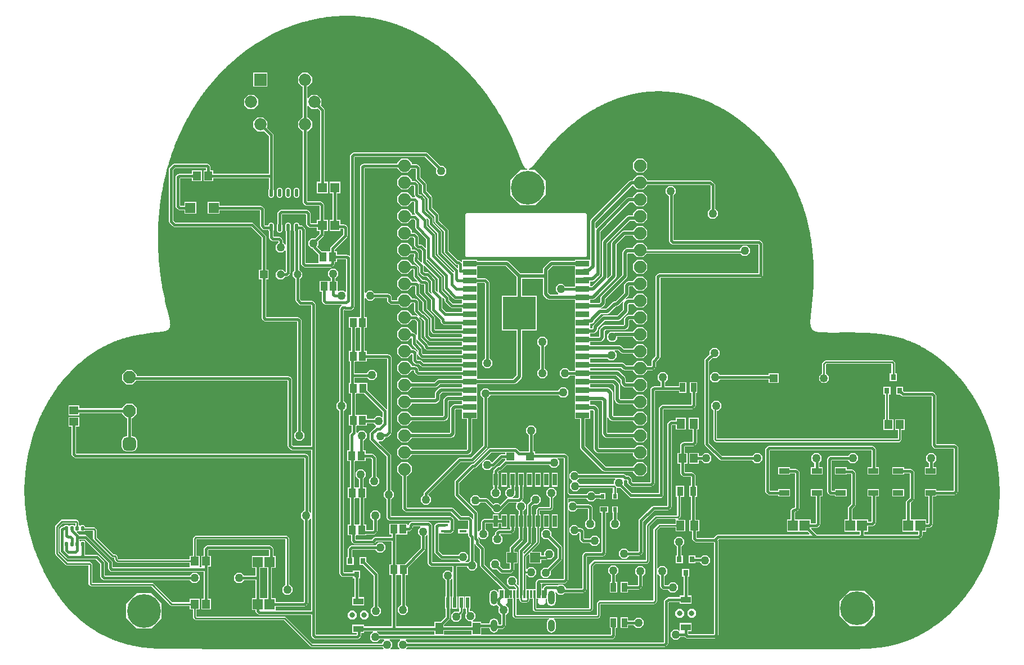
<source format=gtl>
G04*
G04 #@! TF.GenerationSoftware,Altium Limited,Altium Designer,25.5.2 (35)*
G04*
G04 Layer_Physical_Order=1*
G04 Layer_Color=255*
%FSLAX44Y44*%
%MOMM*%
G71*
G04*
G04 #@! TF.SameCoordinates,227BAF76-4A0D-4DC8-B4C5-2559F8F0295E*
G04*
G04*
G04 #@! TF.FilePolarity,Positive*
G04*
G01*
G75*
%ADD18C,0.2540*%
%ADD19C,0.3810*%
G04:AMPARAMS|DCode=21|XSize=1mm|YSize=1.8mm|CornerRadius=0.5mm|HoleSize=0mm|Usage=FLASHONLY|Rotation=0.000|XOffset=0mm|YOffset=0mm|HoleType=Round|Shape=RoundedRectangle|*
%AMROUNDEDRECTD21*
21,1,1.0000,0.8000,0,0,0.0*
21,1,0.0000,1.8000,0,0,0.0*
1,1,1.0000,0.0000,-0.4000*
1,1,1.0000,0.0000,-0.4000*
1,1,1.0000,0.0000,0.4000*
1,1,1.0000,0.0000,0.4000*
%
%ADD21ROUNDEDRECTD21*%
G04:AMPARAMS|DCode=22|XSize=1mm|YSize=2.1mm|CornerRadius=0.5mm|HoleSize=0mm|Usage=FLASHONLY|Rotation=0.000|XOffset=0mm|YOffset=0mm|HoleType=Round|Shape=RoundedRectangle|*
%AMROUNDEDRECTD22*
21,1,1.0000,1.1000,0,0,0.0*
21,1,0.0000,2.1000,0,0,0.0*
1,1,1.0000,0.0000,-0.5500*
1,1,1.0000,0.0000,-0.5500*
1,1,1.0000,0.0000,0.5500*
1,1,1.0000,0.0000,0.5500*
%
%ADD22ROUNDEDRECTD22*%
%ADD23R,1.5000X0.9000*%
%ADD24R,0.8000X0.9000*%
%ADD25R,1.5000X0.9500*%
%ADD26R,0.8500X1.3500*%
%ADD27R,0.3000X1.1500*%
%ADD28R,0.6400X1.8000*%
%ADD29R,1.1046X1.3562*%
%ADD30O,0.5500X1.2500*%
%ADD31R,1.1000X1.3500*%
%ADD32R,1.2046X1.3621*%
%ADD33R,2.0000X0.9000*%
%ADD34R,1.5000X1.5000*%
%ADD35R,1.1303X0.4318*%
%ADD36R,0.6000X1.5500*%
%ADD37R,1.3621X1.2046*%
%ADD38R,1.5000X1.5500*%
G04:AMPARAMS|DCode=39|XSize=0.6858mm|YSize=0.5mm|CornerRadius=0.0625mm|HoleSize=0mm|Usage=FLASHONLY|Rotation=90.000|XOffset=0mm|YOffset=0mm|HoleType=Round|Shape=RoundedRectangle|*
%AMROUNDEDRECTD39*
21,1,0.6858,0.3750,0,0,90.0*
21,1,0.5608,0.5000,0,0,90.0*
1,1,0.1250,0.1875,0.2804*
1,1,0.1250,0.1875,-0.2804*
1,1,0.1250,-0.1875,-0.2804*
1,1,0.1250,-0.1875,0.2804*
%
%ADD39ROUNDEDRECTD39*%
%ADD40R,1.2500X1.2200*%
%ADD41R,1.4046X1.4621*%
%ADD42R,1.3061X1.5082*%
%ADD43R,5.0000X5.0000*%
%ADD44R,0.9500X1.4500*%
%ADD45R,1.2065X1.5082*%
%ADD46R,1.0000X0.7000*%
%ADD47R,1.2000X1.8000*%
%ADD48R,0.6000X0.7000*%
%ADD67C,1.2500*%
%ADD68R,1.2500X1.2500*%
%ADD70C,1.8500*%
%ADD71R,1.8500X1.8500*%
%ADD74C,1.2000*%
%ADD75R,1.2000X1.2000*%
%ADD78C,0.5080*%
%ADD79C,0.8000*%
%ADD80C,1.9050*%
%ADD81C,1.9500*%
G04:AMPARAMS|DCode=82|XSize=1.95mm|YSize=1.95mm|CornerRadius=0.4875mm|HoleSize=0mm|Usage=FLASHONLY|Rotation=90.000|XOffset=0mm|YOffset=0mm|HoleType=Round|Shape=RoundedRectangle|*
%AMROUNDEDRECTD82*
21,1,1.9500,0.9750,0,0,90.0*
21,1,0.9750,1.9500,0,0,90.0*
1,1,0.9750,0.4875,0.4875*
1,1,0.9750,0.4875,-0.4875*
1,1,0.9750,-0.4875,-0.4875*
1,1,0.9750,-0.4875,0.4875*
%
%ADD82ROUNDEDRECTD82*%
%ADD83C,1.2700*%
%ADD84C,5.0800*%
G36*
X773913Y1245413D02*
X788528Y1244235D01*
X795781Y1243161D01*
X795781Y1243161D01*
X795782Y1243161D01*
X796938Y1242991D01*
X799243Y1242626D01*
X801548Y1242237D01*
X803848Y1241824D01*
X805958Y1241423D01*
X807885Y1241039D01*
X809809Y1240638D01*
X811729Y1240221D01*
X812688Y1240004D01*
X813557Y1239807D01*
X815289Y1239401D01*
X817020Y1238981D01*
X818746Y1238548D01*
X819608Y1238325D01*
X819608Y1238325D01*
X820381Y1238124D01*
X821921Y1237714D01*
X823462Y1237292D01*
X824998Y1236859D01*
X825764Y1236638D01*
X825764D01*
X826486Y1236430D01*
X827932Y1236002D01*
X829372Y1235566D01*
X830810Y1235121D01*
X832201Y1234680D01*
X833546Y1234246D01*
X834889Y1233802D01*
X836232Y1233350D01*
X836899Y1233121D01*
X837570Y1232891D01*
X838907Y1232423D01*
X840243Y1231947D01*
X841577Y1231462D01*
X842241Y1231216D01*
X842865Y1230986D01*
X844107Y1230518D01*
X845344Y1230045D01*
X846578Y1229566D01*
X847816Y1229077D01*
X849054Y1228580D01*
X850286Y1228077D01*
X851514Y1227569D01*
X852127Y1227311D01*
X852127Y1227311D01*
X852702Y1227069D01*
X853837Y1226585D01*
X854975Y1226093D01*
X856113Y1225594D01*
X857248Y1225090D01*
X858378Y1224581D01*
X859508Y1224065D01*
X860637Y1223543D01*
X861765Y1223015D01*
X862890Y1222481D01*
X864016Y1221940D01*
X865134Y1221396D01*
X865694Y1221120D01*
X866214Y1220864D01*
X867246Y1220350D01*
X868273Y1219832D01*
X869302Y1219307D01*
X870333Y1218776D01*
X871361Y1218241D01*
X872382Y1217703D01*
X873407Y1217157D01*
X873916Y1216883D01*
X873916Y1216883D01*
X874430Y1216606D01*
X875449Y1216052D01*
X876466Y1215492D01*
X877485Y1214926D01*
X877988Y1214643D01*
X877988Y1214643D01*
X878500Y1214355D01*
X879511Y1213782D01*
X880520Y1213204D01*
X881530Y1212618D01*
X882539Y1212028D01*
X883546Y1211433D01*
X884551Y1210833D01*
X885554Y1210228D01*
X886051Y1209925D01*
X886052Y1209925D01*
X886550Y1209621D01*
X887554Y1209004D01*
X888548Y1208387D01*
X889545Y1207761D01*
X890035Y1207451D01*
X893673Y1205107D01*
X897279Y1202701D01*
X900861Y1200230D01*
X904415Y1197694D01*
X907943Y1195094D01*
X911445Y1192428D01*
X914917Y1189701D01*
X918361Y1186909D01*
X921777Y1184054D01*
X925163Y1181136D01*
X928517Y1178157D01*
X931842Y1175115D01*
X935136Y1172012D01*
X938395Y1168848D01*
X941624Y1165623D01*
X944819Y1162337D01*
X947980Y1158992D01*
X951108Y1155586D01*
X954200Y1152121D01*
X957256Y1148598D01*
X960276Y1145016D01*
X963259Y1141376D01*
X966205Y1137678D01*
X969113Y1133922D01*
X971983Y1130110D01*
X975070Y1125885D01*
X978109Y1121592D01*
X981099Y1117235D01*
X984041Y1112812D01*
X986934Y1108322D01*
X989776Y1103767D01*
X992567Y1099149D01*
X995306Y1094464D01*
X997993Y1089717D01*
X1000626Y1084907D01*
X1003205Y1080033D01*
X1005730Y1075097D01*
X1008198Y1070101D01*
X1010610Y1065043D01*
X1012965Y1059924D01*
X1015261Y1054746D01*
X1017684Y1049067D01*
X1020036Y1043319D01*
X1022320Y1037496D01*
X1022413Y1037253D01*
X1022413Y1037252D01*
X1022540Y1036922D01*
X1022540Y1036922D01*
X1022540Y1036922D01*
X1022729Y1036431D01*
X1022729Y1036431D01*
X1022791Y1036269D01*
X1022791Y1036269D01*
X1022791Y1036269D01*
X1022976Y1035786D01*
X1022977Y1035786D01*
X1022977Y1035786D01*
X1023038Y1035626D01*
X1023038Y1035626D01*
X1023038Y1035626D01*
X1023160Y1035309D01*
X1023160Y1035309D01*
X1023160Y1035309D01*
X1023281Y1034994D01*
X1023281Y1034994D01*
X1023281Y1034994D01*
X1023341Y1034838D01*
X1023341Y1034837D01*
X1023341Y1034837D01*
X1023401Y1034682D01*
X1023401Y1034682D01*
X1023461Y1034527D01*
X1023461Y1034527D01*
X1023461Y1034526D01*
X1023580Y1034219D01*
X1023580Y1034218D01*
X1023580Y1034218D01*
X1023639Y1034065D01*
X1023639Y1034065D01*
X1023639Y1034065D01*
X1023698Y1033913D01*
X1023698Y1033912D01*
X1023698Y1033912D01*
X1023756Y1033761D01*
X1023756Y1033760D01*
X1023756Y1033760D01*
X1023815Y1033609D01*
X1023815Y1033609D01*
X1023815Y1033609D01*
X1023873Y1033459D01*
X1023873Y1033458D01*
X1023873Y1033458D01*
X1023931Y1033309D01*
X1023931Y1033308D01*
X1023931Y1033308D01*
X1023989Y1033159D01*
X1023989Y1033159D01*
X1023989Y1033159D01*
X1024046Y1033011D01*
X1024046Y1033010D01*
X1024047Y1033010D01*
X1024104Y1032862D01*
X1024104Y1032862D01*
X1024104Y1032862D01*
X1024161Y1032715D01*
X1024161Y1032715D01*
X1024161Y1032715D01*
X1024218Y1032568D01*
X1024218Y1032568D01*
X1024218Y1032568D01*
X1024275Y1032422D01*
X1024275Y1032422D01*
X1024275Y1032422D01*
X1024331Y1032277D01*
X1024331Y1032277D01*
X1024331Y1032276D01*
X1024388Y1032132D01*
X1024388Y1032132D01*
X1024388Y1032132D01*
X1024444Y1031988D01*
X1024444Y1031988D01*
X1024444Y1031987D01*
X1024500Y1031844D01*
X1024500Y1031844D01*
X1024500Y1031844D01*
X1024555Y1031701D01*
X1024556Y1031701D01*
X1024556Y1031701D01*
X1024611Y1031559D01*
X1024611Y1031559D01*
X1024611Y1031559D01*
X1024666Y1031417D01*
X1024666Y1031417D01*
X1024666Y1031417D01*
X1024721Y1031277D01*
X1024722Y1031276D01*
X1024722Y1031275D01*
X1024776Y1031136D01*
X1024777Y1031135D01*
X1024777Y1031135D01*
X1024831Y1030996D01*
X1024831Y1030996D01*
X1024831Y1030995D01*
X1024886Y1030857D01*
X1024886Y1030857D01*
X1024886Y1030856D01*
X1024940Y1030719D01*
X1024940Y1030718D01*
X1024940Y1030718D01*
X1024994Y1030581D01*
X1024995Y1030581D01*
X1024995Y1030580D01*
X1025048Y1030443D01*
X1025049Y1030443D01*
X1025049Y1030443D01*
X1025102Y1030307D01*
X1025102Y1030307D01*
X1025102Y1030306D01*
X1025156Y1030171D01*
X1025156Y1030171D01*
X1025156Y1030170D01*
X1025209Y1030036D01*
X1025210Y1030035D01*
X1025210Y1030035D01*
X1025263Y1029901D01*
X1025263Y1029901D01*
X1025263Y1029900D01*
X1025316Y1029767D01*
X1025316Y1029767D01*
X1025316Y1029766D01*
X1025369Y1029634D01*
X1025369Y1029633D01*
X1025369Y1029633D01*
X1025421Y1029501D01*
X1025422Y1029501D01*
X1025422Y1029500D01*
X1025474Y1029369D01*
X1025474Y1029368D01*
X1025474Y1029368D01*
X1025526Y1029238D01*
X1025527Y1029237D01*
X1025527Y1029236D01*
X1025579Y1029106D01*
X1025579Y1029106D01*
X1025579Y1029106D01*
X1025631Y1028976D01*
X1025631Y1028976D01*
X1025631Y1028975D01*
X1025683Y1028846D01*
X1025683Y1028846D01*
X1025683Y1028845D01*
X1025734Y1028717D01*
X1025735Y1028717D01*
X1025735Y1028717D01*
X1025786Y1028589D01*
X1025787Y1028589D01*
X1025787Y1028588D01*
X1025863Y1028398D01*
X1025864Y1028397D01*
X1025864Y1028396D01*
X1025940Y1028208D01*
X1025940Y1028207D01*
X1025940Y1028206D01*
X1026016Y1028019D01*
X1026017Y1028019D01*
X1026017Y1028018D01*
X1026092Y1027832D01*
X1026093Y1027831D01*
X1026093Y1027831D01*
X1026168Y1027647D01*
X1026169Y1027646D01*
X1026169Y1027645D01*
X1026243Y1027462D01*
X1026244Y1027461D01*
X1026244Y1027460D01*
X1026318Y1027279D01*
X1026319Y1027278D01*
X1026319Y1027277D01*
X1026393Y1027098D01*
X1026394Y1027097D01*
X1026394Y1027095D01*
X1026467Y1026918D01*
X1026468Y1026917D01*
X1026468Y1026915D01*
X1026541Y1026739D01*
X1026542Y1026738D01*
X1026543Y1026736D01*
X1026615Y1026561D01*
X1026616Y1026560D01*
X1026616Y1026559D01*
X1026689Y1026385D01*
X1026689Y1026384D01*
X1026690Y1026383D01*
X1026762Y1026211D01*
X1026763Y1026210D01*
X1026763Y1026208D01*
X1026835Y1026038D01*
X1026835Y1026036D01*
X1026836Y1026035D01*
X1026907Y1025866D01*
X1026908Y1025864D01*
X1026908Y1025863D01*
X1026980Y1025695D01*
X1026981Y1025694D01*
X1026981Y1025692D01*
X1027052Y1025526D01*
X1027053Y1025525D01*
X1027053Y1025523D01*
X1027123Y1025358D01*
X1027124Y1025357D01*
X1027125Y1025355D01*
X1027195Y1025192D01*
X1027196Y1025191D01*
X1027196Y1025189D01*
X1027266Y1025027D01*
X1027267Y1025025D01*
X1027268Y1025023D01*
X1027337Y1024863D01*
X1027338Y1024862D01*
X1027339Y1024860D01*
X1027408Y1024701D01*
X1027409Y1024699D01*
X1027409Y1024697D01*
X1027478Y1024540D01*
X1027479Y1024538D01*
X1027480Y1024536D01*
X1027549Y1024380D01*
X1027550Y1024379D01*
X1027550Y1024377D01*
X1027619Y1024222D01*
X1027620Y1024221D01*
X1027620Y1024219D01*
X1027688Y1024065D01*
X1027690Y1024063D01*
X1027690Y1024061D01*
X1027758Y1023910D01*
X1027759Y1023908D01*
X1027760Y1023906D01*
X1027828Y1023756D01*
X1027829Y1023754D01*
X1027829Y1023751D01*
X1027897Y1023603D01*
X1027898Y1023601D01*
X1027899Y1023598D01*
X1027966Y1023451D01*
X1027967Y1023449D01*
X1027968Y1023447D01*
X1028035Y1023301D01*
X1028036Y1023299D01*
X1028037Y1023296D01*
X1028103Y1023152D01*
X1028105Y1023150D01*
X1028105Y1023147D01*
X1028172Y1023004D01*
X1028173Y1023002D01*
X1028174Y1023000D01*
X1028240Y1022858D01*
X1028242Y1022856D01*
X1028242Y1022853D01*
X1028308Y1022713D01*
X1028310Y1022711D01*
X1028311Y1022708D01*
X1028376Y1022570D01*
X1028378Y1022567D01*
X1028379Y1022565D01*
X1028444Y1022428D01*
X1028446Y1022425D01*
X1028447Y1022422D01*
X1028512Y1022286D01*
X1028513Y1022284D01*
X1028514Y1022282D01*
X1028579Y1022147D01*
X1028581Y1022144D01*
X1028582Y1022141D01*
X1028647Y1022008D01*
X1028649Y1022006D01*
X1028650Y1022003D01*
X1028714Y1021871D01*
X1028716Y1021869D01*
X1028717Y1021866D01*
X1028781Y1021736D01*
X1028784Y1021733D01*
X1028784Y1021730D01*
X1028849Y1021601D01*
X1028851Y1021598D01*
X1028852Y1021594D01*
X1028938Y1021425D01*
X1028940Y1021421D01*
X1028942Y1021417D01*
X1029027Y1021250D01*
X1029030Y1021246D01*
X1029031Y1021241D01*
X1029116Y1021077D01*
X1029119Y1021073D01*
X1029120Y1021068D01*
X1029205Y1020907D01*
X1029208Y1020902D01*
X1029210Y1020897D01*
X1029294Y1020738D01*
X1029297Y1020734D01*
X1029299Y1020729D01*
X1029383Y1020572D01*
X1029386Y1020568D01*
X1029388Y1020563D01*
X1029472Y1020409D01*
X1029475Y1020404D01*
X1029477Y1020398D01*
X1029560Y1020247D01*
X1029564Y1020242D01*
X1029566Y1020236D01*
X1029649Y1020088D01*
X1029653Y1020083D01*
X1029655Y1020077D01*
X1029738Y1019930D01*
X1029743Y1019925D01*
X1029745Y1019919D01*
X1029827Y1019775D01*
X1029832Y1019770D01*
X1029834Y1019763D01*
X1029916Y1019622D01*
X1029921Y1019617D01*
X1029923Y1019611D01*
X1030005Y1019472D01*
X1030010Y1019466D01*
X1030013Y1019460D01*
X1030095Y1019323D01*
X1030100Y1019318D01*
X1030102Y1019311D01*
X1030184Y1019177D01*
X1030190Y1019171D01*
X1030192Y1019164D01*
X1030274Y1019033D01*
X1030279Y1019026D01*
X1030282Y1019019D01*
X1030364Y1018890D01*
X1030370Y1018883D01*
X1030374Y1018875D01*
X1030475Y1018717D01*
X1030483Y1018709D01*
X1030487Y1018699D01*
X1030589Y1018546D01*
X1030597Y1018538D01*
X1030601Y1018527D01*
X1030702Y1018378D01*
X1030711Y1018369D01*
X1030716Y1018358D01*
X1030817Y1018212D01*
X1030826Y1018204D01*
X1030831Y1018192D01*
X1030932Y1018051D01*
X1030942Y1018042D01*
X1030947Y1018030D01*
X1031048Y1017892D01*
X1031058Y1017883D01*
X1031064Y1017870D01*
X1031165Y1017737D01*
X1031176Y1017727D01*
X1031182Y1017714D01*
X1031282Y1017584D01*
X1031295Y1017573D01*
X1031303Y1017558D01*
X1031423Y1017408D01*
X1031438Y1017396D01*
X1031447Y1017379D01*
X1031568Y1017234D01*
X1031583Y1017221D01*
X1031593Y1017204D01*
X1031714Y1017064D01*
X1031730Y1017051D01*
X1031741Y1017033D01*
X1031862Y1016899D01*
X1031880Y1016886D01*
X1031892Y1016867D01*
X1032012Y1016739D01*
X1032033Y1016724D01*
X1032047Y1016703D01*
X1032188Y1016560D01*
X1032212Y1016544D01*
X1032229Y1016520D01*
X1032370Y1016385D01*
X1032396Y1016369D01*
X1032414Y1016344D01*
X1032555Y1016217D01*
X1032583Y1016200D01*
X1032604Y1016175D01*
X1032745Y1016055D01*
X1032775Y1016038D01*
X1032798Y1016012D01*
X1032940Y1015900D01*
X1032972Y1015883D01*
X1032997Y1015857D01*
X1033139Y1015752D01*
X1033174Y1015736D01*
X1033201Y1015709D01*
X1033344Y1015612D01*
X1033383Y1015595D01*
X1033415Y1015566D01*
X1033579Y1015464D01*
X1033624Y1015447D01*
X1033661Y1015416D01*
X1033825Y1015325D01*
X1033874Y1015309D01*
X1033914Y1015278D01*
X1034080Y1015196D01*
X1034130Y1015183D01*
X1034173Y1015153D01*
X1034340Y1015081D01*
X1034393Y1015070D01*
X1034439Y1015041D01*
X1034604Y1014980D01*
X1034654Y1014972D01*
X1034698Y1014948D01*
X1034841Y1014902D01*
X1034887Y1014897D01*
X1034930Y1014877D01*
X1035062Y1014841D01*
X1035115Y1014730D01*
X1034318Y1013466D01*
X1034314Y1013465D01*
X1034291Y1013460D01*
X1025273D01*
X1009650Y997837D01*
Y975743D01*
X1025273Y960120D01*
X1047367D01*
X1062990Y975743D01*
Y997837D01*
X1047367Y1013460D01*
X1038359D01*
X1038315Y1013474D01*
X1038314Y1013474D01*
X1037730Y1014730D01*
X1037880Y1014909D01*
X1038021Y1014950D01*
X1038050Y1014966D01*
X1038083Y1014970D01*
X1038225Y1015017D01*
X1038253Y1015033D01*
X1038285Y1015038D01*
X1038428Y1015091D01*
X1038454Y1015107D01*
X1038484Y1015113D01*
X1038629Y1015171D01*
X1038653Y1015186D01*
X1038682Y1015193D01*
X1038827Y1015256D01*
X1038851Y1015272D01*
X1038878Y1015279D01*
X1039025Y1015347D01*
X1039046Y1015363D01*
X1039072Y1015370D01*
X1039220Y1015444D01*
X1039240Y1015460D01*
X1039265Y1015467D01*
X1039415Y1015546D01*
X1039433Y1015562D01*
X1039457Y1015569D01*
X1039608Y1015654D01*
X1039624Y1015668D01*
X1039644Y1015675D01*
X1039771Y1015750D01*
X1039785Y1015762D01*
X1039802Y1015768D01*
X1039930Y1015846D01*
X1039943Y1015858D01*
X1039959Y1015864D01*
X1040089Y1015947D01*
X1040101Y1015958D01*
X1040117Y1015965D01*
X1040247Y1016051D01*
X1040259Y1016062D01*
X1040274Y1016068D01*
X1040405Y1016158D01*
X1040416Y1016169D01*
X1040430Y1016175D01*
X1040563Y1016268D01*
X1040573Y1016279D01*
X1040586Y1016285D01*
X1040721Y1016382D01*
X1040730Y1016392D01*
X1040743Y1016398D01*
X1040879Y1016499D01*
X1040887Y1016509D01*
X1040899Y1016515D01*
X1041036Y1016619D01*
X1041044Y1016629D01*
X1041056Y1016635D01*
X1041194Y1016743D01*
X1041202Y1016752D01*
X1041213Y1016758D01*
X1041352Y1016869D01*
X1041359Y1016878D01*
X1041369Y1016884D01*
X1041510Y1016999D01*
X1041517Y1017008D01*
X1041527Y1017013D01*
X1041669Y1017133D01*
X1041675Y1017141D01*
X1041685Y1017146D01*
X1041828Y1017269D01*
X1041834Y1017277D01*
X1041843Y1017282D01*
X1041988Y1017409D01*
X1041994Y1017417D01*
X1042002Y1017421D01*
X1042148Y1017551D01*
X1042154Y1017559D01*
X1042161Y1017564D01*
X1042309Y1017698D01*
X1042314Y1017705D01*
X1042322Y1017709D01*
X1042470Y1017847D01*
X1042476Y1017854D01*
X1042483Y1017859D01*
X1042633Y1018000D01*
X1042638Y1018006D01*
X1042645Y1018011D01*
X1042796Y1018155D01*
X1042801Y1018162D01*
X1042807Y1018166D01*
X1042960Y1018314D01*
X1042965Y1018321D01*
X1042971Y1018325D01*
X1043126Y1018477D01*
X1043130Y1018483D01*
X1043136Y1018486D01*
X1043292Y1018642D01*
X1043295Y1018647D01*
X1043300Y1018651D01*
X1043426Y1018778D01*
X1043429Y1018782D01*
X1043433Y1018785D01*
X1043560Y1018915D01*
X1043563Y1018919D01*
X1043568Y1018922D01*
X1043696Y1019054D01*
X1043698Y1019058D01*
X1043702Y1019061D01*
X1043831Y1019195D01*
X1043834Y1019199D01*
X1043838Y1019201D01*
X1043968Y1019338D01*
X1043970Y1019342D01*
X1043974Y1019344D01*
X1044105Y1019483D01*
X1044108Y1019487D01*
X1044111Y1019490D01*
X1044244Y1019631D01*
X1044246Y1019634D01*
X1044249Y1019637D01*
X1044383Y1019780D01*
X1044385Y1019784D01*
X1044388Y1019786D01*
X1044522Y1019932D01*
X1044524Y1019935D01*
X1044528Y1019937D01*
X1044663Y1020085D01*
X1044665Y1020089D01*
X1044668Y1020091D01*
X1044805Y1020241D01*
X1044807Y1020244D01*
X1044810Y1020247D01*
X1044947Y1020399D01*
X1044949Y1020402D01*
X1044952Y1020404D01*
X1045091Y1020559D01*
X1045093Y1020562D01*
X1045095Y1020564D01*
X1045235Y1020722D01*
X1045237Y1020724D01*
X1045239Y1020726D01*
X1045381Y1020886D01*
X1045382Y1020889D01*
X1045385Y1020891D01*
X1045527Y1021052D01*
X1045529Y1021055D01*
X1045531Y1021057D01*
X1045675Y1021221D01*
X1045676Y1021224D01*
X1045678Y1021225D01*
X1045823Y1021392D01*
X1045824Y1021394D01*
X1045826Y1021396D01*
X1045972Y1021565D01*
X1045974Y1021567D01*
X1045975Y1021568D01*
X1046086Y1021696D01*
X1046087Y1021698D01*
X1046088Y1021699D01*
X1046199Y1021829D01*
X1046200Y1021830D01*
X1046201Y1021831D01*
X1046313Y1021962D01*
X1046314Y1021964D01*
X1046315Y1021965D01*
X1046428Y1022096D01*
X1046429Y1022098D01*
X1046430Y1022099D01*
X1046543Y1022233D01*
X1046544Y1022234D01*
X1046545Y1022235D01*
X1046659Y1022370D01*
X1046660Y1022371D01*
X1046661Y1022372D01*
X1046775Y1022508D01*
X1046776Y1022510D01*
X1046777Y1022510D01*
X1046892Y1022647D01*
X1046893Y1022649D01*
X1046895Y1022650D01*
X1047010Y1022788D01*
X1047011Y1022790D01*
X1047012Y1022791D01*
X1047129Y1022930D01*
X1047129Y1022932D01*
X1047131Y1022933D01*
X1047248Y1023074D01*
X1047249Y1023075D01*
X1047250Y1023075D01*
X1047367Y1023218D01*
X1047368Y1023219D01*
X1047369Y1023220D01*
X1047488Y1023363D01*
X1047489Y1023365D01*
X1047490Y1023365D01*
X1047609Y1023510D01*
X1047610Y1023511D01*
X1047611Y1023512D01*
X1047731Y1023658D01*
X1047732Y1023659D01*
X1047733Y1023660D01*
X1047854Y1023808D01*
X1047854Y1023809D01*
X1047855Y1023809D01*
X1047977Y1023958D01*
X1047977Y1023959D01*
X1047978Y1023960D01*
X1048101Y1024109D01*
X1048101Y1024110D01*
X1048102Y1024111D01*
X1048225Y1024262D01*
X1048226Y1024264D01*
X1048227Y1024264D01*
X1048351Y1024417D01*
X1048351Y1024417D01*
X1048352Y1024418D01*
X1048477Y1024572D01*
X1048477Y1024573D01*
X1048478Y1024574D01*
X1048604Y1024728D01*
X1048604Y1024729D01*
X1048605Y1024730D01*
X1048731Y1024886D01*
X1048731Y1024887D01*
X1048732Y1024887D01*
X1048859Y1025045D01*
X1048860Y1025046D01*
X1048860Y1025046D01*
X1048988Y1025205D01*
X1048989Y1025206D01*
X1048989Y1025207D01*
X1049118Y1025367D01*
X1049118Y1025367D01*
X1049119Y1025368D01*
X1049249Y1025529D01*
X1049249Y1025530D01*
X1049249Y1025530D01*
X1049380Y1025693D01*
X1049380Y1025694D01*
X1049381Y1025694D01*
X1049512Y1025858D01*
X1049512Y1025859D01*
X1049513Y1025859D01*
X1049645Y1026024D01*
X1049645Y1026025D01*
X1049646Y1026026D01*
X1049778Y1026192D01*
X1049779Y1026193D01*
X1049779Y1026193D01*
X1049913Y1026361D01*
X1049913Y1026361D01*
X1049913Y1026362D01*
X1050048Y1026531D01*
X1050048Y1026531D01*
X1050049Y1026532D01*
X1050184Y1026702D01*
X1050184Y1026702D01*
X1050184Y1026703D01*
X1050321Y1026874D01*
X1050321Y1026875D01*
X1050321Y1026875D01*
X1050458Y1027048D01*
X1050458Y1027048D01*
X1050459Y1027049D01*
X1050596Y1027223D01*
X1050597Y1027223D01*
X1050597Y1027223D01*
X1050736Y1027399D01*
X1050736Y1027399D01*
X1050736Y1027399D01*
X1050876Y1027576D01*
X1050876Y1027576D01*
X1050876Y1027577D01*
X1051017Y1027754D01*
X1051017Y1027755D01*
X1051017Y1027755D01*
X1051158Y1027934D01*
X1051159Y1027934D01*
X1051159Y1027935D01*
X1051301Y1028115D01*
X1051301Y1028115D01*
X1051301Y1028115D01*
X1051444Y1028297D01*
X1051444Y1028297D01*
X1051445Y1028298D01*
X1051588Y1028480D01*
X1051589Y1028481D01*
X1051589Y1028481D01*
X1051733Y1028665D01*
X1051734Y1028665D01*
X1051734Y1028666D01*
X1051880Y1028851D01*
X1051880Y1028851D01*
X1051880Y1028851D01*
X1052026Y1029038D01*
X1052026Y1029038D01*
X1052027Y1029038D01*
X1052174Y1029226D01*
X1052174Y1029226D01*
X1052174Y1029226D01*
X1052322Y1029415D01*
X1052322Y1029416D01*
X1052323Y1029416D01*
X1052472Y1029606D01*
X1052472Y1029606D01*
X1052572Y1029734D01*
X1052572Y1029734D01*
X1052572Y1029734D01*
X1052673Y1029862D01*
X1052673Y1029862D01*
X1052673Y1029863D01*
X1052875Y1030120D01*
X1052875Y1030120D01*
X1052976Y1030250D01*
X1052976Y1030250D01*
X1052977Y1030251D01*
X1053078Y1030381D01*
X1053079Y1030381D01*
X1053079Y1030381D01*
X1053181Y1030512D01*
X1053181Y1030512D01*
X1053284Y1030643D01*
X1053387Y1030775D01*
X1053387Y1030776D01*
X1053387Y1030776D01*
X1053804Y1031309D01*
X1053804Y1031310D01*
X1053804Y1031310D01*
X1053910Y1031444D01*
X1053910Y1031444D01*
X1054439Y1032122D01*
X1056428Y1034644D01*
X1058136Y1036773D01*
X1059853Y1038880D01*
X1061580Y1040965D01*
X1063314Y1043025D01*
X1065056Y1045063D01*
X1066806Y1047076D01*
X1068566Y1049069D01*
X1070331Y1051034D01*
X1072106Y1052980D01*
X1073890Y1054903D01*
X1075677Y1056798D01*
X1077474Y1058672D01*
X1079278Y1060523D01*
X1081090Y1062350D01*
X1082908Y1064153D01*
X1084734Y1065933D01*
X1086567Y1067691D01*
X1088408Y1069424D01*
X1090253Y1071133D01*
X1092108Y1072821D01*
X1093965Y1074480D01*
X1095834Y1076122D01*
X1097706Y1077737D01*
X1099584Y1079328D01*
X1101472Y1080898D01*
X1103364Y1082443D01*
X1105261Y1083964D01*
X1107163Y1085460D01*
X1109392Y1087178D01*
X1111628Y1088863D01*
X1113873Y1090517D01*
X1116124Y1092137D01*
X1118385Y1093727D01*
X1120649Y1095282D01*
X1122925Y1096808D01*
X1125205Y1098300D01*
X1127493Y1099760D01*
X1129785Y1101186D01*
X1132087Y1102582D01*
X1134393Y1103945D01*
X1136707Y1105276D01*
X1139025Y1106573D01*
X1141683Y1108017D01*
X1144350Y1109419D01*
X1147022Y1110779D01*
X1149702Y1112096D01*
X1152387Y1113369D01*
X1155081Y1114602D01*
X1158120Y1115938D01*
X1161165Y1117219D01*
X1164220Y1118448D01*
X1167287Y1119625D01*
X1167702Y1119781D01*
X1168551Y1120094D01*
X1169407Y1120406D01*
X1170263Y1120714D01*
X1171112Y1121014D01*
X1171967Y1121312D01*
X1172824Y1121607D01*
X1173680Y1121897D01*
X1174106Y1122039D01*
X1174577Y1122197D01*
X1175515Y1122505D01*
X1176461Y1122810D01*
X1177403Y1123109D01*
X1178343Y1123402D01*
X1179287Y1123691D01*
X1180235Y1123976D01*
X1181176Y1124253D01*
X1181652Y1124391D01*
X1182167Y1124540D01*
X1183199Y1124833D01*
X1184227Y1125118D01*
X1185263Y1125400D01*
X1186338Y1125686D01*
X1187462Y1125977D01*
X1188578Y1126259D01*
X1189704Y1126537D01*
X1190871Y1126817D01*
X1192079Y1127099D01*
X1193285Y1127372D01*
X1194501Y1127638D01*
X1195799Y1127914D01*
X1197183Y1128197D01*
X1198567Y1128470D01*
X1199957Y1128732D01*
X1201472Y1129007D01*
X1203122Y1129290D01*
X1204772Y1129559D01*
X1206423Y1129812D01*
X1208336Y1130088D01*
X1210509Y1130375D01*
X1212685Y1130636D01*
X1214863Y1130870D01*
X1215956Y1130975D01*
X1215956Y1130975D01*
X1221583Y1131514D01*
X1232882Y1131890D01*
X1244182Y1131563D01*
X1255440Y1130534D01*
X1261026Y1129671D01*
X1261027Y1129671D01*
X1261027Y1129671D01*
X1261857Y1129543D01*
X1263516Y1129272D01*
X1265175Y1128986D01*
X1266830Y1128685D01*
X1268353Y1128393D01*
X1269751Y1128115D01*
X1271140Y1127827D01*
X1272534Y1127527D01*
X1273227Y1127373D01*
X1273841Y1127236D01*
X1275058Y1126956D01*
X1276275Y1126668D01*
X1277492Y1126371D01*
X1278096Y1126219D01*
X1278096D01*
X1278662Y1126077D01*
X1279795Y1125786D01*
X1280919Y1125489D01*
X1282044Y1125185D01*
X1282610Y1125028D01*
X1282610D01*
X1283130Y1124884D01*
X1284170Y1124590D01*
X1285213Y1124288D01*
X1286251Y1123982D01*
X1286769Y1123826D01*
X1286769D01*
X1287245Y1123683D01*
X1288199Y1123390D01*
X1289150Y1123093D01*
X1290102Y1122791D01*
X1290575Y1122638D01*
X1290575Y1122638D01*
X1291009Y1122497D01*
X1291872Y1122214D01*
X1292736Y1121925D01*
X1293596Y1121634D01*
X1294029Y1121485D01*
X1294029Y1121485D01*
X1294460Y1121337D01*
X1295325Y1121035D01*
X1296190Y1120729D01*
X1297049Y1120420D01*
X1297477Y1120264D01*
X1297906Y1120107D01*
X1298769Y1119788D01*
X1299630Y1119465D01*
X1300491Y1119138D01*
X1300909Y1118977D01*
X1304009Y1117754D01*
X1307096Y1116477D01*
X1310176Y1115145D01*
X1312908Y1113914D01*
X1315633Y1112639D01*
X1318355Y1111319D01*
X1321070Y1109956D01*
X1323780Y1108547D01*
X1326145Y1107278D01*
X1328504Y1105976D01*
X1330860Y1104639D01*
X1333210Y1103268D01*
X1335556Y1101862D01*
X1337896Y1100422D01*
X1340228Y1098949D01*
X1342557Y1097441D01*
X1344880Y1095898D01*
X1346866Y1094549D01*
X1348846Y1093175D01*
X1350824Y1091774D01*
X1352795Y1090350D01*
X1354761Y1088900D01*
X1356725Y1087423D01*
X1358682Y1085922D01*
X1360632Y1084398D01*
X1362581Y1082844D01*
X1364520Y1081269D01*
X1366457Y1079666D01*
X1368387Y1078039D01*
X1370313Y1076385D01*
X1372233Y1074706D01*
X1374144Y1073004D01*
X1376053Y1071273D01*
X1377957Y1069517D01*
X1379851Y1067738D01*
X1381741Y1065931D01*
X1383625Y1064099D01*
X1385503Y1062241D01*
X1386120Y1061624D01*
X1389425Y1058253D01*
X1392656Y1054845D01*
X1393070Y1054402D01*
X1393907Y1053496D01*
X1394743Y1052583D01*
X1395571Y1051672D01*
X1395987Y1051210D01*
X1395987Y1051210D01*
X1396424Y1050725D01*
X1397283Y1049762D01*
X1398143Y1048789D01*
X1398996Y1047814D01*
X1399888Y1046784D01*
X1400819Y1045699D01*
X1401742Y1044612D01*
X1402661Y1043519D01*
X1403115Y1042972D01*
X1403635Y1042346D01*
X1404664Y1041093D01*
X1405686Y1039834D01*
X1406700Y1038568D01*
X1407807Y1037169D01*
X1409006Y1035632D01*
X1410194Y1034086D01*
X1411369Y1032533D01*
X1412732Y1030704D01*
X1414267Y1028603D01*
X1415784Y1026483D01*
X1417279Y1024349D01*
X1421643Y1017991D01*
X1428374Y1007082D01*
X1434567Y995859D01*
X1440207Y984348D01*
X1442744Y978463D01*
X1442744Y978462D01*
X1442744Y978462D01*
X1443137Y977552D01*
X1443906Y975733D01*
X1444664Y973903D01*
X1445407Y972070D01*
X1445772Y971151D01*
X1446076Y970385D01*
X1446675Y968849D01*
X1447268Y967301D01*
X1447847Y965760D01*
X1448134Y964984D01*
X1448385Y964302D01*
X1448883Y962933D01*
X1449373Y961561D01*
X1449854Y960189D01*
X1450308Y958875D01*
X1450736Y957617D01*
X1451157Y956359D01*
X1451570Y955104D01*
X1451970Y953869D01*
X1452352Y952670D01*
X1452731Y951464D01*
X1453104Y950258D01*
X1453286Y949662D01*
X1454645Y945054D01*
X1455858Y940678D01*
X1456939Y936533D01*
X1457899Y932625D01*
X1458808Y928692D01*
X1459610Y925002D01*
X1460368Y921290D01*
X1461032Y917825D01*
X1461658Y914346D01*
X1462245Y910849D01*
X1462754Y907607D01*
X1463230Y904349D01*
X1463674Y901082D01*
X1464086Y897794D01*
X1464435Y894770D01*
X1464757Y891736D01*
X1465053Y888688D01*
X1465321Y885633D01*
X1465562Y882567D01*
X1465777Y879483D01*
X1465965Y876392D01*
X1466113Y873574D01*
X1466239Y870742D01*
X1466342Y867907D01*
X1466424Y865057D01*
X1466484Y862203D01*
X1466522Y859337D01*
X1466538Y856462D01*
X1466532Y853578D01*
X1466505Y850687D01*
X1466456Y847788D01*
X1466385Y844880D01*
X1466292Y841958D01*
X1466190Y839326D01*
X1466071Y836686D01*
X1465934Y834040D01*
X1465780Y831382D01*
X1465608Y828725D01*
X1465419Y826057D01*
X1465213Y823382D01*
X1464989Y820699D01*
X1464748Y818010D01*
X1464490Y815318D01*
X1464214Y812616D01*
X1463921Y809909D01*
X1463751Y808402D01*
X1463712Y808062D01*
X1463686Y807837D01*
X1463635Y807389D01*
X1463584Y806945D01*
Y806945D01*
X1463558Y806724D01*
Y806724D01*
X1463508Y806285D01*
X1463482Y806067D01*
Y806067D01*
X1463482Y806067D01*
X1463457Y805850D01*
X1463382Y805203D01*
X1463333Y804777D01*
Y804777D01*
X1463333Y804776D01*
X1463284Y804353D01*
X1463260Y804143D01*
Y804143D01*
X1463260Y804143D01*
X1463236Y803934D01*
X1463236Y803933D01*
X1463236Y803933D01*
X1463212Y803725D01*
X1463188Y803518D01*
Y803517D01*
X1463188Y803517D01*
X1463140Y803105D01*
Y803104D01*
X1463140Y803104D01*
X1463069Y802492D01*
X1463069Y802492D01*
X1463069Y802492D01*
X1463023Y802087D01*
X1463023Y802087D01*
X1463023Y802087D01*
X1462977Y801687D01*
X1462977Y801686D01*
X1462977Y801686D01*
X1462931Y801289D01*
X1462931Y801289D01*
X1462931Y801289D01*
X1462908Y801092D01*
X1462908Y801091D01*
X1462908Y801091D01*
X1462863Y800699D01*
X1462864Y800699D01*
X1462863Y800698D01*
X1462841Y800504D01*
X1462841Y800504D01*
X1462819Y800310D01*
X1462819Y800309D01*
X1462819Y800309D01*
X1462797Y800116D01*
X1462797Y800116D01*
X1462797Y800116D01*
X1462775Y799923D01*
X1462775Y799923D01*
X1462775Y799923D01*
X1462754Y799732D01*
X1462754Y799732D01*
X1462754Y799731D01*
X1462732Y799541D01*
X1462732Y799541D01*
X1462732Y799541D01*
X1462711Y799351D01*
X1462711Y799351D01*
X1462711Y799350D01*
X1462690Y799161D01*
X1462690Y799161D01*
X1462689Y799161D01*
X1462668Y798973D01*
X1462668Y798973D01*
X1462668Y798973D01*
X1462647Y798785D01*
X1462647Y798785D01*
X1462647Y798785D01*
X1462626Y798598D01*
X1462626Y798598D01*
X1462626Y798598D01*
X1462606Y798412D01*
X1462606Y798412D01*
X1462606Y798412D01*
X1462585Y798227D01*
X1462585Y798227D01*
X1462585Y798226D01*
X1462565Y798043D01*
X1462565Y798042D01*
X1462565Y798042D01*
X1462545Y797859D01*
X1462545Y797859D01*
X1462544Y797858D01*
X1462524Y797676D01*
X1462524Y797675D01*
X1462524Y797675D01*
X1462504Y797494D01*
X1462504Y797493D01*
X1462504Y797493D01*
X1462485Y797312D01*
X1462485Y797312D01*
X1462484Y797312D01*
X1462465Y797132D01*
X1462465Y797132D01*
X1462465Y797131D01*
X1462445Y796952D01*
X1462445Y796952D01*
X1462445Y796951D01*
X1462426Y796773D01*
X1462426Y796773D01*
X1462426Y796773D01*
X1462407Y796595D01*
X1462407Y796595D01*
X1462407Y796594D01*
X1462388Y796418D01*
X1462388Y796417D01*
X1462388Y796417D01*
X1462369Y796241D01*
X1462369Y796241D01*
X1462369Y796240D01*
X1462350Y796066D01*
X1462350Y796065D01*
X1462350Y796065D01*
X1462332Y795890D01*
X1462332Y795890D01*
X1462332Y795889D01*
X1462313Y795716D01*
X1462313Y795716D01*
X1462313Y795715D01*
X1462295Y795543D01*
X1462295Y795542D01*
X1462295Y795542D01*
X1462277Y795370D01*
X1462277Y795369D01*
X1462277Y795369D01*
X1462259Y795198D01*
X1462259Y795197D01*
X1462259Y795197D01*
X1462242Y795027D01*
X1462242Y795026D01*
X1462241Y795025D01*
X1462224Y794856D01*
X1462224Y794855D01*
X1462224Y794855D01*
X1462207Y794686D01*
X1462207Y794686D01*
X1462207Y794686D01*
X1462189Y794518D01*
X1462190Y794517D01*
X1462189Y794516D01*
X1462173Y794349D01*
X1462173Y794349D01*
X1462172Y794348D01*
X1462156Y794182D01*
X1462156Y794181D01*
X1462155Y794181D01*
X1462139Y794015D01*
X1462139Y794015D01*
X1462139Y794014D01*
X1462123Y793849D01*
X1462123Y793849D01*
X1462122Y793848D01*
X1462106Y793684D01*
X1462106Y793684D01*
X1462106Y793683D01*
X1462090Y793520D01*
X1462090Y793519D01*
X1462090Y793518D01*
X1462074Y793356D01*
X1462074Y793355D01*
X1462074Y793355D01*
X1462059Y793193D01*
X1462059Y793192D01*
X1462059Y793192D01*
X1462043Y793031D01*
X1462043Y793030D01*
X1462043Y793029D01*
X1462028Y792869D01*
X1462028Y792869D01*
X1462028Y792868D01*
X1462013Y792709D01*
X1462013Y792708D01*
X1462012Y792707D01*
X1461998Y792549D01*
X1461998Y792548D01*
X1461998Y792547D01*
X1461983Y792389D01*
X1461983Y792388D01*
X1461983Y792388D01*
X1461969Y792231D01*
X1461969Y792230D01*
X1461968Y792229D01*
X1461954Y792073D01*
X1461954Y792072D01*
X1461954Y792071D01*
X1461940Y791916D01*
X1461940Y791915D01*
X1461940Y791914D01*
X1461926Y791759D01*
X1461926Y791758D01*
X1461926Y791758D01*
X1461912Y791604D01*
X1461912Y791603D01*
X1461912Y791601D01*
X1461899Y791448D01*
X1461899Y791447D01*
X1461899Y791447D01*
X1461886Y791294D01*
X1461886Y791293D01*
X1461885Y791292D01*
X1461872Y791141D01*
X1461872Y791140D01*
X1461872Y791139D01*
X1461859Y790988D01*
X1461860Y790987D01*
X1461859Y790986D01*
X1461847Y790835D01*
X1461847Y790835D01*
X1461847Y790834D01*
X1461834Y790684D01*
X1461834Y790683D01*
X1461834Y790682D01*
X1461822Y790533D01*
X1461822Y790532D01*
X1461822Y790531D01*
X1461810Y790383D01*
X1461810Y790382D01*
X1461810Y790381D01*
X1461798Y790234D01*
X1461798Y790233D01*
X1461798Y790231D01*
X1461786Y790085D01*
X1461787Y790084D01*
X1461786Y790083D01*
X1461775Y789937D01*
X1461775Y789936D01*
X1461775Y789935D01*
X1461764Y789790D01*
X1461764Y789789D01*
X1461764Y789787D01*
X1461753Y789643D01*
X1461753Y789642D01*
X1461753Y789641D01*
X1461742Y789497D01*
X1461742Y789496D01*
X1461742Y789495D01*
X1461732Y789352D01*
X1461732Y789351D01*
X1461732Y789349D01*
X1461721Y789207D01*
X1461722Y789206D01*
X1461721Y789205D01*
X1461711Y789063D01*
X1461712Y789062D01*
X1461711Y789061D01*
X1461702Y788920D01*
X1461702Y788919D01*
X1461701Y788917D01*
X1461692Y788777D01*
X1461692Y788776D01*
X1461692Y788775D01*
X1461683Y788636D01*
X1461683Y788634D01*
X1461682Y788633D01*
X1461674Y788494D01*
X1461674Y788493D01*
X1461673Y788491D01*
X1461665Y788354D01*
X1461665Y788352D01*
X1461664Y788351D01*
X1461656Y788214D01*
X1461656Y788212D01*
X1461656Y788211D01*
X1461648Y788074D01*
X1461648Y788073D01*
X1461647Y788071D01*
X1461640Y787935D01*
X1461640Y787934D01*
X1461639Y787933D01*
X1461632Y787798D01*
X1461632Y787796D01*
X1461631Y787795D01*
X1461624Y787661D01*
X1461624Y787659D01*
X1461624Y787657D01*
X1461617Y787523D01*
X1461617Y787522D01*
X1461617Y787521D01*
X1461609Y787388D01*
X1461610Y787386D01*
X1461609Y787384D01*
X1461603Y787252D01*
X1461603Y787251D01*
X1461602Y787249D01*
X1461596Y787117D01*
X1461596Y787116D01*
X1461596Y787114D01*
X1461590Y786984D01*
X1461590Y786982D01*
X1461589Y786980D01*
X1461583Y786850D01*
X1461584Y786848D01*
X1461583Y786846D01*
X1461577Y786717D01*
X1461578Y786715D01*
X1461577Y786713D01*
X1461572Y786585D01*
X1461572Y786583D01*
X1461572Y786581D01*
X1461566Y786453D01*
X1461567Y786451D01*
X1461566Y786449D01*
X1461561Y786322D01*
X1461562Y786320D01*
X1461561Y786317D01*
X1461554Y786128D01*
X1461555Y786125D01*
X1461554Y786122D01*
X1461548Y785934D01*
X1461548Y785930D01*
X1461548Y785928D01*
X1461542Y785741D01*
X1461542Y785738D01*
X1461542Y785735D01*
X1461537Y785550D01*
X1461537Y785547D01*
X1461536Y785543D01*
X1461532Y785360D01*
X1461532Y785357D01*
X1461532Y785354D01*
X1461528Y785172D01*
X1461528Y785168D01*
X1461528Y785165D01*
X1461524Y784984D01*
X1461525Y784981D01*
X1461524Y784977D01*
X1461522Y784798D01*
X1461522Y784795D01*
X1461521Y784791D01*
X1461519Y784614D01*
X1461520Y784610D01*
X1461519Y784607D01*
X1461518Y784430D01*
X1461519Y784427D01*
X1461518Y784423D01*
X1461517Y784249D01*
X1461518Y784245D01*
X1461517Y784241D01*
X1461517Y784068D01*
X1461518Y784064D01*
X1461517Y784060D01*
X1461517Y783888D01*
X1461518Y783885D01*
X1461517Y783881D01*
X1461519Y783710D01*
X1461519Y783706D01*
X1461519Y783702D01*
X1461521Y783533D01*
X1461521Y783529D01*
X1461521Y783525D01*
X1461523Y783358D01*
X1461524Y783354D01*
X1461523Y783349D01*
X1461526Y783183D01*
X1461527Y783179D01*
X1461527Y783175D01*
X1461530Y783010D01*
X1461531Y783006D01*
X1461531Y783001D01*
X1461535Y782838D01*
X1461536Y782834D01*
X1461535Y782829D01*
X1461541Y782667D01*
X1461542Y782663D01*
X1461541Y782658D01*
X1461547Y782498D01*
X1461548Y782494D01*
X1461547Y782489D01*
X1461554Y782330D01*
X1461555Y782325D01*
X1461554Y782320D01*
X1461561Y782162D01*
X1461562Y782158D01*
X1461562Y782153D01*
X1461570Y781997D01*
X1461571Y781992D01*
X1461570Y781986D01*
X1461579Y781832D01*
X1461580Y781826D01*
X1461580Y781821D01*
X1461589Y781668D01*
X1461590Y781663D01*
X1461590Y781657D01*
X1461600Y781505D01*
X1461601Y781500D01*
X1461600Y781495D01*
X1461611Y781344D01*
X1461613Y781339D01*
X1461612Y781333D01*
X1461624Y781184D01*
X1461625Y781178D01*
X1461624Y781172D01*
X1461637Y781025D01*
X1461638Y781019D01*
X1461638Y781013D01*
X1461651Y780866D01*
X1461653Y780860D01*
X1461652Y780854D01*
X1461666Y780709D01*
X1461667Y780703D01*
X1461667Y780697D01*
X1461681Y780553D01*
X1461683Y780547D01*
X1461682Y780541D01*
X1461698Y780399D01*
X1461700Y780392D01*
X1461699Y780386D01*
X1461715Y780244D01*
X1461717Y780238D01*
X1461717Y780232D01*
X1461733Y780092D01*
X1461736Y780085D01*
X1461735Y780078D01*
X1461753Y779940D01*
X1461755Y779933D01*
X1461754Y779927D01*
X1461773Y779790D01*
X1461775Y779782D01*
X1461774Y779775D01*
X1461794Y779639D01*
X1461796Y779632D01*
X1461796Y779625D01*
X1461815Y779491D01*
X1461818Y779483D01*
X1461818Y779474D01*
X1461846Y779297D01*
X1461849Y779287D01*
X1461849Y779277D01*
X1461878Y779102D01*
X1461882Y779092D01*
X1461881Y779081D01*
X1461912Y778908D01*
X1461916Y778898D01*
X1461916Y778888D01*
X1461948Y778717D01*
X1461952Y778707D01*
Y778696D01*
X1461985Y778527D01*
X1461989Y778517D01*
X1461990Y778505D01*
X1462024Y778339D01*
X1462029Y778328D01*
X1462029Y778317D01*
X1462065Y778153D01*
X1462070Y778142D01*
X1462071Y778130D01*
X1462108Y777968D01*
X1462114Y777957D01*
X1462114Y777944D01*
X1462153Y777785D01*
X1462159Y777774D01*
X1462159Y777761D01*
X1462200Y777603D01*
X1462206Y777592D01*
X1462207Y777579D01*
X1462249Y777424D01*
X1462255Y777412D01*
X1462256Y777398D01*
X1462300Y777245D01*
X1462306Y777233D01*
X1462307Y777220D01*
X1462353Y777069D01*
X1462359Y777056D01*
X1462361Y777043D01*
X1462408Y776894D01*
X1462414Y776881D01*
X1462416Y776867D01*
X1462464Y776721D01*
X1462472Y776708D01*
X1462474Y776693D01*
X1462524Y776548D01*
X1462531Y776536D01*
X1462533Y776521D01*
X1462585Y776378D01*
X1462593Y776365D01*
X1462595Y776350D01*
X1462648Y776210D01*
X1462657Y776197D01*
X1462659Y776181D01*
X1462714Y776042D01*
X1462723Y776029D01*
X1462726Y776014D01*
X1462782Y775877D01*
X1462791Y775864D01*
X1462794Y775848D01*
X1462852Y775713D01*
X1462862Y775700D01*
X1462865Y775684D01*
X1462925Y775551D01*
X1462935Y775538D01*
X1462939Y775521D01*
X1463000Y775391D01*
X1463010Y775377D01*
X1463014Y775361D01*
X1463077Y775232D01*
X1463090Y775215D01*
X1463096Y775194D01*
X1463194Y775004D01*
X1463209Y774986D01*
X1463216Y774963D01*
X1463300Y774808D01*
X1463316Y774789D01*
X1463324Y774766D01*
X1463429Y774584D01*
X1463447Y774564D01*
X1463456Y774538D01*
X1463565Y774361D01*
X1463585Y774339D01*
X1463596Y774311D01*
X1463728Y774109D01*
X1463747Y774089D01*
X1463758Y774064D01*
X1463848Y773934D01*
X1463864Y773918D01*
X1463874Y773897D01*
X1463976Y773755D01*
X1463994Y773738D01*
X1464005Y773716D01*
X1464113Y773574D01*
X1464133Y773557D01*
X1464145Y773534D01*
X1464264Y773385D01*
X1464286Y773367D01*
X1464300Y773342D01*
X1464436Y773180D01*
X1464459Y773162D01*
X1464474Y773137D01*
X1464604Y772992D01*
X1464626Y772976D01*
X1464641Y772952D01*
X1464775Y772811D01*
X1464804Y772790D01*
X1464825Y772760D01*
X1465051Y772537D01*
X1465080Y772518D01*
X1465101Y772490D01*
X1465232Y772369D01*
X1465254Y772356D01*
X1465269Y772336D01*
X1465410Y772212D01*
X1465432Y772200D01*
X1465447Y772181D01*
X1465578Y772071D01*
X1465600Y772059D01*
X1465616Y772040D01*
X1465764Y771923D01*
X1465787Y771911D01*
X1465805Y771891D01*
X1465971Y771766D01*
X1465995Y771754D01*
X1466013Y771735D01*
X1466183Y771613D01*
X1466210Y771601D01*
X1466230Y771581D01*
X1466434Y771443D01*
X1466460Y771432D01*
X1466481Y771413D01*
X1466661Y771299D01*
X1466684Y771290D01*
X1466703Y771273D01*
X1466887Y771162D01*
X1466911Y771154D01*
X1466930Y771137D01*
X1467119Y771030D01*
X1467138Y771024D01*
X1467153Y771011D01*
X1467282Y770941D01*
X1467297Y770936D01*
X1467309Y770926D01*
X1467440Y770858D01*
X1467455Y770853D01*
X1467467Y770844D01*
X1467600Y770777D01*
X1467615Y770773D01*
X1467627Y770764D01*
X1467762Y770698D01*
X1467776Y770694D01*
X1467788Y770686D01*
X1467925Y770621D01*
X1467939Y770618D01*
X1467951Y770609D01*
X1468090Y770546D01*
X1468104Y770543D01*
X1468116Y770535D01*
X1468257Y770473D01*
X1468271Y770471D01*
X1468282Y770463D01*
X1468426Y770403D01*
X1468439Y770400D01*
X1468450Y770393D01*
X1468596Y770333D01*
X1468609Y770331D01*
X1468620Y770324D01*
X1468768Y770266D01*
X1468781Y770264D01*
X1468792Y770257D01*
X1468942Y770201D01*
X1468954Y770199D01*
X1468965Y770192D01*
X1469117Y770137D01*
X1469129Y770135D01*
X1469140Y770129D01*
X1469295Y770075D01*
X1469306Y770074D01*
X1469317Y770068D01*
X1469474Y770015D01*
X1469485Y770014D01*
X1469495Y770008D01*
X1469654Y769957D01*
X1469666Y769955D01*
X1469676Y769950D01*
X1469837Y769900D01*
X1469848Y769899D01*
X1469858Y769893D01*
X1470021Y769844D01*
X1470032Y769843D01*
X1470041Y769838D01*
X1470207Y769791D01*
X1470218Y769790D01*
X1470227Y769785D01*
X1470395Y769738D01*
X1470405Y769738D01*
X1470414Y769733D01*
X1470584Y769688D01*
X1470594Y769687D01*
X1470603Y769683D01*
X1470776Y769639D01*
X1470786Y769638D01*
X1470794Y769634D01*
X1470969Y769591D01*
X1470977Y769591D01*
X1470984Y769587D01*
X1471117Y769555D01*
X1471124Y769555D01*
X1471131Y769552D01*
X1471265Y769521D01*
X1471271Y769521D01*
X1471277Y769518D01*
X1471413Y769488D01*
X1471419Y769488D01*
X1471425Y769485D01*
X1471562Y769455D01*
X1471568Y769455D01*
X1471574Y769453D01*
X1471712Y769424D01*
X1471719Y769423D01*
X1471725Y769421D01*
X1471864Y769392D01*
X1471870Y769392D01*
X1471876Y769390D01*
X1472016Y769362D01*
X1472022D01*
X1472028Y769360D01*
X1472170Y769332D01*
X1472176Y769332D01*
X1472181Y769330D01*
X1472325Y769303D01*
X1472330Y769303D01*
X1472336Y769301D01*
X1472480Y769275D01*
X1472486Y769275D01*
X1472491Y769273D01*
X1472638Y769247D01*
X1472643Y769247D01*
X1472648Y769245D01*
X1472795Y769220D01*
X1472801Y769220D01*
X1472806Y769218D01*
X1472955Y769194D01*
X1472960Y769194D01*
X1472965Y769192D01*
X1473115Y769168D01*
X1473120Y769168D01*
X1473125Y769166D01*
X1473276Y769143D01*
X1473281Y769143D01*
X1473286Y769141D01*
X1473439Y769118D01*
X1473444Y769118D01*
X1473449Y769117D01*
X1473603Y769094D01*
X1473608Y769094D01*
X1473612Y769093D01*
X1473768Y769071D01*
X1473772Y769071D01*
X1473777Y769070D01*
X1473934Y769048D01*
X1473939Y769048D01*
X1473943Y769047D01*
X1474102Y769026D01*
X1474106Y769026D01*
X1474110Y769025D01*
X1474270Y769004D01*
X1474274Y769005D01*
X1474278Y769003D01*
X1474440Y768983D01*
X1474444Y768984D01*
X1474448Y768982D01*
X1474611Y768963D01*
X1474615Y768963D01*
X1474619Y768962D01*
X1474783Y768943D01*
X1474787Y768943D01*
X1474791Y768942D01*
X1474957Y768923D01*
X1474960Y768924D01*
X1474964Y768923D01*
X1475131Y768904D01*
X1475135Y768905D01*
X1475139Y768904D01*
X1475307Y768886D01*
X1475311Y768886D01*
X1475314Y768885D01*
X1475484Y768868D01*
X1475488Y768868D01*
X1475491Y768867D01*
X1475663Y768851D01*
X1475666Y768851D01*
X1475670Y768850D01*
X1475843Y768834D01*
X1475846Y768834D01*
X1475850Y768833D01*
X1476024Y768817D01*
X1476027Y768818D01*
X1476030Y768817D01*
X1476206Y768801D01*
X1476209Y768802D01*
X1476212Y768801D01*
X1476390Y768786D01*
X1476393Y768786D01*
X1476396Y768785D01*
X1476575Y768771D01*
X1476578Y768771D01*
X1476581Y768770D01*
X1476761Y768756D01*
X1476764Y768756D01*
X1476767Y768755D01*
X1476949Y768742D01*
X1476952Y768742D01*
X1476955Y768741D01*
X1477138Y768728D01*
X1477141Y768728D01*
X1477143Y768727D01*
X1477328Y768715D01*
X1477331Y768715D01*
X1477333Y768714D01*
X1477520Y768701D01*
X1477522Y768702D01*
X1477525Y768701D01*
X1477713Y768689D01*
X1477715Y768689D01*
X1477718Y768689D01*
X1477907Y768677D01*
X1477909Y768677D01*
X1477911Y768677D01*
X1478038Y768669D01*
X1478040Y768669D01*
X1478042Y768669D01*
X1478169Y768661D01*
X1478171Y768661D01*
X1478172Y768661D01*
X1478301Y768654D01*
X1478302Y768654D01*
X1478304Y768653D01*
X1478433Y768646D01*
X1478434Y768646D01*
X1478436Y768646D01*
X1478566Y768639D01*
X1478567Y768639D01*
X1478569Y768639D01*
X1478699Y768632D01*
X1478701Y768632D01*
X1478702Y768632D01*
X1478833Y768625D01*
X1478835Y768625D01*
X1478836Y768625D01*
X1478968Y768618D01*
X1478969Y768618D01*
X1478971Y768618D01*
X1479103Y768612D01*
X1479105Y768612D01*
X1479106Y768612D01*
X1479239Y768605D01*
X1479240Y768605D01*
X1479242Y768605D01*
X1479376Y768599D01*
X1479377Y768599D01*
X1479379Y768599D01*
X1479513Y768593D01*
X1479514Y768593D01*
X1479515Y768593D01*
X1479651Y768587D01*
X1479652Y768587D01*
X1479654Y768587D01*
X1479790Y768581D01*
X1479791Y768581D01*
X1479792Y768581D01*
X1479928Y768575D01*
X1479930Y768576D01*
X1479931Y768575D01*
X1480068Y768570D01*
X1480069Y768570D01*
X1480070Y768570D01*
X1480208Y768564D01*
X1480210Y768565D01*
X1480211Y768564D01*
X1480350Y768559D01*
X1480351Y768559D01*
X1480352Y768559D01*
X1480491Y768554D01*
X1480493Y768554D01*
X1480494Y768554D01*
X1480634Y768549D01*
X1480635Y768549D01*
X1480636Y768549D01*
X1480777Y768544D01*
X1480778Y768544D01*
X1480779Y768544D01*
X1480920Y768539D01*
X1480921Y768539D01*
X1480922Y768539D01*
X1481065Y768535D01*
X1481066Y768535D01*
X1481067Y768534D01*
X1481210Y768530D01*
X1481211Y768530D01*
X1481212Y768530D01*
X1481355Y768526D01*
X1481356Y768526D01*
X1481358Y768526D01*
X1481502Y768521D01*
X1481503Y768522D01*
X1481504Y768521D01*
X1481649Y768517D01*
X1481650Y768518D01*
X1481651Y768517D01*
X1481796Y768513D01*
X1481797Y768513D01*
X1481798Y768513D01*
X1481945Y768509D01*
X1481946Y768510D01*
X1481947Y768509D01*
X1482094Y768505D01*
X1482095Y768506D01*
X1482095Y768505D01*
X1482243Y768502D01*
X1482244Y768502D01*
X1482245Y768502D01*
X1482394Y768498D01*
X1482395Y768498D01*
X1482396Y768498D01*
X1482545Y768495D01*
X1482546Y768495D01*
X1482546Y768495D01*
X1482696Y768491D01*
X1482697Y768492D01*
X1482698Y768491D01*
X1482849Y768488D01*
X1482850Y768488D01*
X1482850Y768488D01*
X1483002Y768485D01*
X1483003Y768485D01*
X1483004Y768485D01*
X1483156Y768482D01*
X1483157Y768482D01*
X1483157Y768482D01*
X1483310Y768479D01*
X1483311Y768479D01*
X1483312Y768479D01*
X1483466Y768476D01*
X1483466Y768476D01*
X1483467Y768476D01*
X1483621Y768473D01*
X1483622Y768473D01*
X1483623Y768473D01*
X1483778Y768471D01*
X1483779Y768471D01*
X1483779Y768471D01*
X1483935Y768468D01*
X1483936Y768468D01*
X1483937Y768468D01*
X1484093Y768465D01*
X1484094Y768466D01*
X1484094Y768465D01*
X1484252Y768463D01*
X1484252Y768463D01*
X1484253Y768463D01*
X1484411Y768461D01*
X1484412Y768461D01*
X1484413Y768461D01*
X1484571Y768458D01*
X1484572Y768458D01*
X1484572Y768458D01*
X1484732Y768456D01*
X1484733Y768456D01*
X1484733Y768456D01*
X1484894Y768454D01*
X1484894Y768454D01*
X1484894Y768454D01*
X1485055Y768452D01*
X1485056Y768452D01*
X1485056Y768452D01*
X1485218Y768450D01*
X1485219Y768450D01*
X1485219Y768450D01*
X1485382Y768448D01*
X1485383Y768448D01*
X1485383Y768448D01*
X1485546Y768446D01*
X1485547Y768447D01*
X1485547Y768446D01*
X1485712Y768445D01*
X1485712Y768445D01*
X1485712Y768445D01*
X1485877Y768443D01*
X1485878Y768443D01*
X1485878Y768443D01*
X1486044Y768441D01*
X1486044Y768441D01*
X1486044Y768441D01*
X1486211Y768440D01*
X1486211Y768440D01*
X1486212Y768440D01*
X1486379Y768438D01*
X1486379Y768438D01*
X1486379Y768438D01*
X1486547Y768437D01*
X1486548Y768437D01*
X1486548Y768437D01*
X1486717Y768436D01*
X1486717Y768436D01*
X1486718Y768436D01*
X1486887Y768434D01*
X1486887Y768434D01*
X1486888Y768434D01*
X1487058Y768433D01*
X1487058Y768433D01*
X1487059Y768433D01*
X1487229Y768432D01*
X1487230Y768432D01*
X1487230Y768432D01*
X1487402Y768430D01*
X1487402Y768431D01*
X1487402Y768430D01*
X1487575Y768429D01*
X1487575Y768429D01*
X1487576Y768429D01*
X1487749Y768428D01*
X1487749Y768428D01*
X1487749Y768428D01*
X1487923Y768427D01*
X1487923Y768427D01*
X1487924Y768427D01*
X1488098Y768426D01*
X1488099Y768426D01*
X1488099Y768426D01*
X1488275Y768425D01*
X1488275Y768425D01*
X1488275Y768425D01*
X1488451Y768424D01*
X1488451Y768424D01*
X1488452Y768424D01*
X1488629Y768423D01*
X1488629Y768424D01*
X1488629Y768423D01*
X1488807Y768423D01*
X1488807Y768423D01*
X1488808Y768423D01*
X1488986Y768422D01*
X1488986Y768422D01*
X1488986Y768422D01*
X1489166Y768421D01*
X1489166Y768421D01*
X1489166Y768421D01*
X1489346Y768420D01*
X1489347Y768420D01*
X1489347Y768420D01*
X1489710Y768419D01*
X1489710Y768419D01*
X1489710Y768419D01*
X1489892Y768418D01*
X1489893Y768418D01*
X1489893Y768418D01*
X1490076Y768418D01*
X1490076Y768418D01*
X1490076Y768418D01*
X1490261Y768417D01*
X1490261Y768417D01*
X1490261Y768417D01*
X1490818Y768415D01*
X1490818Y768415D01*
X1490819Y768415D01*
X1491194Y768414D01*
X1491194Y768414D01*
X1491194Y768414D01*
X1491573Y768413D01*
X1491573Y768413D01*
X1491573Y768413D01*
X1491763Y768412D01*
X1492146Y768411D01*
X1492146Y768411D01*
X1492147Y768411D01*
X1492339Y768411D01*
X1492923Y768409D01*
X1492923Y768409D01*
X1492923Y768409D01*
X1493317Y768408D01*
X1493317Y768408D01*
X1493318Y768408D01*
X1493580Y768407D01*
X1493580Y768407D01*
X1493580Y768407D01*
X1493843Y768407D01*
X1493843Y768407D01*
X1493843Y768407D01*
X1494106Y768406D01*
X1494106Y768406D01*
X1494106Y768406D01*
X1494369Y768406D01*
X1494369Y768406D01*
X1494369Y768406D01*
X1494632Y768405D01*
X1494632Y768406D01*
X1494632Y768405D01*
X1494763Y768405D01*
X1494763Y768405D01*
X1494764Y768405D01*
X1495157Y768405D01*
X1495158Y768405D01*
X1495158Y768405D01*
X1495552Y768405D01*
X1495552Y768405D01*
X1495552Y768405D01*
X1495683Y768405D01*
X1495683Y768405D01*
X1495684Y768405D01*
X1495946Y768405D01*
X1495946Y768405D01*
X1495947Y768405D01*
X1496209D01*
X1496209Y768405D01*
X1496209Y768405D01*
X1496472Y768405D01*
X1496472Y768405D01*
X1496472Y768405D01*
X1496603Y768405D01*
X1496604Y768405D01*
X1496604Y768405D01*
X1496735Y768405D01*
X1496866Y768405D01*
X1496866Y768405D01*
X1496867Y768405D01*
X1497260Y768405D01*
X1497260Y768405D01*
X1497261Y768405D01*
X1497392Y768405D01*
X1497392Y768405D01*
X1497392Y768405D01*
X1497786Y768406D01*
X1497786Y768406D01*
X1497786Y768406D01*
X1498049Y768406D01*
X1498049Y768406D01*
X1498049Y768406D01*
X1498311Y768406D01*
X1498312Y768407D01*
X1498312Y768406D01*
X1498574Y768407D01*
X1498575Y768407D01*
X1498575Y768407D01*
X1498968Y768408D01*
X1498969Y768408D01*
X1498969Y768408D01*
X1499231Y768408D01*
X1499231Y768408D01*
X1499232Y768408D01*
X1499625Y768409D01*
X1499625Y768409D01*
X1499626Y768409D01*
X1499888Y768410D01*
X1499888Y768410D01*
X1499888Y768410D01*
X1500282Y768411D01*
X1500282Y768411D01*
X1500282Y768411D01*
X1500676Y768412D01*
X1500676Y768412D01*
X1500676Y768412D01*
X1501201Y768414D01*
X1501201Y768414D01*
X1501201Y768414D01*
X1501464Y768415D01*
X1501464Y768415D01*
X1501464Y768415D01*
X1501989Y768416D01*
X1501989Y768416D01*
X1501989Y768416D01*
X1502514Y768418D01*
X1502514Y768418D01*
X1502515Y768418D01*
X1503039Y768420D01*
X1503040Y768420D01*
X1503040Y768420D01*
X1503696Y768423D01*
X1503696Y768423D01*
X1503696Y768423D01*
X1503827Y768423D01*
X1503958Y768424D01*
X1503958Y768424D01*
X1503958Y768424D01*
X1504221Y768425D01*
X1504221Y768425D01*
X1504221Y768425D01*
X1504352Y768426D01*
X1504483Y768426D01*
X1504483Y768426D01*
X1504484Y768426D01*
X1504615Y768427D01*
X1504746Y768428D01*
X1504746Y768428D01*
X1504746Y768428D01*
X1505139Y768429D01*
X1505140Y768429D01*
X1505140Y768429D01*
X1505271Y768430D01*
X1505533Y768431D01*
X1505533Y768431D01*
X1505533Y768431D01*
X1505927Y768433D01*
X1506058Y768433D01*
X1506058Y768433D01*
X1506058Y768433D01*
X1506583Y768436D01*
X1506583Y768436D01*
X1506583Y768436D01*
X1506714Y768437D01*
X1507107Y768438D01*
X1507108Y768438D01*
X1507108Y768438D01*
X1507239Y768439D01*
X1507501Y768440D01*
X1507501Y768440D01*
X1507501Y768440D01*
X1507632Y768441D01*
X1507763Y768441D01*
X1507763Y768441D01*
X1507764Y768441D01*
X1507895Y768442D01*
X1508157Y768443D01*
X1508157Y768443D01*
X1508157Y768443D01*
X1508288Y768444D01*
X1508681Y768446D01*
X1508681Y768446D01*
X1508682Y768446D01*
X1508813Y768446D01*
X1509468Y768449D01*
X1509599Y768450D01*
X1509599Y768450D01*
X1509599Y768450D01*
X1509861Y768451D01*
X1509992Y768452D01*
X1509993Y768452D01*
X1509993Y768452D01*
X1510124Y768452D01*
X1510779Y768455D01*
X1510910Y768456D01*
X1510910Y768456D01*
X1510910Y768456D01*
X1511041Y768456D01*
X1511565Y768459D01*
X1511696Y768459D01*
X1511696Y768459D01*
X1511696Y768459D01*
X1511828Y768460D01*
X1512221Y768461D01*
X1512351Y768462D01*
X1512352Y768462D01*
X1512352Y768462D01*
X1512483Y768462D01*
X1512745Y768464D01*
X1512875Y768464D01*
X1512876Y768464D01*
X1512876Y768464D01*
X1513007Y768465D01*
X1513399Y768466D01*
X1513399Y768466D01*
X1513793Y768467D01*
X1513923Y768468D01*
X1513923Y768468D01*
X1513924Y768468D01*
X1514055Y768468D01*
X1514185Y768469D01*
X1514316Y768469D01*
X1514316Y768469D01*
X1514317Y768469D01*
X1514578Y768470D01*
X1514709Y768470D01*
X1514709Y768470D01*
X1514709Y768470D01*
X1514841Y768471D01*
X1514971Y768471D01*
X1515102Y768471D01*
X1515102Y768471D01*
X1515102Y768471D01*
X1515364Y768472D01*
X1515757Y768473D01*
X1516019Y768474D01*
X1516149Y768474D01*
X1516149Y768474D01*
X1516150Y768474D01*
X1516281Y768474D01*
X1516411Y768475D01*
X1516804Y768475D01*
X1517066Y768476D01*
X1517328Y768476D01*
X1517720Y768477D01*
X1517851Y768477D01*
X1518244Y768477D01*
X1518374Y768477D01*
X1518767Y768478D01*
X1518898Y768478D01*
X1519290Y768478D01*
X1519421Y768478D01*
X1519421Y768478D01*
X1519421Y768478D01*
X1519551D01*
X1519944Y768477D01*
X1520074Y768477D01*
X1520336Y768477D01*
X1520598Y768477D01*
X1520728Y768477D01*
X1520990Y768476D01*
X1521251Y768476D01*
X1521513Y768476D01*
X1521774Y768475D01*
X1522036Y768474D01*
X1522297Y768474D01*
X1522558Y768473D01*
X1522820Y768472D01*
X1523082Y768471D01*
X1523082Y768471D01*
X1523342Y768470D01*
X1523604Y768469D01*
X1523865Y768468D01*
X1524126Y768467D01*
X1524388Y768466D01*
X1524649Y768464D01*
X1524910Y768463D01*
X1525171Y768461D01*
X1525432Y768460D01*
X1525694Y768458D01*
X1525955Y768456D01*
X1526216Y768454D01*
X1526477Y768452D01*
X1526739Y768450D01*
X1526739Y768450D01*
X1526999Y768448D01*
X1527260Y768446D01*
X1527521Y768444D01*
X1527783Y768441D01*
X1527783Y768441D01*
X1528043Y768439D01*
X1528304Y768436D01*
X1528566Y768433D01*
X1528566Y768433D01*
X1528826Y768431D01*
X1529087Y768428D01*
X1529348Y768425D01*
X1529348Y768425D01*
X1529608Y768422D01*
X1529870Y768418D01*
X1529870Y768418D01*
X1530130Y768415D01*
X1530391Y768411D01*
X1530652Y768408D01*
X1530652Y768408D01*
X1530912Y768404D01*
X1530912Y768404D01*
X1531174Y768400D01*
X1531434Y768397D01*
X1531695Y768393D01*
X1531695D01*
X1531956Y768389D01*
X1532216Y768384D01*
X1532216Y768384D01*
X1532477Y768380D01*
X1532737Y768375D01*
X1532737Y768375D01*
X1532999Y768371D01*
X1533259Y768366D01*
X1533519Y768361D01*
X1533779Y768356D01*
X1533779Y768356D01*
X1534041Y768351D01*
X1534301Y768346D01*
X1534690Y768338D01*
X1535083Y768330D01*
X1535083Y768330D01*
X1535471Y768321D01*
X1535864Y768312D01*
X1536252Y768303D01*
X1536645Y768293D01*
X1537033Y768284D01*
X1537033Y768284D01*
X1537425Y768273D01*
X1537815Y768263D01*
X1538206Y768252D01*
X1538596Y768241D01*
X1538984Y768229D01*
X1539374Y768218D01*
X1539764Y768205D01*
X1540156Y768193D01*
X1540156D01*
X1540544Y768180D01*
X1540936Y768167D01*
X1541323Y768153D01*
X1541324Y768153D01*
X1541715Y768139D01*
X1542105Y768125D01*
X1542494Y768110D01*
X1542884Y768095D01*
X1543271Y768080D01*
X1543663Y768064D01*
X1544050Y768048D01*
X1544439Y768031D01*
X1544831Y768014D01*
X1545220Y767997D01*
X1545607Y767979D01*
X1545998Y767961D01*
X1546385Y767942D01*
X1546774Y767923D01*
X1547165Y767904D01*
X1547165Y767904D01*
X1547551Y767884D01*
X1547551Y767884D01*
X1548073Y767857D01*
X1548073D01*
X1548588Y767829D01*
X1548588Y767829D01*
X1549106Y767800D01*
X1549624Y767770D01*
X1550145Y767740D01*
X1550663Y767709D01*
X1551177Y767677D01*
X1551696Y767644D01*
X1552214Y767610D01*
X1552731Y767576D01*
X1553247Y767541D01*
X1553767Y767504D01*
X1554284Y767467D01*
X1554802Y767429D01*
X1555316Y767390D01*
X1555834Y767350D01*
X1556349Y767310D01*
X1556865Y767268D01*
X1557385Y767225D01*
X1557897Y767182D01*
X1558418Y767137D01*
X1558418D01*
X1558930Y767092D01*
X1559445Y767045D01*
X1560091Y766986D01*
X1560738Y766924D01*
X1561382Y766862D01*
X1562024Y766798D01*
X1562672Y766731D01*
X1563315Y766664D01*
X1563954Y766595D01*
X1564603Y766524D01*
X1565240Y766452D01*
X1565889Y766377D01*
X1566532Y766301D01*
X1567175Y766223D01*
X1567817Y766143D01*
X1568456Y766062D01*
X1569097Y765979D01*
X1569736Y765894D01*
X1570513Y765788D01*
X1571283Y765681D01*
X1572047Y765572D01*
X1572819Y765459D01*
X1573584Y765344D01*
X1574355Y765225D01*
X1575125Y765103D01*
X1575894Y764979D01*
X1576661Y764852D01*
X1577429Y764721D01*
X1578320Y764566D01*
X1579215Y764407D01*
X1580108Y764243D01*
X1581003Y764074D01*
X1581894Y763902D01*
X1582785Y763725D01*
X1583678Y763544D01*
X1584700Y763331D01*
X1585719Y763112D01*
X1586734Y762888D01*
X1587751Y762657D01*
X1588769Y762420D01*
X1589911Y762147D01*
X1591055Y761865D01*
X1592196Y761575D01*
X1593464Y761243D01*
X1594731Y760901D01*
X1596123Y760513D01*
X1597513Y760112D01*
X1599028Y759660D01*
X1600671Y759151D01*
X1602438Y758582D01*
X1604328Y757948D01*
X1606467Y757199D01*
X1608863Y756316D01*
X1609230Y756178D01*
X1609986Y755888D01*
X1610740Y755594D01*
X1611492Y755296D01*
X1612417Y754925D01*
X1613517Y754473D01*
X1614614Y754012D01*
X1615702Y753544D01*
X1616924Y753008D01*
X1618273Y752400D01*
X1619615Y751779D01*
X1620951Y751144D01*
X1621614Y750821D01*
X1622846Y750221D01*
X1625298Y748983D01*
X1627730Y747710D01*
X1630143Y746403D01*
X1631341Y745731D01*
X1632228Y745234D01*
X1633998Y744217D01*
X1635753Y743183D01*
X1637497Y742131D01*
X1638364Y741595D01*
X1639081Y741152D01*
X1640508Y740253D01*
X1641925Y739343D01*
X1643336Y738419D01*
X1644038Y737951D01*
X1644038Y737951D01*
X1644681Y737522D01*
X1645962Y736653D01*
X1647233Y735776D01*
X1648498Y734888D01*
X1649127Y734439D01*
X1649127Y734439D01*
X1649700Y734030D01*
X1650839Y733205D01*
X1651970Y732373D01*
X1653099Y731531D01*
X1654193Y730702D01*
X1655253Y729889D01*
X1656308Y729067D01*
X1657360Y728237D01*
X1657879Y727821D01*
X1657879Y727821D01*
X1658372Y727427D01*
X1659359Y726626D01*
X1660342Y725819D01*
X1661315Y725010D01*
X1661801Y724600D01*
X1662289Y724189D01*
X1663256Y723364D01*
X1664212Y722539D01*
X1665171Y721699D01*
X1666095Y720881D01*
X1666992Y720077D01*
X1667883Y719269D01*
X1668767Y718458D01*
X1669625Y717662D01*
X1670450Y716887D01*
X1671274Y716106D01*
X1672089Y715324D01*
X1672905Y714533D01*
X1673717Y713736D01*
X1674523Y712938D01*
X1675325Y712135D01*
X1676123Y711327D01*
X1676918Y710514D01*
X1677711Y709694D01*
X1678497Y708872D01*
X1678888Y708459D01*
X1678888Y708458D01*
X1679280Y708045D01*
X1680061Y707210D01*
X1680834Y706377D01*
X1681609Y705531D01*
X1681989Y705112D01*
X1681989Y705112D01*
X1682350Y704714D01*
X1683064Y703919D01*
X1683777Y703117D01*
X1684483Y702315D01*
X1685190Y701505D01*
X1685893Y700690D01*
X1686589Y699876D01*
X1687283Y699056D01*
X1687630Y698642D01*
X1687977Y698228D01*
X1688665Y697399D01*
X1689347Y696569D01*
X1690025Y695735D01*
X1690364Y695313D01*
X1690364Y695313D01*
X1690704Y694892D01*
X1691377Y694048D01*
X1692046Y693201D01*
X1692711Y692350D01*
X1693372Y691496D01*
X1694032Y690635D01*
X1694684Y689777D01*
X1695336Y688909D01*
X1695983Y688039D01*
X1696628Y687164D01*
X1697267Y686287D01*
X1697903Y685407D01*
X1698535Y684522D01*
X1699162Y683637D01*
X1699787Y682745D01*
X1700409Y681849D01*
X1701025Y680953D01*
X1701641Y680047D01*
X1702251Y679140D01*
X1702854Y678236D01*
X1703459Y677320D01*
X1704055Y676407D01*
X1704650Y675486D01*
X1705241Y674563D01*
X1705830Y673633D01*
X1706414Y672702D01*
X1706994Y671769D01*
X1707567Y670835D01*
X1707853Y670366D01*
X1707853Y670366D01*
X1708137Y669898D01*
X1708707Y668951D01*
X1709272Y668002D01*
X1709831Y667054D01*
X1710405Y666069D01*
X1710994Y665049D01*
X1711579Y664023D01*
X1712158Y662996D01*
X1712734Y661963D01*
X1713305Y660929D01*
X1713871Y659891D01*
X1714433Y658847D01*
X1714711Y658326D01*
X1714711Y658326D01*
X1714991Y657800D01*
X1715544Y656749D01*
X1716091Y655698D01*
X1716632Y654646D01*
X1716904Y654112D01*
X1716904Y654112D01*
X1717172Y653586D01*
X1717711Y652513D01*
X1718241Y651446D01*
X1718764Y650378D01*
X1719301Y649272D01*
X1719849Y648127D01*
X1720392Y646979D01*
X1720931Y645822D01*
X1721463Y644667D01*
X1721990Y643508D01*
X1722513Y642340D01*
X1723027Y641178D01*
X1723539Y640005D01*
X1724046Y638829D01*
X1724546Y637651D01*
X1725043Y636465D01*
X1725546Y635248D01*
X1726059Y633988D01*
X1726567Y632722D01*
X1727068Y631453D01*
X1727314Y630822D01*
X1727562Y630185D01*
X1728052Y628905D01*
X1728534Y627629D01*
X1729009Y626350D01*
X1729482Y625056D01*
X1729947Y623763D01*
X1730403Y622476D01*
X1730855Y621177D01*
X1731315Y619835D01*
X1731778Y618457D01*
X1732234Y617077D01*
X1732683Y615694D01*
X1733137Y614269D01*
X1733597Y612799D01*
X1734049Y611321D01*
X1734492Y609847D01*
X1734708Y609111D01*
X1734926Y608370D01*
X1735355Y606880D01*
X1735774Y605393D01*
X1736185Y603903D01*
X1736600Y602365D01*
X1737015Y600791D01*
X1737423Y599206D01*
X1737820Y597626D01*
X1738219Y595998D01*
X1738618Y594324D01*
X1739006Y592650D01*
X1739384Y590973D01*
X1739568Y590134D01*
X1739568Y590134D01*
X1739762Y589253D01*
X1740138Y587483D01*
X1740502Y585715D01*
X1740855Y583944D01*
X1741206Y582123D01*
X1741553Y580259D01*
X1741887Y578394D01*
X1742209Y576524D01*
X1742365Y575587D01*
X1742527Y574610D01*
X1742839Y572640D01*
X1743136Y570680D01*
X1743421Y568711D01*
X1743699Y566696D01*
X1743968Y564630D01*
X1744223Y562570D01*
X1744463Y560499D01*
X1744693Y558387D01*
X1744913Y556221D01*
X1745117Y554056D01*
X1745305Y551890D01*
X1745392Y550805D01*
X1745392Y550805D01*
X1745482Y549673D01*
X1745645Y547409D01*
X1745791Y545138D01*
X1745919Y542872D01*
X1746033Y540556D01*
X1746131Y538185D01*
X1746210Y535819D01*
X1746271Y533446D01*
X1746315Y530986D01*
X1746339Y528434D01*
X1746342Y525880D01*
X1746324Y523325D01*
X1746284Y520722D01*
X1746220Y518062D01*
X1746133Y515408D01*
X1746024Y512752D01*
X1745889Y510040D01*
X1745727Y507283D01*
X1745541Y504522D01*
X1745330Y501765D01*
X1745213Y500394D01*
X1744707Y495004D01*
X1744499Y492973D01*
X1744011Y488906D01*
X1743452Y484847D01*
X1742825Y480799D01*
X1742476Y478780D01*
X1742112Y476668D01*
X1741307Y472458D01*
X1740428Y468263D01*
X1739474Y464085D01*
X1738959Y462004D01*
X1738248Y459124D01*
X1736684Y453400D01*
X1734982Y447717D01*
X1733141Y442076D01*
X1732153Y439279D01*
X1732153Y439279D01*
X1732153Y439279D01*
X1729980Y433130D01*
X1724984Y421080D01*
X1719354Y409314D01*
X1713105Y397864D01*
X1709680Y392315D01*
X1708934Y391107D01*
X1707413Y388708D01*
X1705866Y386330D01*
X1704289Y383967D01*
X1703487Y382796D01*
X1703487Y382796D01*
X1702868Y381891D01*
X1701617Y380099D01*
X1700346Y378314D01*
X1699061Y376544D01*
X1697866Y374929D01*
X1696768Y373469D01*
X1695657Y372016D01*
X1694537Y370574D01*
X1693970Y369855D01*
X1693471Y369223D01*
X1692465Y367966D01*
X1691449Y366715D01*
X1690425Y365471D01*
X1689440Y364291D01*
X1688494Y363173D01*
X1687540Y362059D01*
X1686578Y360951D01*
X1685639Y359882D01*
X1684714Y358842D01*
X1683781Y357807D01*
X1682843Y356778D01*
X1682373Y356268D01*
X1682372Y356268D01*
X1681925Y355783D01*
X1681026Y354820D01*
X1680121Y353862D01*
X1679215Y352915D01*
X1678755Y352439D01*
X1678755Y352439D01*
X1678348Y352018D01*
X1677525Y351175D01*
X1676700Y350340D01*
X1675870Y349509D01*
X1675453Y349095D01*
X1675453Y349095D01*
X1675453Y349095D01*
X1675035Y348681D01*
X1674202Y347863D01*
X1673362Y347048D01*
X1672515Y346234D01*
X1671692Y345452D01*
X1670892Y344699D01*
X1670089Y343951D01*
X1669279Y343203D01*
X1668874Y342834D01*
X1668874Y342834D01*
X1668496Y342489D01*
X1667733Y341799D01*
X1666966Y341111D01*
X1666196Y340428D01*
X1665812Y340090D01*
X1665812Y340090D01*
X1665428Y339753D01*
X1664656Y339081D01*
X1663878Y338410D01*
X1663098Y337744D01*
X1662707Y337413D01*
X1662707Y337413D01*
X1662346Y337108D01*
X1661611Y336491D01*
X1660877Y335882D01*
X1660137Y335273D01*
X1659402Y334674D01*
X1658663Y334076D01*
X1657920Y333482D01*
X1657171Y332888D01*
X1656797Y332594D01*
X1656797Y332594D01*
X1656797Y332594D01*
X1656422Y332299D01*
X1655677Y331719D01*
X1654919Y331135D01*
X1654169Y330562D01*
X1653789Y330274D01*
X1653789Y330274D01*
X1653409Y329986D01*
X1652654Y329420D01*
X1651893Y328856D01*
X1651128Y328293D01*
X1650753Y328020D01*
X1647891Y325973D01*
X1644999Y323979D01*
X1644644Y323739D01*
X1643920Y323254D01*
X1643193Y322771D01*
X1642458Y322288D01*
X1642094Y322051D01*
X1642094Y322051D01*
X1642094Y322051D01*
X1641728Y321812D01*
X1640999Y321342D01*
X1640261Y320870D01*
X1639524Y320404D01*
X1639155Y320173D01*
X1639155Y320173D01*
X1638786Y319942D01*
X1638045Y319482D01*
X1637307Y319028D01*
X1636562Y318576D01*
X1635821Y318129D01*
X1635073Y317684D01*
X1634323Y317241D01*
X1633572Y316802D01*
X1633197Y316586D01*
X1633197Y316586D01*
X1632821Y316368D01*
X1632068Y315938D01*
X1631319Y315514D01*
X1630556Y315087D01*
X1629805Y314670D01*
X1629043Y314253D01*
X1628280Y313839D01*
X1627521Y313432D01*
X1626758Y313027D01*
X1625992Y312626D01*
X1625223Y312227D01*
X1624459Y311835D01*
X1623689Y311444D01*
X1622918Y311058D01*
X1622143Y310674D01*
X1621373Y310297D01*
X1620600Y309923D01*
X1619819Y309550D01*
X1619039Y309181D01*
X1618262Y308819D01*
X1617872Y308639D01*
X1617479Y308458D01*
X1616699Y308103D01*
X1615916Y307751D01*
X1615134Y307404D01*
X1614737Y307230D01*
X1614737Y307230D01*
X1614737Y307230D01*
X1614341Y307057D01*
X1613558Y306718D01*
X1612766Y306380D01*
X1611977Y306048D01*
X1611582Y305884D01*
X1611186Y305719D01*
X1610393Y305394D01*
X1609601Y305074D01*
X1608803Y304755D01*
X1608405Y304599D01*
X1608405Y304599D01*
X1608008Y304443D01*
X1607208Y304133D01*
X1606410Y303828D01*
X1605608Y303527D01*
X1604778Y303219D01*
X1603911Y302903D01*
X1603045Y302592D01*
X1602180Y302287D01*
X1601744Y302135D01*
X1601744Y302135D01*
X1601310Y301985D01*
X1600440Y301688D01*
X1599568Y301396D01*
X1598693Y301108D01*
X1598258Y300967D01*
X1597822Y300827D01*
X1596944Y300548D01*
X1596068Y300275D01*
X1595191Y300008D01*
X1594750Y299875D01*
X1594279Y299734D01*
X1593332Y299457D01*
X1592390Y299186D01*
X1591445Y298921D01*
X1590969Y298791D01*
X1590969Y298791D01*
X1590466Y298653D01*
X1589450Y298381D01*
X1588437Y298117D01*
X1587420Y297858D01*
X1586911Y297732D01*
X1586911D01*
X1586373Y297599D01*
X1585287Y297338D01*
X1584204Y297086D01*
X1583114Y296839D01*
X1581998Y296595D01*
X1580843Y296350D01*
X1579686Y296115D01*
X1578531Y295888D01*
X1577954Y295779D01*
X1576399Y295492D01*
X1575645Y295358D01*
X1574118Y295095D01*
X1572595Y294843D01*
X1571068Y294601D01*
X1569783Y294407D01*
X1568739Y294253D01*
X1567701Y294105D01*
X1566660Y293962D01*
X1566142Y293893D01*
X1562760Y293466D01*
X1559821Y293135D01*
X1557189Y292870D01*
X1554817Y292655D01*
X1552625Y292478D01*
X1550560Y292328D01*
X1548585Y292201D01*
X1546737Y292096D01*
X1544978Y292009D01*
X1543259Y291935D01*
X1541634Y291875D01*
X1540045Y291827D01*
X1538502Y291789D01*
X1537001Y291760D01*
X1535541Y291740D01*
X1534133Y291729D01*
X1532754Y291724D01*
X1532448Y291724D01*
X1523634Y291725D01*
X1511189Y291727D01*
X1502892Y291728D01*
X1498744Y291729D01*
X1486299Y291730D01*
X1482670Y291731D01*
X1471780Y291732D01*
X1464521Y291733D01*
X1460891Y291733D01*
X1457261Y291733D01*
X1453631Y291734D01*
X1439112Y291735D01*
X1435482Y291735D01*
X1423038Y291736D01*
X1410593Y291737D01*
X1407481Y291737D01*
X1404370Y291738D01*
X1401259Y291738D01*
X1398148Y291738D01*
X1391925Y291738D01*
X1382592Y291739D01*
X1379999Y291739D01*
X1377406Y291739D01*
X1364443Y291740D01*
X1361850Y291740D01*
X1359257Y291740D01*
X1356665Y291740D01*
X1354072Y291740D01*
X1346294Y291741D01*
X1343701Y291741D01*
X1338516Y291741D01*
X1335923Y291741D01*
X1333330Y291741D01*
X1328664Y291741D01*
X1326589Y291741D01*
X1322441Y291741D01*
X1320367Y291742D01*
X1305848Y291742D01*
X1303774Y291742D01*
X1299625Y291742D01*
X1297551Y291742D01*
X1295477Y291742D01*
X1293403Y291742D01*
X1291329Y291742D01*
X1287180Y291742D01*
X1285106Y291742D01*
X1277328Y291742D01*
X1275773D01*
X1271106Y291742D01*
X1269550D01*
X1267995Y291742D01*
X1266439D01*
X1264883Y291742D01*
X1263328D01*
X1261772Y291742D01*
X1260217D01*
X1258661Y291742D01*
X1257105D01*
X1255550Y291742D01*
X1252438D01*
X1250883Y291742D01*
X1247772D01*
X1246216Y291742D01*
X1239994D01*
X1238438Y291743D01*
X1218215D01*
X1217178Y291742D01*
X1208881D01*
X1207844Y291742D01*
X1202659D01*
X1201622Y291742D01*
X1197473D01*
X1196436Y291742D01*
X1193325D01*
X1192288Y291742D01*
X1189177D01*
X1188140Y291742D01*
X1186066D01*
X1185028Y291742D01*
X1181917D01*
X1180880Y291742D01*
X1178806D01*
X1177769Y291742D01*
X1175176D01*
X1174658Y291742D01*
X1172065D01*
X1171546Y291742D01*
X1168954D01*
X1168435Y291742D01*
X1166361D01*
X1165843Y291742D01*
X1163250D01*
X1162731Y291742D01*
X1160657D01*
X1160139Y291742D01*
X1158064D01*
X1157546Y291742D01*
X1155472D01*
X1154953Y291742D01*
X1152361D01*
X1151842Y291742D01*
X1150286D01*
X1149768Y291742D01*
X1147694D01*
X1147175Y291742D01*
X1145101D01*
X1144582Y291742D01*
X1104655Y291742D01*
X1103100D01*
X1102581Y291742D01*
X1101025D01*
X1100507Y291742D01*
X1098433D01*
X1097914Y291742D01*
X1095321D01*
X1094803Y291742D01*
X1092729D01*
X1092210Y291742D01*
X1090136D01*
X1089617Y291742D01*
X1087543D01*
X1087025Y291742D01*
X1084432D01*
X1083913Y291741D01*
X1081839D01*
X1081321Y291741D01*
X1078728D01*
X1078210Y291741D01*
X1075617D01*
X1075098Y291741D01*
X1073024D01*
X1071987Y291741D01*
X1068876D01*
X1067839Y291741D01*
X1065765D01*
X1064728Y291741D01*
X1061617D01*
X1060579Y291741D01*
X1057468D01*
X1056431Y291741D01*
X1053320D01*
X1052283Y291741D01*
X1048135D01*
X1047097Y291741D01*
X1041912D01*
X1040875Y291741D01*
X1033615D01*
X1032578Y291741D01*
X1013911D01*
X1011804Y291741D01*
X1008644Y291741D01*
X1005484Y291741D01*
X1003904Y291740D01*
X1000745Y291740D01*
X997585Y291739D01*
X994425Y291738D01*
X992845Y291738D01*
X989685Y291737D01*
X988105Y291736D01*
X984945Y291735D01*
X981785Y291733D01*
X980205Y291733D01*
X977045Y291731D01*
X973885Y291729D01*
X970725Y291728D01*
X967565Y291726D01*
X965985Y291725D01*
X963352Y291723D01*
X960192Y291721D01*
X959139Y291720D01*
X958085Y291719D01*
X957032Y291718D01*
X955979Y291717D01*
X954926Y291717D01*
X953872Y291716D01*
X952819Y291715D01*
X951766Y291714D01*
X950712Y291713D01*
X949659Y291712D01*
X948606Y291712D01*
X947552Y291711D01*
X946499Y291710D01*
X943339Y291707D01*
X940179Y291704D01*
X937020Y291701D01*
X934913Y291699D01*
X930700Y291695D01*
X928593Y291693D01*
X924380Y291689D01*
X921220Y291686D01*
X917007Y291681D01*
X912794Y291677D01*
X908580Y291672D01*
X908054Y291671D01*
X907001Y291670D01*
X906474Y291670D01*
X905947Y291669D01*
X905421Y291668D01*
X904894Y291668D01*
X903840Y291667D01*
X903314Y291666D01*
X898047Y291660D01*
X897521Y291659D01*
X896468Y291658D01*
X895941Y291658D01*
X894888Y291656D01*
X893834Y291655D01*
X893308Y291654D01*
X892781Y291654D01*
X892254Y291653D01*
X890674Y291651D01*
X890148Y291651D01*
X884355Y291644D01*
X883828Y291643D01*
X882248Y291641D01*
X881721Y291640D01*
X880668Y291639D01*
X880141Y291639D01*
X879088Y291637D01*
X878561Y291637D01*
X878035Y291636D01*
X877508Y291635D01*
X876982Y291635D01*
X876455Y291634D01*
X875928Y291633D01*
X875402Y291633D01*
X874875Y291632D01*
X873822Y291631D01*
X873295Y291630D01*
X872242Y291629D01*
X871715Y291628D01*
X870662Y291627D01*
X870135Y291626D01*
X868555Y291624D01*
X868029Y291623D01*
X866449Y291621D01*
X865922Y291621D01*
X863816Y291618D01*
X863289Y291618D01*
X860656Y291614D01*
X860129Y291614D01*
X857496Y291610D01*
X856969Y291610D01*
X854089Y291606D01*
X853612Y292350D01*
X853492Y292805D01*
X855700Y295013D01*
X1242368D01*
X1244798Y296020D01*
X1247030Y298252D01*
X1248037Y300682D01*
Y361796D01*
X1249034Y362794D01*
X1265150D01*
Y360210D01*
X1282690D01*
Y372251D01*
X1277247D01*
Y400790D01*
X1279080D01*
Y412330D01*
X1268540D01*
Y400790D01*
X1270373D01*
Y372251D01*
X1265150D01*
Y369667D01*
X1247610D01*
X1245180Y368661D01*
X1242170Y365650D01*
X1241163Y363220D01*
Y302105D01*
X1240945Y301887D01*
X855700D01*
X852413Y305173D01*
X852939Y306443D01*
X1162998D01*
X1165428Y307450D01*
X1167660Y309682D01*
X1168667Y312112D01*
Y323450D01*
X1170750D01*
Y339490D01*
X1159710D01*
Y323450D01*
X1161793D01*
Y313535D01*
X1161575Y313317D01*
X966260D01*
Y323633D01*
X978713D01*
Y323070D01*
X980701Y318271D01*
X985500Y316283D01*
X990299Y318271D01*
X991712Y321683D01*
X997258D01*
X999688Y322690D01*
X1001920Y324922D01*
X1002927Y327352D01*
Y343180D01*
X1007110Y347364D01*
Y353676D01*
X1002646Y358140D01*
X1002516Y358454D01*
X1005550Y361488D01*
Y366252D01*
X1005475Y366327D01*
X1005961Y367500D01*
X1013451D01*
Y341848D01*
X1013451Y341848D01*
X1014256Y339904D01*
X1015744Y338416D01*
X1015744Y338416D01*
X1017688Y337611D01*
X1017688Y337611D01*
X1068052D01*
X1068299Y336365D01*
X1067101Y335869D01*
X1065113Y331070D01*
Y323070D01*
X1067101Y318271D01*
X1071900Y316283D01*
X1076699Y318271D01*
X1078687Y323070D01*
Y331070D01*
X1076699Y335869D01*
X1075501Y336365D01*
X1075749Y337611D01*
X1141512D01*
X1141512Y337611D01*
X1143456Y338416D01*
X1144944Y339904D01*
X1144944Y339904D01*
X1145749Y341848D01*
X1145749Y341848D01*
Y359201D01*
X1225550D01*
X1225550Y359201D01*
X1227494Y360006D01*
X1230034Y362546D01*
X1230034Y362546D01*
X1230839Y364490D01*
Y403915D01*
X1232013Y404401D01*
X1234813Y401600D01*
Y387042D01*
X1235820Y384612D01*
X1238052Y382380D01*
X1240482Y381373D01*
X1247420D01*
X1251604Y377190D01*
X1257916D01*
X1262380Y381654D01*
Y387966D01*
X1257916Y392430D01*
X1251604D01*
X1247420Y388247D01*
X1241905D01*
X1241687Y388465D01*
Y401600D01*
X1245870Y405784D01*
Y412096D01*
X1241406Y416560D01*
X1235094D01*
X1232013Y413479D01*
X1230839Y413965D01*
Y470031D01*
X1235579Y474771D01*
X1258539D01*
Y468709D01*
X1273144D01*
Y486331D01*
X1262729D01*
X1262477Y487601D01*
X1264106Y488276D01*
X1265594Y489764D01*
X1265594Y489764D01*
X1266399Y491708D01*
X1266399Y491708D01*
Y521070D01*
X1271350D01*
Y538110D01*
X1259310D01*
Y521070D01*
X1260901D01*
Y492969D01*
X1228924D01*
X1226980Y492164D01*
X1226980Y492164D01*
X1214498Y479682D01*
X1213693Y477738D01*
X1213911Y477212D01*
Y425659D01*
X1136650D01*
X1136650Y425659D01*
X1134706Y424854D01*
X1134706Y424854D01*
X1129626Y419774D01*
X1128821Y417830D01*
X1128821Y417830D01*
Y353269D01*
X1048949D01*
Y367500D01*
X1051439D01*
X1051925Y366327D01*
X1051850Y366252D01*
Y361488D01*
X1055218Y358120D01*
X1059982D01*
X1063350Y361488D01*
Y366252D01*
X1063275Y366327D01*
X1063761Y367500D01*
X1064970D01*
X1065113Y366289D01*
Y363370D01*
X1067101Y358571D01*
X1071900Y356583D01*
X1076699Y358571D01*
X1078687Y363370D01*
Y374370D01*
X1077823Y376454D01*
X1078900Y377174D01*
X1082694Y373380D01*
X1089006D01*
X1091920Y376293D01*
X1119178D01*
X1121608Y377300D01*
X1123840Y379532D01*
X1124847Y381962D01*
Y430685D01*
X1125065Y430903D01*
X1148508D01*
X1150938Y431910D01*
X1153170Y434142D01*
X1154177Y436572D01*
Y497040D01*
X1157010D01*
Y506580D01*
X1144470D01*
Y497040D01*
X1147303D01*
Y437995D01*
X1147085Y437777D01*
X1123642D01*
X1121212Y436770D01*
X1118980Y434538D01*
X1117973Y432108D01*
Y383385D01*
X1117755Y383167D01*
X1093470D01*
Y384156D01*
X1089006Y388620D01*
X1082694D01*
X1081534Y387460D01*
X1079634Y388247D01*
X1064432D01*
X1062002Y387240D01*
X1059770Y385008D01*
X1058907Y382924D01*
X1057637Y383176D01*
Y388468D01*
X1057330Y389207D01*
X1058036Y390263D01*
X1091238D01*
X1093668Y391270D01*
X1095900Y393502D01*
X1096907Y395932D01*
Y501018D01*
X1098080Y501504D01*
X1100474Y499110D01*
X1106786D01*
X1110970Y503293D01*
X1126645D01*
X1126863Y503075D01*
Y487400D01*
X1122680Y483216D01*
Y476904D01*
X1127144Y472440D01*
X1133456D01*
X1137920Y476904D01*
Y483216D01*
X1133737Y487400D01*
Y504498D01*
X1132730Y506928D01*
X1130498Y509160D01*
X1128068Y510167D01*
X1110970D01*
X1106786Y514350D01*
X1100474D01*
X1098080Y511956D01*
X1096907Y512442D01*
Y518017D01*
X1097440Y518373D01*
X1124390D01*
X1128414Y514350D01*
X1134726D01*
X1138750Y518373D01*
X1144470D01*
Y517040D01*
X1153010D01*
Y526580D01*
X1144470D01*
Y525247D01*
X1139070D01*
X1134726Y529590D01*
X1128414D01*
X1124070Y525247D01*
X1098864D01*
X1096907Y527203D01*
Y580698D01*
X1095900Y583128D01*
X1093668Y585360D01*
X1091238Y586367D01*
X1047160D01*
Y589030D01*
X1044837D01*
Y613690D01*
X1049020Y617874D01*
Y624186D01*
X1044556Y628650D01*
X1038244D01*
X1033780Y624186D01*
Y617874D01*
X1037963Y613690D01*
Y589030D01*
X1036077D01*
X1035445Y589292D01*
X1024209D01*
X1020135Y593365D01*
X1017705Y594372D01*
X979555D01*
X977125Y593365D01*
X954444Y570684D01*
X953327D01*
X950898Y569678D01*
X927210Y545990D01*
X926203Y543560D01*
Y524260D01*
X926203Y524260D01*
X927210Y521830D01*
X954143Y494897D01*
Y487574D01*
X952873Y487321D01*
X952390Y488488D01*
X950158Y490720D01*
X947728Y491727D01*
X936397D01*
X924044Y504080D01*
X921614Y505087D01*
X854555D01*
X854337Y505305D01*
Y551815D01*
X855371D01*
X861695Y558139D01*
Y567081D01*
X855371Y573405D01*
X846429D01*
X840105Y567081D01*
Y558139D01*
X846429Y551815D01*
X847463D01*
Y503882D01*
X848470Y501452D01*
X850702Y499220D01*
X853132Y498213D01*
X920191D01*
X931545Y486859D01*
Y484861D01*
X934956D01*
X934974Y484853D01*
X946305D01*
X946523Y484635D01*
Y473044D01*
X945388Y472719D01*
X945253Y472719D01*
X931545D01*
Y465861D01*
X945253D01*
X945388Y465861D01*
X946523Y465536D01*
Y463215D01*
X947530Y460785D01*
X949063Y459252D01*
Y425170D01*
X946430Y422537D01*
X943109D01*
X942583Y423807D01*
X946150Y427374D01*
Y433686D01*
X941686Y438150D01*
X935374D01*
X931190Y433967D01*
X907895D01*
X902597Y439265D01*
Y465536D01*
X903732Y465861D01*
X903867Y465861D01*
X910635D01*
X910654Y465853D01*
X919788D01*
X922218Y466860D01*
X924450Y469092D01*
X925457Y471522D01*
Y486058D01*
X924450Y488488D01*
X922218Y490720D01*
X919788Y491727D01*
X830425D01*
X830207Y491945D01*
Y517170D01*
X834390Y521354D01*
Y527666D01*
X830207Y531850D01*
Y583430D01*
X829200Y585860D01*
X811810Y603250D01*
X812336Y604520D01*
X817226D01*
X821690Y608984D01*
Y610404D01*
X823954D01*
X826385Y611411D01*
X830470Y615497D01*
X831477Y617927D01*
Y730558D01*
X830470Y732988D01*
X828238Y735220D01*
X825808Y736227D01*
X794170D01*
Y740810D01*
X790852D01*
Y775570D01*
X794200D01*
Y791610D01*
X790867D01*
Y819621D01*
X792137Y820147D01*
X795674Y816610D01*
X801986D01*
X806170Y820793D01*
X824385D01*
X824603Y820575D01*
Y816302D01*
X825610Y813872D01*
X827842Y811640D01*
X830272Y810633D01*
X841610D01*
X846429Y805815D01*
X855371D01*
X861695Y812139D01*
Y813173D01*
X865025D01*
X865243Y812955D01*
Y801370D01*
X866250Y798940D01*
X870591Y794599D01*
X869840Y793640D01*
X867410Y794647D01*
X861695D01*
Y795681D01*
X855371Y802005D01*
X846429D01*
X840105Y795681D01*
Y786739D01*
X846429Y780415D01*
X855371D01*
X861695Y786739D01*
Y787773D01*
X865986D01*
X869053Y784706D01*
Y765094D01*
X867783Y764841D01*
X867300Y766008D01*
X865068Y768240D01*
X862638Y769247D01*
X861695D01*
Y770281D01*
X855371Y776605D01*
X846429D01*
X840105Y770281D01*
Y761339D01*
X846429Y755015D01*
X855371D01*
X860260Y759904D01*
X861433Y759418D01*
Y751840D01*
X862440Y749410D01*
X870323Y741526D01*
Y739694D01*
X869053Y739441D01*
X868570Y740608D01*
X866338Y742840D01*
X863908Y743847D01*
X861695D01*
Y744881D01*
X855371Y751205D01*
X846429D01*
X840105Y744881D01*
Y735939D01*
X846429Y729615D01*
X855371D01*
X861433Y735677D01*
X862703Y735307D01*
Y726132D01*
X863710Y723702D01*
X865942Y721470D01*
X868372Y720463D01*
X872337D01*
X875140Y717660D01*
X877570Y716653D01*
X937420D01*
Y714430D01*
X937420Y714320D01*
Y713160D01*
X937420Y713050D01*
Y710827D01*
X872335D01*
X872117Y711045D01*
Y712778D01*
X871110Y715208D01*
X868878Y717440D01*
X866448Y718447D01*
X861695D01*
Y719481D01*
X855371Y725805D01*
X846429D01*
X840105Y719481D01*
Y710539D01*
X846429Y704215D01*
X855371D01*
X861695Y710539D01*
Y711573D01*
X865025D01*
X865243Y711355D01*
Y709622D01*
X866250Y707192D01*
X868482Y704960D01*
X870912Y703953D01*
X937420D01*
Y701730D01*
X937420Y701620D01*
Y700460D01*
X937420Y700350D01*
Y698814D01*
X902812D01*
X899896Y697606D01*
X896023Y693734D01*
X861695D01*
Y694081D01*
X855371Y700405D01*
X846429D01*
X840105Y694081D01*
Y685139D01*
X846429Y678815D01*
X855371D01*
X861695Y685139D01*
Y685486D01*
X897732D01*
X900648Y686694D01*
X904520Y690566D01*
X937420D01*
Y689030D01*
X937420Y688920D01*
Y687760D01*
X937420Y687650D01*
Y686114D01*
X905510D01*
X902594Y684906D01*
X897514Y679826D01*
X896306Y676910D01*
Y670164D01*
X895746Y669604D01*
X860772D01*
X855371Y675005D01*
X846429D01*
X840105Y668681D01*
Y659739D01*
X846429Y653415D01*
X855371D01*
X861695Y659739D01*
Y661356D01*
X897454D01*
X900370Y662564D01*
X903346Y665540D01*
X904554Y668456D01*
Y675202D01*
X907218Y677866D01*
X937420D01*
Y676330D01*
X937420Y676220D01*
Y675060D01*
X937420Y674950D01*
Y673414D01*
X916106D01*
X913190Y672206D01*
X910214Y669230D01*
X909006Y666314D01*
Y643494D01*
X908446Y642934D01*
X861695D01*
Y643281D01*
X855371Y649605D01*
X846429D01*
X840105Y643281D01*
Y634339D01*
X846429Y628015D01*
X855371D01*
X861695Y634339D01*
Y634686D01*
X910154D01*
X913070Y635894D01*
X916046Y638870D01*
X917254Y641786D01*
Y664606D01*
X917814Y665166D01*
X937420D01*
Y663630D01*
X937420Y663520D01*
Y662360D01*
X937420Y662250D01*
Y660714D01*
X926266D01*
X923350Y659506D01*
X920374Y656530D01*
X919166Y653614D01*
Y618094D01*
X918606Y617534D01*
X861695D01*
Y617881D01*
X855371Y624205D01*
X846429D01*
X840105Y617881D01*
Y608939D01*
X846429Y602615D01*
X855371D01*
X861695Y608939D01*
Y609286D01*
X920314D01*
X923230Y610494D01*
X926206Y613470D01*
X927414Y616386D01*
Y651906D01*
X927974Y652466D01*
X937420D01*
Y650930D01*
X937420Y650820D01*
Y649660D01*
X937420Y649550D01*
Y638120D01*
X944566D01*
Y592694D01*
X944006Y592134D01*
X861695D01*
Y592481D01*
X855371Y598805D01*
X846429D01*
X840105Y592481D01*
Y583539D01*
X846429Y577215D01*
X855371D01*
X861695Y583539D01*
Y583886D01*
X945714D01*
X948630Y585094D01*
X951606Y588070D01*
X952814Y590986D01*
Y638120D01*
X959960D01*
Y649550D01*
X959960Y649660D01*
Y650820D01*
X959960Y650930D01*
Y662250D01*
X959960Y662360D01*
Y663520D01*
X959960Y663630D01*
Y674950D01*
X959960Y675060D01*
Y676220D01*
X959960Y676330D01*
Y687650D01*
X959960Y687760D01*
Y688920D01*
X959960Y689030D01*
Y690566D01*
X1016000D01*
X1018916Y691774D01*
X1026606Y699464D01*
X1027814Y702380D01*
Y771220D01*
X1049960D01*
Y823760D01*
X1027814D01*
Y849246D01*
X1058866D01*
Y826770D01*
X1060074Y823854D01*
X1065154Y818774D01*
X1068070Y817566D01*
X1107420D01*
Y816030D01*
X1107420Y815920D01*
Y814760D01*
X1107420Y814650D01*
Y803330D01*
X1107420Y803220D01*
Y802060D01*
X1107420Y801950D01*
Y790520D01*
X1107420D01*
Y789360D01*
X1107420D01*
Y777930D01*
X1107420Y777820D01*
Y776660D01*
X1107420Y776550D01*
Y765230D01*
X1107420Y765120D01*
Y763960D01*
X1107420Y763850D01*
Y752530D01*
X1107420Y752420D01*
Y751260D01*
X1107420Y751150D01*
Y739720D01*
X1107420D01*
Y738560D01*
X1107420D01*
Y727130D01*
X1107420Y727020D01*
Y725860D01*
X1107420Y725750D01*
Y714430D01*
X1107420Y714320D01*
Y713160D01*
X1107420Y713050D01*
Y710827D01*
X1099540D01*
X1095356Y715010D01*
X1089044D01*
X1084580Y710546D01*
Y704234D01*
X1089044Y699770D01*
X1095356D01*
X1099540Y703953D01*
X1107420D01*
Y701730D01*
X1107420Y701620D01*
Y700460D01*
X1107420Y700350D01*
Y689030D01*
X1107420Y688920D01*
Y687760D01*
X1107420Y687650D01*
Y676330D01*
X1107420Y676220D01*
Y675060D01*
X1107420Y674950D01*
Y663630D01*
X1107420Y663520D01*
Y662360D01*
X1107420Y662250D01*
Y650930D01*
X1107420Y650820D01*
Y649660D01*
X1107420Y649550D01*
Y638120D01*
X1114746D01*
Y595630D01*
X1115954Y592714D01*
X1148974Y559694D01*
X1151890Y558486D01*
X1194435D01*
Y558139D01*
X1200759Y551815D01*
X1209701D01*
X1216025Y558139D01*
Y567081D01*
X1209701Y573405D01*
X1200759D01*
X1194435Y567081D01*
Y566734D01*
X1153598D01*
X1122994Y597338D01*
Y638120D01*
X1129960D01*
Y649550D01*
X1129960Y649660D01*
Y650820D01*
X1131120Y651196D01*
X1134506D01*
X1135066Y650636D01*
Y593526D01*
X1136274Y590610D01*
X1139250Y587634D01*
X1142166Y586426D01*
X1194435D01*
Y583539D01*
X1200759Y577215D01*
X1209701D01*
X1216025Y583539D01*
Y592481D01*
X1209701Y598805D01*
X1200759D01*
X1196628Y594674D01*
X1143874D01*
X1143314Y595234D01*
Y652344D01*
X1142106Y655260D01*
X1139130Y658236D01*
X1136214Y659444D01*
X1129960D01*
Y662250D01*
X1129960Y662360D01*
Y663520D01*
X1129960Y663630D01*
Y665166D01*
X1147206D01*
X1147766Y664606D01*
Y616386D01*
X1148974Y613470D01*
X1151950Y610494D01*
X1154866Y609286D01*
X1194435D01*
Y608939D01*
X1200759Y602615D01*
X1209701D01*
X1216025Y608939D01*
Y617881D01*
X1209701Y624205D01*
X1200759D01*
X1194435Y617881D01*
Y617534D01*
X1156574D01*
X1156014Y618094D01*
Y640017D01*
X1157284Y640270D01*
X1157864Y638870D01*
X1160840Y635894D01*
X1163756Y634686D01*
X1194435D01*
Y634339D01*
X1200759Y628015D01*
X1209701D01*
X1216025Y634339D01*
Y643281D01*
X1209701Y649605D01*
X1200759D01*
X1194435Y643281D01*
Y642934D01*
X1165464D01*
X1164904Y643494D01*
Y677744D01*
X1163696Y680660D01*
X1159450Y684906D01*
X1156534Y686114D01*
X1129960D01*
Y687650D01*
X1129960Y687760D01*
Y688920D01*
X1129960Y689030D01*
Y690566D01*
X1163716D01*
X1166816Y687466D01*
Y667186D01*
X1168024Y664270D01*
X1171000Y661294D01*
X1173916Y660086D01*
X1194435D01*
Y659739D01*
X1200759Y653415D01*
X1209701D01*
X1216025Y659739D01*
Y668681D01*
X1209701Y675005D01*
X1200759D01*
X1194435Y668681D01*
Y668334D01*
X1175624D01*
X1175064Y668894D01*
Y689174D01*
X1173856Y692090D01*
X1168340Y697606D01*
X1165424Y698814D01*
X1129960D01*
Y700350D01*
X1129960Y700460D01*
Y701620D01*
X1129960Y701730D01*
Y703266D01*
X1169232D01*
X1175706Y696792D01*
Y692586D01*
X1176914Y689670D01*
X1179890Y686694D01*
X1182806Y685486D01*
X1194435D01*
Y685139D01*
X1200759Y678815D01*
X1209701D01*
X1216025Y685139D01*
Y694081D01*
X1209701Y700405D01*
X1200759D01*
X1194435Y694081D01*
Y693734D01*
X1184514D01*
X1183954Y694294D01*
Y698500D01*
X1182746Y701416D01*
X1173856Y710306D01*
X1170940Y711514D01*
X1129960D01*
Y713050D01*
X1129960Y713160D01*
Y714320D01*
X1131120Y714696D01*
X1176852D01*
X1179454Y712094D01*
X1182370Y710886D01*
X1194435D01*
Y710539D01*
X1200759Y704215D01*
X1209701D01*
X1216025Y710539D01*
Y711573D01*
X1223318D01*
X1225748Y712580D01*
X1227980Y714812D01*
X1228987Y717242D01*
Y723746D01*
X1234638Y729398D01*
X1235645Y731828D01*
Y851055D01*
X1235863Y851273D01*
X1386532D01*
X1388962Y852280D01*
X1389968Y854710D01*
Y902008D01*
X1388962Y904438D01*
X1386730Y906670D01*
X1384300Y907677D01*
X1255875D01*
X1255657Y907895D01*
Y975640D01*
X1258570Y978554D01*
Y984866D01*
X1254106Y989330D01*
X1247794D01*
X1243330Y984866D01*
Y978554D01*
X1247794Y974090D01*
X1248783D01*
Y906472D01*
X1249790Y904042D01*
X1252022Y901810D01*
X1254452Y900803D01*
X1382876D01*
X1383095Y900585D01*
Y858147D01*
X1234440D01*
X1232010Y857140D01*
X1229778Y854908D01*
X1228772Y852478D01*
Y733252D01*
X1223120Y727600D01*
X1222113Y725170D01*
Y718665D01*
X1221895Y718447D01*
X1216025D01*
Y719481D01*
X1209701Y725805D01*
X1200759D01*
X1194435Y719481D01*
Y719134D01*
X1184078D01*
X1181476Y721736D01*
X1178560Y722944D01*
X1129960D01*
Y725750D01*
X1129960Y725860D01*
Y727020D01*
X1129960Y727130D01*
Y729301D01*
X1156033D01*
X1158894Y726440D01*
X1165206D01*
X1169670Y730904D01*
Y737216D01*
X1166694Y740193D01*
X1167180Y741366D01*
X1172208D01*
X1176080Y737494D01*
X1178996Y736286D01*
X1194435D01*
Y735939D01*
X1200759Y729615D01*
X1209701D01*
X1216025Y735939D01*
Y744881D01*
X1209701Y751205D01*
X1200759D01*
X1194435Y744881D01*
Y744534D01*
X1180704D01*
X1176832Y748406D01*
X1173916Y749614D01*
X1129960D01*
Y751150D01*
X1129960Y751260D01*
Y752420D01*
X1129960Y752530D01*
Y754066D01*
X1145104D01*
X1148020Y755274D01*
X1150996Y758250D01*
X1152204Y761166D01*
Y770452D01*
X1153598Y771846D01*
X1181934D01*
X1184850Y773054D01*
X1187826Y776030D01*
X1189034Y778946D01*
Y786526D01*
X1189594Y787086D01*
X1194435D01*
Y786739D01*
X1200759Y780415D01*
X1209701D01*
X1216025Y786739D01*
Y795681D01*
X1209701Y802005D01*
X1200759D01*
X1194435Y795681D01*
Y795334D01*
X1187886D01*
X1184970Y794126D01*
X1181994Y791150D01*
X1180786Y788234D01*
Y780654D01*
X1180226Y780094D01*
X1151890D01*
X1148974Y778886D01*
X1145164Y775076D01*
X1143956Y772160D01*
Y762874D01*
X1143396Y762314D01*
X1129960D01*
Y763850D01*
X1129960Y763960D01*
Y765120D01*
X1129960Y765230D01*
Y766766D01*
X1134944D01*
X1137860Y767974D01*
X1140836Y770950D01*
X1142044Y773866D01*
Y775532D01*
X1152328Y785816D01*
X1172210D01*
X1175126Y787024D01*
X1186556Y798454D01*
X1187764Y801370D01*
Y810656D01*
X1188324Y811216D01*
X1195358D01*
X1200759Y805815D01*
X1209701D01*
X1216025Y812139D01*
Y821081D01*
X1209701Y827405D01*
X1200759D01*
X1194435Y821081D01*
Y819464D01*
X1186616D01*
X1184254Y818485D01*
X1183534Y819562D01*
X1187826Y823854D01*
X1189034Y826770D01*
Y837326D01*
X1189594Y837886D01*
X1194435D01*
Y837539D01*
X1200759Y831215D01*
X1209701D01*
X1216025Y837539D01*
Y846481D01*
X1209701Y852805D01*
X1200759D01*
X1194435Y846481D01*
Y846134D01*
X1187886D01*
X1184970Y844926D01*
X1181994Y841950D01*
X1180786Y839034D01*
Y828478D01*
X1167962Y815654D01*
X1167130D01*
X1164214Y814446D01*
X1153992Y804224D01*
X1146873D01*
X1146620Y805494D01*
X1148020Y806074D01*
X1152266Y810320D01*
X1153474Y813236D01*
Y818712D01*
X1185286Y850524D01*
X1186494Y853440D01*
Y886856D01*
X1187054Y887416D01*
X1195358D01*
X1200759Y882015D01*
X1209701D01*
X1215207Y887521D01*
X1355953D01*
X1359554Y883920D01*
X1365866D01*
X1370330Y888384D01*
Y894696D01*
X1365866Y899160D01*
X1359554D01*
X1355090Y894696D01*
Y893019D01*
X1216025D01*
Y897281D01*
X1209701Y903605D01*
X1200759D01*
X1194435Y897281D01*
Y895664D01*
X1185346D01*
X1182430Y894456D01*
X1179454Y891480D01*
X1178246Y888564D01*
Y855148D01*
X1146434Y823336D01*
X1145226Y820420D01*
Y814944D01*
X1143396Y813114D01*
X1129960D01*
Y814650D01*
X1129960Y814760D01*
Y815920D01*
X1129960Y816030D01*
Y817566D01*
X1134110D01*
X1137026Y818774D01*
X1168776Y850524D01*
X1169984Y853440D01*
Y901262D01*
X1182808Y914086D01*
X1194435D01*
Y913739D01*
X1200759Y907415D01*
X1209701D01*
X1216025Y913739D01*
Y922681D01*
X1209701Y929005D01*
X1200759D01*
X1194435Y922681D01*
Y922334D01*
X1181100D01*
X1178184Y921126D01*
X1162944Y905886D01*
X1161736Y902970D01*
Y855148D01*
X1156420Y849832D01*
X1155344Y850552D01*
X1156014Y852170D01*
Y902532D01*
X1190295Y936813D01*
X1196760D01*
X1200759Y932815D01*
X1209701D01*
X1216025Y939139D01*
Y948081D01*
X1209701Y954405D01*
X1200759D01*
X1194435Y948081D01*
Y945061D01*
X1188587D01*
X1185671Y943853D01*
X1148974Y907156D01*
X1147766Y904240D01*
Y853878D01*
X1132402Y838514D01*
X1129960D01*
Y840050D01*
X1129960Y840160D01*
Y841320D01*
X1129960Y841430D01*
Y844926D01*
X1133530D01*
X1136446Y846134D01*
X1144646Y854334D01*
X1145854Y857250D01*
Y920222D01*
X1189793Y964161D01*
X1194813D01*
X1200759Y958215D01*
X1209701D01*
X1216025Y964539D01*
Y973481D01*
X1209701Y979805D01*
X1200759D01*
X1194435Y973481D01*
Y972409D01*
X1188085D01*
X1185169Y971201D01*
X1139504Y925536D01*
X1138234Y926062D01*
Y934282D01*
X1193545Y989593D01*
X1194781D01*
X1200759Y983615D01*
X1209701D01*
X1216025Y989939D01*
Y990973D01*
X1309525D01*
X1311013Y989485D01*
Y954760D01*
X1306830Y950576D01*
Y944264D01*
X1311294Y939800D01*
X1317606D01*
X1322070Y944264D01*
Y950576D01*
X1317887Y954760D01*
Y990908D01*
X1316880Y993338D01*
X1313378Y996840D01*
X1310948Y997847D01*
X1216025D01*
Y998881D01*
X1209701Y1005205D01*
X1200759D01*
X1194435Y998881D01*
Y997841D01*
X1191837D01*
X1188921Y996633D01*
X1131194Y938906D01*
X1129986Y935990D01*
Y879519D01*
X1129960Y878260D01*
X1107420D01*
Y876614D01*
X1071880D01*
X1068964Y875406D01*
X1060074Y866516D01*
X1058866Y863600D01*
Y857494D01*
X1025398D01*
X1007486Y875406D01*
X1004570Y876614D01*
X959960D01*
Y878260D01*
X937420D01*
Y875484D01*
X936150Y874958D01*
X934918Y876190D01*
X932488Y877197D01*
X931064D01*
X916567Y891693D01*
Y922020D01*
X915560Y924450D01*
X902597Y937413D01*
Y944880D01*
X901590Y947310D01*
X892437Y956463D01*
Y971550D01*
X891430Y973980D01*
X883547Y981863D01*
Y991870D01*
X882540Y994300D01*
X874657Y1002184D01*
Y1016308D01*
X873650Y1018738D01*
X871418Y1020970D01*
X868988Y1021977D01*
X861695D01*
Y1024281D01*
X855371Y1030605D01*
X846429D01*
X840105Y1024281D01*
Y1023247D01*
X789662D01*
X787232Y1022240D01*
X785000Y1020008D01*
X783993Y1017578D01*
Y792508D01*
X783095Y791610D01*
X780660Y791610D01*
X779390Y791610D01*
X766660D01*
Y775570D01*
X769978D01*
Y740810D01*
X766630D01*
Y724770D01*
X768723D01*
Y703580D01*
Y692550D01*
X767280D01*
Y676510D01*
X770303D01*
Y644290D01*
X766660D01*
Y628250D01*
X771263D01*
Y618643D01*
X769022Y616402D01*
X768016Y613972D01*
Y590981D01*
X764659D01*
Y574879D01*
X768297D01*
Y535101D01*
X765221D01*
Y518999D01*
X768578D01*
Y479221D01*
X765221D01*
Y463119D01*
X769993D01*
Y455622D01*
X771000Y453192D01*
X773232Y450960D01*
X775662Y449953D01*
X803276D01*
X805706Y450960D01*
X808509Y453763D01*
X831263D01*
Y419500D01*
X828240D01*
Y403460D01*
X831573D01*
Y331697D01*
X830953Y330200D01*
Y325627D01*
X789820D01*
Y328210D01*
X772280D01*
Y316171D01*
X778883D01*
Y313535D01*
X778665Y313317D01*
X717395D01*
X717177Y313535D01*
Y346710D01*
Y594360D01*
Y810568D01*
X716170Y812998D01*
X713938Y815230D01*
X711508Y816237D01*
X695805D01*
X693047Y818995D01*
Y849135D01*
X696880Y852969D01*
Y858991D01*
X692621Y863250D01*
X692100D01*
Y921322D01*
X692691Y922750D01*
Y922813D01*
X694117D01*
X695063Y921867D01*
Y872182D01*
X696070Y869752D01*
X698302Y867520D01*
X700732Y866513D01*
X740098D01*
X742528Y867520D01*
X744760Y869752D01*
X745767Y872182D01*
Y874630D01*
X749100D01*
Y879213D01*
X762155D01*
X762373Y878995D01*
Y829942D01*
X761200Y829456D01*
X758806Y831850D01*
X752494D01*
X751640Y830996D01*
X750370Y831522D01*
Y846220D01*
X746712D01*
Y850235D01*
X750570Y854094D01*
Y860406D01*
X746106Y864870D01*
X739794D01*
X735330Y860406D01*
Y854094D01*
X739794Y849630D01*
X739838D01*
Y846220D01*
X736830D01*
Y846220D01*
X736370D01*
Y846220D01*
X722830D01*
Y830180D01*
X726163D01*
Y816302D01*
X727170Y813872D01*
X730037Y811005D01*
X732467Y809998D01*
X755577D01*
X755830Y808728D01*
X755452Y808572D01*
X753220Y806340D01*
X752213Y803910D01*
Y665200D01*
X748030Y661016D01*
Y654704D01*
X752213Y650520D01*
Y406252D01*
X753220Y403822D01*
X755452Y401590D01*
X757882Y400583D01*
X773240D01*
Y398250D01*
X775073D01*
Y369711D01*
X772280D01*
Y357671D01*
X789820D01*
Y369711D01*
X781947D01*
Y398250D01*
X783780D01*
Y409790D01*
X773240D01*
Y407457D01*
X759305D01*
X759087Y407675D01*
Y650520D01*
X763270Y654704D01*
Y661016D01*
X759087Y665200D01*
Y801637D01*
X760357Y802424D01*
X762000Y801743D01*
X769928D01*
X772358Y802750D01*
X774590Y804982D01*
X775597Y807412D01*
Y1032665D01*
X775815Y1032883D01*
X881227D01*
X898808Y1015302D01*
X898217Y1014711D01*
Y1008399D01*
X902681Y1003935D01*
X908993D01*
X913457Y1008399D01*
Y1014711D01*
X908993Y1019175D01*
X904655D01*
X885080Y1038750D01*
X882650Y1039757D01*
X774392D01*
X771962Y1038750D01*
X769730Y1036518D01*
X768723Y1034088D01*
Y884161D01*
X767453Y883635D01*
X766008Y885080D01*
X763578Y886087D01*
X749100D01*
Y890670D01*
X745767D01*
Y893307D01*
X764430Y911970D01*
X765437Y914400D01*
Y926138D01*
X764430Y928568D01*
X762198Y930800D01*
X759768Y931807D01*
X754401D01*
Y938221D01*
X749544D01*
Y978209D01*
X754401D01*
Y995371D01*
X737815D01*
Y978209D01*
X742671D01*
Y938221D01*
X737815D01*
Y921059D01*
X754401D01*
Y924933D01*
X758345D01*
X758563Y924715D01*
Y915824D01*
X739900Y897160D01*
X738893Y894730D01*
Y891568D01*
X737995Y890670D01*
X735560Y890670D01*
X734290Y890670D01*
X726420D01*
X719318Y897772D01*
X721360Y899814D01*
Y906126D01*
X721261Y906225D01*
X728562Y913526D01*
X729568Y915956D01*
X729568Y915956D01*
Y921059D01*
X735385D01*
Y938221D01*
X729568D01*
Y960428D01*
X728562Y962858D01*
X726330Y965090D01*
X723900Y966097D01*
X705004D01*
X704477Y966624D01*
Y1071520D01*
X705397D01*
X711560Y1077682D01*
Y1086397D01*
X705397Y1092560D01*
X704477D01*
Y1109566D01*
X705650Y1110053D01*
X710592Y1105110D01*
X719307D01*
X719959Y1105761D01*
X723656Y1102064D01*
Y995371D01*
X718799D01*
Y978209D01*
X735385D01*
Y995371D01*
X730529D01*
Y1103488D01*
X729522Y1105918D01*
X724819Y1110621D01*
X725470Y1111273D01*
Y1119987D01*
X719307Y1126150D01*
X710592D01*
X705650Y1121207D01*
X704477Y1121693D01*
Y1138700D01*
X705397D01*
X711560Y1144863D01*
Y1153577D01*
X705397Y1159740D01*
X696683D01*
X690520Y1153577D01*
Y1144863D01*
X696683Y1138700D01*
X697603D01*
Y1092560D01*
X696683D01*
X690520Y1086397D01*
Y1077682D01*
X696683Y1071520D01*
X697603D01*
Y965200D01*
X698610Y962770D01*
X701150Y960230D01*
X703580Y959223D01*
X722477D01*
X722695Y959005D01*
Y938221D01*
X718799D01*
Y933077D01*
X709775D01*
X709557Y933295D01*
Y947420D01*
X708550Y949850D01*
X706010Y952390D01*
X703580Y953397D01*
X665172D01*
X662742Y952390D01*
X660510Y950158D01*
X659503Y947728D01*
Y931958D01*
X658589Y929750D01*
Y922750D01*
X659863Y919673D01*
X662940Y918399D01*
X666017Y919673D01*
X667291Y922750D01*
Y929750D01*
X666377Y931958D01*
Y946305D01*
X666595Y946523D01*
X702157D01*
X702683Y945996D01*
Y931872D01*
X703690Y929442D01*
X705922Y927210D01*
X708352Y926203D01*
X718799D01*
Y921059D01*
X722695D01*
Y917380D01*
X715905Y910590D01*
X710584D01*
X706120Y906126D01*
Y899814D01*
X710584Y895350D01*
X712600D01*
X713011Y894359D01*
X721560Y885810D01*
Y874657D01*
X721560Y874630D01*
X721496Y873387D01*
X702155D01*
X701937Y873605D01*
Y923290D01*
X700930Y925720D01*
X697970Y928680D01*
X695540Y929687D01*
X692691D01*
Y929750D01*
X691417Y932827D01*
X688340Y934101D01*
X685263Y932827D01*
X683989Y929750D01*
Y922750D01*
X685227Y919761D01*
Y861878D01*
X682340Y858991D01*
Y852969D01*
X686173Y849135D01*
Y817572D01*
X687180Y815142D01*
X691952Y810370D01*
X694382Y809363D01*
X710085D01*
X710303Y809145D01*
Y597797D01*
X683413D01*
X681617Y599594D01*
Y697538D01*
X680610Y699968D01*
X678378Y702200D01*
X675948Y703207D01*
X447900D01*
Y705274D01*
X441445Y711730D01*
X432315D01*
X425860Y705274D01*
Y696145D01*
X432315Y689690D01*
X441445D01*
X447900Y696145D01*
Y696333D01*
X674525D01*
X674743Y696115D01*
Y598170D01*
X675750Y595740D01*
X679560Y591930D01*
X681990Y590923D01*
X710303D01*
Y497339D01*
X709033Y496813D01*
X707017Y498830D01*
Y580698D01*
X706010Y583128D01*
X703778Y585360D01*
X701348Y586367D01*
X356715D01*
X356497Y586585D01*
Y626819D01*
X361141D01*
Y641405D01*
X344979D01*
Y626819D01*
X349623D01*
Y585162D01*
X350630Y582732D01*
X352862Y580500D01*
X355292Y579493D01*
X699925D01*
X700143Y579275D01*
Y500380D01*
X699154D01*
X694690Y495916D01*
Y489604D01*
X698873Y485420D01*
Y363065D01*
X698655Y362847D01*
X656580D01*
Y368430D01*
X651247D01*
Y413890D01*
X656580D01*
Y431930D01*
X653677D01*
Y442268D01*
X652670Y444698D01*
X650438Y446930D01*
X648008Y447937D01*
X554300D01*
X551870Y446930D01*
X549638Y444698D01*
X548631Y442268D01*
Y432261D01*
X544775D01*
Y416099D01*
X544775D01*
X544564Y414917D01*
X542556D01*
X542345Y416099D01*
X542345Y416187D01*
Y432261D01*
X537801D01*
Y456991D01*
X671621D01*
Y388620D01*
X671214D01*
X666750Y384156D01*
Y377844D01*
X671214Y373380D01*
X677526D01*
X681990Y377844D01*
Y384156D01*
X677526Y388620D01*
X677119D01*
Y458252D01*
X677119Y458252D01*
X676314Y460196D01*
X676314Y460196D01*
X674826Y461684D01*
X672882Y462489D01*
X672882Y462489D01*
X536540D01*
X536540Y462489D01*
X534596Y461684D01*
X534596Y461684D01*
X533108Y460196D01*
X532303Y458252D01*
X532303Y458252D01*
Y432261D01*
X527759D01*
Y426929D01*
X420239D01*
X419309Y427859D01*
Y430312D01*
X419309Y430312D01*
X418504Y432256D01*
X418504Y432256D01*
X417016Y433744D01*
X415072Y434549D01*
X415072Y434549D01*
X412619D01*
X387559Y459609D01*
Y470952D01*
X387559Y470952D01*
X386754Y472896D01*
X386754Y472896D01*
X385266Y474384D01*
X383322Y475189D01*
X383322Y475189D01*
X370066D01*
Y476514D01*
X369465Y477964D01*
X368015Y478565D01*
X364265D01*
X362836Y477973D01*
X362815Y477964D01*
X362060D01*
X360889Y478996D01*
Y482382D01*
X360889Y482382D01*
X360084Y484326D01*
X360084Y484326D01*
X358596Y485814D01*
X356652Y486619D01*
X356652Y486619D01*
X335280D01*
X335280Y486619D01*
X333336Y485814D01*
X333336Y485814D01*
X325716Y478194D01*
X324911Y476250D01*
X324911Y476250D01*
Y435610D01*
X324911Y435610D01*
X325716Y433666D01*
X340956Y418426D01*
X340956Y418426D01*
X342900Y417621D01*
X342900Y417621D01*
X375393D01*
Y390108D01*
X375393Y390108D01*
X376199Y388164D01*
X377686Y386676D01*
X377686Y386676D01*
X379630Y385871D01*
X379631Y385871D01*
X470000D01*
X498405Y357466D01*
X498405Y357466D01*
X500349Y356661D01*
X500349Y356661D01*
X527759D01*
Y351329D01*
X532303D01*
Y339308D01*
X532303Y339308D01*
X533108Y337364D01*
X534596Y335876D01*
X534596Y335876D01*
X536540Y335071D01*
X536540Y335071D01*
X669421D01*
X709256Y295236D01*
X709256Y295236D01*
X711200Y294431D01*
X711200Y294431D01*
X817473D01*
X819070Y292834D01*
X818545Y291563D01*
X817471Y291562D01*
X816945Y291561D01*
X815365Y291559D01*
X814838Y291559D01*
X813785Y291558D01*
X813258Y291557D01*
X812731Y291556D01*
X811678Y291555D01*
X811151Y291555D01*
X805885Y291549D01*
X802725Y291545D01*
X798512Y291541D01*
X797459Y291540D01*
X796406Y291539D01*
X795352Y291538D01*
X794299Y291537D01*
X791139Y291533D01*
X787980Y291530D01*
X784820Y291527D01*
X781660Y291524D01*
X779553Y291522D01*
X778500Y291521D01*
X777447Y291520D01*
X776394Y291519D01*
X775340Y291518D01*
X773234Y291517D01*
X771127Y291515D01*
X767967Y291512D01*
X765861Y291511D01*
X763754Y291509D01*
X760595Y291507D01*
X758488Y291505D01*
X756382Y291504D01*
X754275Y291502D01*
X751115Y291500D01*
X749535Y291499D01*
X747955Y291498D01*
X746376Y291497D01*
X744796Y291496D01*
X743216Y291496D01*
X741636Y291495D01*
X740056Y291494D01*
X738476Y291493D01*
X736896Y291492D01*
X735316Y291492D01*
X733736Y291491D01*
X732157Y291490D01*
X730577Y291490D01*
X728997Y291489D01*
X727417Y291489D01*
X725837Y291488D01*
X724257Y291488D01*
X722677Y291487D01*
X721097Y291487D01*
X719518Y291486D01*
X717938Y291486D01*
X716358Y291486D01*
X714778Y291486D01*
X713198Y291486D01*
X711618Y291485D01*
X710038Y291485D01*
X708458Y291485D01*
X706879Y291485D01*
X705299Y291485D01*
X703719Y291485D01*
X702139Y291485D01*
X700559Y291485D01*
X698453Y291485D01*
X696346Y291486D01*
X694240Y291486D01*
X692133Y291486D01*
X690027Y291487D01*
X687920Y291488D01*
X685814Y291488D01*
X683707Y291489D01*
X681601Y291490D01*
X679494Y291491D01*
X677388Y291492D01*
X675282Y291493D01*
X673175Y291494D01*
X671068Y291495D01*
X668962Y291497D01*
X666856Y291498D01*
X664749Y291500D01*
X662643Y291501D01*
X660536Y291503D01*
X658430Y291505D01*
X656323Y291507D01*
X654217Y291509D01*
X652110Y291511D01*
X650004Y291513D01*
X647897Y291515D01*
X645264Y291518D01*
X642631Y291521D01*
X639998Y291525D01*
X637365Y291528D01*
X634732Y291532D01*
X632099Y291535D01*
X629466Y291539D01*
X626833Y291544D01*
X624200Y291548D01*
X621567Y291552D01*
X618934Y291557D01*
X616301Y291562D01*
X613668Y291567D01*
X611035Y291572D01*
X608402Y291577D01*
X605769Y291583D01*
X603136Y291588D01*
X600503Y291594D01*
X597870Y291600D01*
X595237Y291607D01*
X592077Y291614D01*
X588917Y291623D01*
X585758Y291631D01*
X582598Y291639D01*
X579439Y291648D01*
X576279Y291658D01*
X573119Y291667D01*
X569960Y291677D01*
X566800Y291687D01*
X563641Y291697D01*
X560481Y291708D01*
X557321Y291719D01*
X557321Y291719D01*
X554162Y291730D01*
X551002Y291742D01*
X547842Y291754D01*
X544683Y291766D01*
X541523Y291779D01*
X537837Y291794D01*
X534151Y291810D01*
X530465Y291826D01*
X526779Y291843D01*
X523093Y291860D01*
X519407Y291877D01*
X515720Y291895D01*
X512034Y291914D01*
X508348Y291933D01*
X504662Y291952D01*
X500976Y291972D01*
X497290Y291993D01*
X493604Y292014D01*
X489917Y292036D01*
X487288Y292051D01*
X485146Y292073D01*
X483283Y292107D01*
X481424Y292156D01*
X479574Y292218D01*
X477730Y292294D01*
X475894Y292384D01*
X474065Y292488D01*
X472239Y292605D01*
X470428Y292737D01*
X468359Y292905D01*
X466302Y293091D01*
X464253Y293295D01*
X462215Y293517D01*
X460188Y293758D01*
X458165Y294017D01*
X456154Y294294D01*
X454154Y294590D01*
X451913Y294944D01*
X449683Y295322D01*
X447466Y295722D01*
X445261Y296146D01*
X442823Y296644D01*
X440401Y297170D01*
X437996Y297725D01*
X435365Y298368D01*
X432752Y299047D01*
X429922Y299826D01*
X426872Y300719D01*
X426471Y300840D01*
X425658Y301090D01*
X424847Y301343D01*
X424034Y301601D01*
X423632Y301731D01*
X423632Y301731D01*
X423200Y301870D01*
X422337Y302153D01*
X421477Y302439D01*
X420615Y302731D01*
X420185Y302879D01*
X420185D01*
X420185Y302879D01*
X419730Y303036D01*
X418816Y303356D01*
X417906Y303680D01*
X416996Y304009D01*
X416545Y304175D01*
X416545Y304175D01*
X416006Y304374D01*
X414938Y304775D01*
X413868Y305184D01*
X412807Y305598D01*
X411631Y306065D01*
X410355Y306583D01*
X409076Y307115D01*
X407808Y307653D01*
X407174Y307928D01*
X406268Y308321D01*
X404464Y309127D01*
X402669Y309954D01*
X400885Y310800D01*
X399997Y311233D01*
X396794Y312797D01*
X390521Y316182D01*
X384390Y319820D01*
X378413Y323705D01*
X375505Y325768D01*
X375505Y325768D01*
X375505Y325768D01*
X374938Y326170D01*
X373811Y326982D01*
X372691Y327803D01*
X371577Y328633D01*
X370563Y329401D01*
X369648Y330103D01*
X368740Y330809D01*
X367834Y331522D01*
X367006Y332184D01*
X366246Y332797D01*
X365490Y333414D01*
X364740Y334033D01*
X364364Y334346D01*
X364364Y334346D01*
X364011Y334640D01*
X363310Y335231D01*
X362610Y335826D01*
X361911Y336427D01*
X361573Y336721D01*
X359176Y338839D01*
X356808Y341004D01*
X354647Y343046D01*
X352687Y344955D01*
X350745Y346900D01*
X348998Y348699D01*
X347264Y350529D01*
X345549Y352387D01*
X344019Y354084D01*
X342501Y355806D01*
X340997Y357552D01*
X339505Y359324D01*
X338191Y360916D01*
X336889Y362526D01*
X335594Y364160D01*
X334312Y365809D01*
X333041Y367477D01*
X331779Y369166D01*
X330683Y370661D01*
X329596Y372168D01*
X328517Y373691D01*
X327447Y375227D01*
X326383Y376780D01*
X325331Y378343D01*
X324282Y379927D01*
X323244Y381523D01*
X322215Y383132D01*
X321193Y384757D01*
X320179Y386398D01*
X319175Y388051D01*
X318177Y389722D01*
X317330Y391163D01*
X316488Y392617D01*
X315651Y394082D01*
X314822Y395556D01*
X314001Y397037D01*
X313181Y398539D01*
X312372Y400043D01*
X311567Y401563D01*
X310769Y403089D01*
X309974Y404634D01*
X309190Y406181D01*
X308410Y407742D01*
X307636Y409316D01*
X306866Y410902D01*
X306107Y412493D01*
X305350Y414100D01*
X304602Y415715D01*
X303859Y417344D01*
X303123Y418980D01*
X302392Y420631D01*
X301669Y422290D01*
X300951Y423961D01*
X300241Y425640D01*
X299535Y427335D01*
X298837Y429038D01*
X298146Y430751D01*
X297459Y432477D01*
X296781Y434210D01*
X296106Y435963D01*
X295440Y437719D01*
X295220Y438305D01*
Y438305D01*
X294116Y441258D01*
X292053Y447215D01*
X290136Y453222D01*
X288368Y459274D01*
X287559Y462320D01*
Y462321D01*
X287016Y464364D01*
X285997Y468466D01*
X285045Y472585D01*
X284160Y476718D01*
X283752Y478793D01*
X283400Y480580D01*
X282745Y484165D01*
X282141Y487756D01*
X281586Y491358D01*
X281083Y494954D01*
X280630Y498546D01*
X280227Y502144D01*
X279873Y505747D01*
X279560Y509453D01*
X279293Y513261D01*
X279081Y517071D01*
X278922Y520886D01*
X278810Y525015D01*
X278762Y529457D01*
X278787Y533903D01*
X278885Y538345D01*
X278971Y540565D01*
X279166Y545613D01*
X279928Y555687D01*
X281062Y565727D01*
X282565Y575718D01*
X284437Y585647D01*
X286673Y595500D01*
X289272Y605264D01*
X292229Y614925D01*
X293885Y619697D01*
X294296Y620878D01*
X295139Y623233D01*
X296004Y625579D01*
X296892Y627921D01*
X297346Y629086D01*
X297346Y629086D01*
X297723Y630051D01*
X298493Y631982D01*
X299277Y633900D01*
X300076Y635815D01*
X300828Y637578D01*
X301528Y639190D01*
X302238Y640794D01*
X302961Y642398D01*
X303327Y643196D01*
X303670Y643943D01*
X304367Y645437D01*
X305071Y646922D01*
X305787Y648409D01*
X306149Y649148D01*
X306488Y649840D01*
X307171Y651214D01*
X307864Y652586D01*
X308567Y653960D01*
X308922Y654642D01*
X309253Y655279D01*
X309919Y656542D01*
X310593Y657804D01*
X311275Y659063D01*
X311619Y659690D01*
X311619Y659690D01*
X311939Y660273D01*
X312581Y661429D01*
X313229Y662581D01*
X313887Y663736D01*
X314216Y664307D01*
X314520Y664834D01*
X315134Y665887D01*
X315755Y666939D01*
X316376Y667981D01*
X317005Y669024D01*
X317639Y670063D01*
X318276Y671097D01*
X318919Y672128D01*
X319538Y673110D01*
X320135Y674049D01*
X320735Y674982D01*
X321341Y675914D01*
X321645Y676377D01*
X321645Y676377D01*
X321645Y676377D01*
X321951Y676844D01*
X322560Y677763D01*
X323176Y678683D01*
X323797Y679603D01*
X324103Y680050D01*
X326399Y683354D01*
X328742Y686605D01*
X331131Y689804D01*
X333570Y692956D01*
X335804Y695747D01*
X338078Y698498D01*
X340389Y701205D01*
X342738Y703869D01*
X345123Y706489D01*
X347545Y709063D01*
X350005Y711593D01*
X352500Y714076D01*
X355029Y716510D01*
X357596Y718898D01*
X360195Y721236D01*
X362830Y723526D01*
X365503Y725769D01*
X365833Y726040D01*
X366507Y726592D01*
X367184Y727139D01*
X367860Y727682D01*
X368201Y727953D01*
X368201Y727953D01*
X368201Y727953D01*
X368541Y728224D01*
X369224Y728762D01*
X369904Y729293D01*
X370595Y729827D01*
X370937Y730090D01*
X371282Y730355D01*
X371969Y730877D01*
X372662Y731398D01*
X373357Y731916D01*
X373705Y732173D01*
X374054Y732431D01*
X374753Y732943D01*
X375450Y733448D01*
X376155Y733955D01*
X376854Y734452D01*
X377563Y734952D01*
X378275Y735449D01*
X378979Y735935D01*
X379338Y736181D01*
X379339Y736181D01*
X379691Y736422D01*
X380410Y736909D01*
X381123Y737388D01*
X381845Y737868D01*
X382203Y738103D01*
X382203Y738103D01*
X382565Y738341D01*
X383283Y738809D01*
X384010Y739277D01*
X384736Y739740D01*
X385099Y739970D01*
X385099Y739970D01*
X385505Y740226D01*
X386316Y740732D01*
X387130Y741235D01*
X387945Y741732D01*
X388762Y742224D01*
X389582Y742713D01*
X390405Y743197D01*
X391231Y743678D01*
X392056Y744152D01*
X392891Y744626D01*
X393718Y745090D01*
X394557Y745555D01*
X395435Y746035D01*
X396356Y746531D01*
X397282Y747023D01*
X398213Y747512D01*
X399143Y747992D01*
X400080Y748469D01*
X401013Y748938D01*
X401952Y749402D01*
X402938Y749882D01*
X403973Y750377D01*
X405005Y750864D01*
X406041Y751343D01*
X407127Y751837D01*
X408256Y752342D01*
X409393Y752839D01*
X410531Y753328D01*
X411102Y753568D01*
X411102Y753568D01*
X411760Y753845D01*
X413085Y754390D01*
X414412Y754923D01*
X415743Y755444D01*
X416411Y755700D01*
X417214Y756006D01*
X418825Y756603D01*
X420445Y757185D01*
X422067Y757749D01*
X422882Y758023D01*
X422882D01*
X424018Y758405D01*
X426297Y759136D01*
X428587Y759834D01*
X430888Y760500D01*
X432044Y760817D01*
X434564Y761507D01*
X439646Y762729D01*
X444762Y763790D01*
X449910Y764690D01*
X452607Y765074D01*
X452608Y765075D01*
X452610Y765075D01*
X452786Y765100D01*
X452788Y765101D01*
X452790Y765101D01*
X452966Y765126D01*
X452967Y765127D01*
X452969Y765127D01*
X453145Y765153D01*
X453147Y765153D01*
X453148Y765153D01*
X453325Y765179D01*
X453326Y765180D01*
X453327Y765180D01*
X453504Y765206D01*
X453505Y765207D01*
X453507Y765207D01*
X453683Y765233D01*
X453684Y765234D01*
X453686Y765234D01*
X453862Y765261D01*
X453863Y765261D01*
X453864Y765261D01*
X454041Y765288D01*
X454042Y765289D01*
X454043Y765289D01*
X454220Y765316D01*
X454221Y765316D01*
X454222Y765316D01*
X454398Y765344D01*
X454399Y765344D01*
X454401Y765344D01*
X454577Y765372D01*
X454578Y765372D01*
X454579Y765372D01*
X454712Y765393D01*
X454712Y765394D01*
X454713Y765394D01*
X454845Y765415D01*
X454846Y765415D01*
X454847Y765415D01*
X454979Y765436D01*
X454980Y765436D01*
X454981Y765436D01*
X455113Y765458D01*
X455114Y765458D01*
X455115Y765458D01*
X455247Y765479D01*
X455247Y765480D01*
X455248Y765480D01*
X455380Y765501D01*
X455381Y765501D01*
X455382Y765501D01*
X455514Y765523D01*
X455515Y765523D01*
X455516Y765523D01*
X455648Y765545D01*
X455649Y765545D01*
X455650Y765545D01*
X455848Y765578D01*
X455849Y765578D01*
X455849Y765578D01*
X455982Y765600D01*
X455983Y765600D01*
X455983Y765600D01*
X456115Y765622D01*
X456116Y765622D01*
X456116Y765622D01*
X456249Y765645D01*
X456250Y765645D01*
X456250Y765645D01*
X456382Y765667D01*
X456383Y765667D01*
X456383D01*
X456515Y765689D01*
X456516Y765690D01*
X456517Y765690D01*
X456715Y765723D01*
X456716Y765723D01*
X456717Y765723D01*
X456893Y765753D01*
X456894Y765754D01*
X456895Y765754D01*
X457027Y765776D01*
X457027Y765776D01*
X457028D01*
X457160Y765799D01*
X457160Y765799D01*
X457161Y765799D01*
X457337Y765829D01*
X457338Y765830D01*
X457338Y765830D01*
X457471Y765853D01*
X457471Y765853D01*
X457471D01*
X457603Y765876D01*
X457604Y765876D01*
X457604D01*
X457736Y765899D01*
X457737Y765899D01*
X457737Y765899D01*
X457869Y765922D01*
X457870Y765922D01*
X457870D01*
X458002Y765945D01*
X458003Y765945D01*
X458003Y765945D01*
X458180Y765976D01*
X458180Y765976D01*
X458181D01*
X458401Y766015D01*
X458401Y766015D01*
X458402Y766015D01*
X458622Y766054D01*
X458623Y766054D01*
X458623Y766054D01*
X458799Y766085D01*
X458800Y766085D01*
X458800D01*
X459020Y766124D01*
X459021Y766124D01*
X459021D01*
X459175Y766152D01*
X459175Y766152D01*
X459176D01*
X459308Y766175D01*
X459308Y766175D01*
X459308D01*
X459440Y766199D01*
X459440Y766199D01*
X459440D01*
X459572Y766223D01*
X459573Y766223D01*
X459573D01*
X459705Y766246D01*
X459705Y766246D01*
X459705D01*
X459837Y766270D01*
X459838Y766270D01*
X459838D01*
X460146Y766325D01*
X460146Y766325D01*
X460147D01*
X460279Y766349D01*
X460279Y766349D01*
X460279D01*
X460411Y766373D01*
X460411D01*
X460543Y766396D01*
X460543Y766396D01*
X460543D01*
X460675Y766420D01*
X460676Y766420D01*
X460830Y766448D01*
X460830Y766448D01*
X460830D01*
X461093Y766495D01*
X461094Y766495D01*
X461094D01*
X461511Y766571D01*
X461644Y766594D01*
X461644Y766594D01*
X461644D01*
X461776Y766618D01*
X462303Y766713D01*
X462435Y766736D01*
X462435Y766736D01*
X462763Y766795D01*
X463027Y766842D01*
X463159Y766866D01*
X463289Y766889D01*
X463290D01*
X463466Y766920D01*
X463466Y766920D01*
X463597Y766944D01*
X463728Y766967D01*
X463728D01*
X463991Y767013D01*
X463992Y767013D01*
X464121Y767036D01*
X464254Y767059D01*
X464428Y767090D01*
X464559Y767113D01*
X464691Y767136D01*
X464866Y767166D01*
X464996Y767189D01*
X465171Y767219D01*
X465303Y767242D01*
X465476Y767271D01*
X465608Y767294D01*
X465762Y767320D01*
X465891Y767342D01*
X466023Y767364D01*
X466153Y767386D01*
X466153D01*
X466284Y767408D01*
X466415Y767430D01*
X466546Y767451D01*
X466676Y767473D01*
X466808Y767495D01*
X467005Y767527D01*
X467135Y767548D01*
X467264Y767569D01*
X467394Y767590D01*
X467526Y767611D01*
X467655Y767632D01*
X467853Y767663D01*
X468005Y767687D01*
X468177Y767714D01*
X468353Y767741D01*
X468524Y767768D01*
X468524D01*
X468700Y767795D01*
X468872Y767821D01*
X468872D01*
X469045Y767847D01*
X469222Y767873D01*
X469222Y767873D01*
X469392Y767898D01*
X469392D01*
X469566Y767924D01*
X469743Y767949D01*
X469913Y767973D01*
X470088Y767998D01*
X470285Y768026D01*
X470501Y768055D01*
X470716Y768084D01*
X470930Y768113D01*
X471151Y768142D01*
X471363Y768170D01*
X471584Y768198D01*
X471584Y768198D01*
X471795Y768224D01*
X472016Y768251D01*
X472228Y768277D01*
X472446Y768303D01*
X472575Y768318D01*
X472707Y768333D01*
X472836Y768347D01*
X472963Y768361D01*
X473095Y768376D01*
X473224Y768390D01*
X473351Y768403D01*
X473482Y768417D01*
X473610Y768430D01*
X473740Y768444D01*
X473870Y768457D01*
X474001Y768470D01*
X474131Y768482D01*
X474131Y768482D01*
X474256Y768494D01*
X474431Y768511D01*
X474581Y768524D01*
X474581Y768524D01*
X474731Y768538D01*
X475324Y768593D01*
X475324Y768593D01*
X475325Y768593D01*
X475617Y768620D01*
X475617Y768620D01*
X475617Y768620D01*
X475908Y768647D01*
X475908Y768647D01*
X475909Y768647D01*
X476196Y768674D01*
X476197Y768674D01*
X476197Y768674D01*
X476340Y768687D01*
X476340Y768687D01*
X476483Y768700D01*
X476483Y768700D01*
X476483Y768700D01*
X476625Y768713D01*
X476625Y768713D01*
X476626Y768713D01*
X476767Y768727D01*
X476767Y768727D01*
X476908Y768740D01*
X476908Y768740D01*
X476908Y768740D01*
X477049Y768753D01*
X477049Y768753D01*
X477049Y768753D01*
X477189Y768766D01*
X477189Y768766D01*
X477189Y768766D01*
X477328Y768779D01*
X477328Y768779D01*
X477467Y768792D01*
X477467Y768792D01*
X477467Y768792D01*
X477605Y768805D01*
X477606Y768805D01*
X477606Y768805D01*
X477743Y768818D01*
X477743Y768818D01*
X477880Y768831D01*
X477880Y768831D01*
X477881Y768831D01*
X478017Y768844D01*
X478017Y768844D01*
X478018Y768844D01*
X478288Y768870D01*
X478289Y768870D01*
X478289Y768870D01*
X478424Y768883D01*
X478424Y768883D01*
X478424Y768883D01*
X478558Y768896D01*
X478558Y768896D01*
X478559Y768896D01*
X478692Y768909D01*
X478692Y768909D01*
X478692Y768909D01*
X478825Y768922D01*
X478825Y768922D01*
X478826Y768922D01*
X478958Y768935D01*
X478958Y768935D01*
X478959Y768935D01*
X479090Y768948D01*
X479091Y768948D01*
X479091Y768948D01*
X479222Y768960D01*
X479222Y768960D01*
X479223Y768960D01*
X479353Y768973D01*
X479353Y768973D01*
X479354Y768973D01*
X479484Y768986D01*
X479484Y768986D01*
X479485Y768986D01*
X479614Y768999D01*
X479614Y768999D01*
X479614Y768999D01*
X479743Y769012D01*
X479744Y769012D01*
X479744Y769012D01*
X479872Y769025D01*
X479873Y769025D01*
X479873Y769025D01*
X480001Y769038D01*
X480001Y769038D01*
X480002Y769038D01*
X480192Y769057D01*
X480193Y769057D01*
X480194Y769057D01*
X480383Y769076D01*
X480383Y769077D01*
X480384Y769077D01*
X480572Y769096D01*
X480573Y769096D01*
X480573Y769096D01*
X480760Y769115D01*
X480761Y769116D01*
X480762Y769115D01*
X480947Y769135D01*
X480948Y769135D01*
X480948Y769135D01*
X481132Y769154D01*
X481133Y769155D01*
X481134Y769154D01*
X481317Y769174D01*
X481318Y769174D01*
X481319Y769174D01*
X481500Y769193D01*
X481501Y769194D01*
X481502Y769194D01*
X481682Y769213D01*
X481683Y769213D01*
X481684Y769213D01*
X481863Y769233D01*
X481864Y769233D01*
X481865Y769233D01*
X482043Y769253D01*
X482044Y769253D01*
X482045Y769253D01*
X482222Y769273D01*
X482223Y769273D01*
X482224Y769273D01*
X482399Y769293D01*
X482401Y769293D01*
X482402Y769293D01*
X482575Y769313D01*
X482577Y769313D01*
X482578Y769313D01*
X482751Y769333D01*
X482752Y769333D01*
X482753Y769333D01*
X482925Y769353D01*
X482926Y769354D01*
X482927Y769354D01*
X483097Y769374D01*
X483099Y769374D01*
X483100Y769374D01*
X483269Y769394D01*
X483271Y769395D01*
X483273Y769395D01*
X483440Y769415D01*
X483441Y769415D01*
X483443Y769415D01*
X483609Y769436D01*
X483611Y769436D01*
X483613Y769436D01*
X483778Y769456D01*
X483779Y769457D01*
X483781Y769457D01*
X483945Y769477D01*
X483947Y769478D01*
X483949Y769478D01*
X484111Y769499D01*
X484113Y769499D01*
X484115Y769499D01*
X484276Y769520D01*
X484278Y769521D01*
X484280Y769520D01*
X484440Y769541D01*
X484442Y769542D01*
X484444Y769542D01*
X484603Y769563D01*
X484605Y769564D01*
X484607Y769564D01*
X484765Y769585D01*
X484767Y769586D01*
X484769Y769585D01*
X484925Y769607D01*
X484927Y769608D01*
X484930Y769607D01*
X485085Y769629D01*
X485087Y769630D01*
X485089Y769630D01*
X485243Y769651D01*
X485246Y769652D01*
X485248Y769652D01*
X485401Y769674D01*
X485403Y769675D01*
X485406Y769675D01*
X485557Y769697D01*
X485560Y769698D01*
X485562Y769697D01*
X485712Y769720D01*
X485715Y769721D01*
X485717Y769721D01*
X485867Y769743D01*
X485869Y769744D01*
X485872Y769744D01*
X486020Y769766D01*
X486023Y769767D01*
X486025Y769767D01*
X486172Y769790D01*
X486175Y769791D01*
X486177Y769791D01*
X486323Y769814D01*
X486326Y769815D01*
X486329Y769815D01*
X486474Y769838D01*
X486476Y769839D01*
X486479Y769839D01*
X486623Y769862D01*
X486625Y769863D01*
X486628Y769863D01*
X486770Y769887D01*
X486773Y769888D01*
X486777Y769888D01*
X486918Y769912D01*
X486921Y769913D01*
X486923Y769913D01*
X487063Y769937D01*
X487066Y769938D01*
X487070Y769938D01*
X487208Y769962D01*
X487212Y769964D01*
X487215Y769964D01*
X487353Y769988D01*
X487356Y769989D01*
X487359Y769989D01*
X487495Y770014D01*
X487499Y770015D01*
X487502Y770015D01*
X487638Y770040D01*
X487641Y770042D01*
X487644Y770042D01*
X487779Y770067D01*
X487782Y770068D01*
X487786Y770068D01*
X487919Y770094D01*
X487922Y770095D01*
X487926D01*
X488058Y770121D01*
X488061Y770123D01*
X488065D01*
X488196Y770149D01*
X488200Y770150D01*
X488203Y770150D01*
X488333Y770177D01*
X488337Y770178D01*
X488341Y770178D01*
X488470Y770205D01*
X488473Y770207D01*
X488477Y770207D01*
X488605Y770234D01*
X488609Y770235D01*
X488614Y770235D01*
X488782Y770272D01*
X488787Y770274D01*
X488793Y770274D01*
X488960Y770311D01*
X488965Y770314D01*
X488970Y770314D01*
X489135Y770351D01*
X489141Y770354D01*
X489147Y770354D01*
X489309Y770392D01*
X489314Y770395D01*
X489321Y770395D01*
X489481Y770433D01*
X489487Y770436D01*
X489494Y770437D01*
X489652Y770476D01*
X489658Y770479D01*
X489664Y770479D01*
X489821Y770519D01*
X489827Y770522D01*
X489834Y770522D01*
X489988Y770562D01*
X489995Y770566D01*
X490002Y770566D01*
X490155Y770607D01*
X490161Y770610D01*
X490168Y770611D01*
X490319Y770652D01*
X490326Y770656D01*
X490333Y770657D01*
X490482Y770699D01*
X490489Y770702D01*
X490496Y770703D01*
X490643Y770746D01*
X490650Y770750D01*
X490658Y770751D01*
X490803Y770794D01*
X490810Y770798D01*
X490819Y770799D01*
X490961Y770843D01*
X490969Y770847D01*
X490977Y770848D01*
X491118Y770893D01*
X491126Y770898D01*
X491135Y770899D01*
X491274Y770944D01*
X491282Y770949D01*
X491291Y770950D01*
X491428Y770996D01*
X491436Y771001D01*
X491445Y771002D01*
X491580Y771049D01*
X491588Y771054D01*
X491598Y771056D01*
X491731Y771104D01*
X491740Y771109D01*
X491749Y771110D01*
X491881Y771159D01*
X491889Y771164D01*
X491900Y771166D01*
X492029Y771215D01*
X492040Y771222D01*
X492053Y771225D01*
X492244Y771300D01*
X492258Y771309D01*
X492274Y771312D01*
X492460Y771390D01*
X492475Y771399D01*
X492491Y771403D01*
X492673Y771482D01*
X492688Y771492D01*
X492706Y771496D01*
X492884Y771577D01*
X492899Y771588D01*
X492916Y771592D01*
X493090Y771675D01*
X493106Y771687D01*
X493125Y771692D01*
X493295Y771777D01*
X493310Y771789D01*
X493329Y771795D01*
X493495Y771882D01*
X493511Y771895D01*
X493531Y771901D01*
X493693Y771990D01*
X493709Y772004D01*
X493730Y772011D01*
X493887Y772102D01*
X493904Y772116D01*
X493925Y772124D01*
X494078Y772217D01*
X494095Y772233D01*
X494117Y772241D01*
X494267Y772336D01*
X494284Y772353D01*
X494305Y772362D01*
X494451Y772459D01*
X494468Y772477D01*
X494491Y772486D01*
X494632Y772586D01*
X494650Y772604D01*
X494672Y772615D01*
X494810Y772717D01*
X494827Y772736D01*
X494850Y772747D01*
X494984Y772852D01*
X495003Y772874D01*
X495028Y772887D01*
X495179Y773012D01*
X495202Y773040D01*
X495233Y773058D01*
X495420Y773223D01*
X495443Y773254D01*
X495475Y773274D01*
X495624Y773416D01*
X495644Y773444D01*
X495672Y773463D01*
X495805Y773599D01*
X495823Y773626D01*
X495850Y773646D01*
X495972Y773778D01*
X495988Y773804D01*
X496012Y773823D01*
X496123Y773951D01*
X496139Y773978D01*
X496163Y773998D01*
X496272Y774131D01*
X496287Y774161D01*
X496313Y774183D01*
X496436Y774344D01*
X496452Y774377D01*
X496479Y774402D01*
X496596Y774568D01*
X496615Y774611D01*
X496648Y774645D01*
X496822Y774915D01*
X496838Y774956D01*
X496867Y774989D01*
X496953Y775136D01*
X496962Y775163D01*
X496981Y775185D01*
X497055Y775320D01*
X497063Y775345D01*
X497079Y775366D01*
X497148Y775500D01*
X497156Y775527D01*
X497172Y775548D01*
X497244Y775698D01*
X497251Y775725D01*
X497267Y775747D01*
X497336Y775900D01*
X497342Y775927D01*
X497357Y775950D01*
X497423Y776106D01*
X497428Y776132D01*
X497442Y776154D01*
X497504Y776313D01*
X497509Y776339D01*
X497522Y776362D01*
X497580Y776524D01*
X497584Y776550D01*
X497597Y776572D01*
X497652Y776738D01*
X497655Y776762D01*
X497667Y776784D01*
X497718Y776953D01*
X497721Y776977D01*
X497732Y776999D01*
X497780Y777171D01*
X497781Y777195D01*
X497792Y777216D01*
X497836Y777392D01*
X497838Y777415D01*
X497847Y777436D01*
X497889Y777615D01*
X497889Y777637D01*
X497898Y777657D01*
X497936Y777840D01*
X497936Y777861D01*
X497944Y777881D01*
X497979Y778067D01*
X497979Y778088D01*
X497986Y778108D01*
X498018Y778297D01*
X498018Y778314D01*
X498023Y778330D01*
X498042Y778458D01*
X498042Y778471D01*
X498046Y778484D01*
X498064Y778614D01*
X498063Y778626D01*
X498067Y778638D01*
X498084Y778770D01*
X498083Y778783D01*
X498087Y778795D01*
X498102Y778928D01*
X498101Y778940D01*
X498104Y778951D01*
X498118Y779086D01*
X498116Y779098D01*
X498120Y779110D01*
X498132Y779246D01*
X498131Y779257D01*
X498134Y779268D01*
X498145Y779407D01*
X498143Y779418D01*
X498146Y779429D01*
X498156Y779568D01*
X498154Y779579D01*
X498157Y779590D01*
X498165Y779731D01*
X498164Y779742D01*
X498166Y779753D01*
X498173Y779896D01*
X498171Y779906D01*
X498174Y779916D01*
X498179Y780061D01*
X498177Y780071D01*
X498180Y780081D01*
X498184Y780228D01*
X498182Y780237D01*
X498184Y780247D01*
X498186Y780395D01*
X498185Y780405D01*
X498187Y780414D01*
X498188Y780564D01*
X498186Y780575D01*
X498188Y780585D01*
X498187Y780775D01*
X498186Y780785D01*
X498187Y780795D01*
X498186Y780949D01*
X498184Y780958D01*
X498185Y780966D01*
X498182Y781123D01*
X498180Y781131D01*
X498182Y781139D01*
X498177Y781297D01*
X498176Y781305D01*
X498177Y781313D01*
X498171Y781473D01*
X498169Y781481D01*
X498170Y781489D01*
X498163Y781650D01*
X498161Y781658D01*
X498162Y781665D01*
X498154Y781829D01*
X498152Y781836D01*
X498153Y781843D01*
X498144Y782009D01*
X498142Y782016D01*
X498143Y782023D01*
X498132Y782190D01*
X498130Y782197D01*
X498131Y782204D01*
X498119Y782373D01*
X498117Y782379D01*
X498118Y782385D01*
X498108Y782513D01*
X498106Y782518D01*
X498107Y782523D01*
X498096Y782652D01*
X498095Y782657D01*
X498095Y782661D01*
X498084Y782792D01*
X498082Y782796D01*
X498083Y782802D01*
X498071Y782933D01*
X498069Y782937D01*
X498070Y782942D01*
X498057Y783074D01*
X498056Y783079D01*
X498056Y783083D01*
X498042Y783217D01*
X498041Y783221D01*
X498042Y783225D01*
X498027Y783360D01*
X498026Y783364D01*
X498026Y783369D01*
X498011Y783504D01*
X498010Y783508D01*
X498010Y783513D01*
X497995Y783650D01*
X497994Y783653D01*
X497994Y783657D01*
X497977Y783795D01*
X497976Y783799D01*
X497976Y783803D01*
X497959Y783942D01*
X497958Y783946D01*
X497958Y783950D01*
X497941Y784090D01*
X497939Y784094D01*
X497940Y784098D01*
X497921Y784239D01*
X497920Y784243D01*
X497920Y784247D01*
X497901Y784389D01*
X497900Y784393D01*
X497900Y784396D01*
X497880Y784540D01*
X497879Y784543D01*
X497879Y784547D01*
X497859Y784692D01*
X497858Y784695D01*
X497858Y784698D01*
X497837Y784844D01*
X497836Y784848D01*
X497836Y784851D01*
X497814Y784998D01*
X497813Y785002D01*
X497813Y785005D01*
X497790Y785153D01*
X497789Y785156D01*
X497789Y785160D01*
X497766Y785309D01*
X497765Y785312D01*
X497765Y785315D01*
X497742Y785466D01*
X497741Y785469D01*
X497741Y785472D01*
X497716Y785623D01*
X497715Y785626D01*
X497715Y785630D01*
X497690Y785782D01*
X497689Y785785D01*
X497689Y785788D01*
X497663Y785942D01*
X497662Y785945D01*
X497662Y785948D01*
X497636Y786104D01*
X497635Y786106D01*
X497635Y786109D01*
X497608Y786265D01*
X497607Y786268D01*
X497607Y786271D01*
X497579Y786429D01*
X497578Y786431D01*
X497578Y786434D01*
X497550Y786592D01*
X497549Y786595D01*
X497549Y786598D01*
X497520Y786758D01*
X497519Y786760D01*
X497519Y786763D01*
X497490Y786924D01*
X497489Y786927D01*
X497489Y786929D01*
X497458Y787092D01*
X497457Y787094D01*
X497457Y787097D01*
X497426Y787261D01*
X497426Y787263D01*
X497426Y787265D01*
X497394Y787430D01*
X497393Y787432D01*
X497393Y787435D01*
X497361Y787601D01*
X497360Y787603D01*
Y787605D01*
X497327Y787773D01*
X497327Y787775D01*
Y787777D01*
X497293Y787946D01*
X497292Y787948D01*
Y787950D01*
X497258Y788120D01*
X497257Y788122D01*
Y788124D01*
X497223Y788296D01*
X497222Y788298D01*
Y788299D01*
X497187Y788472D01*
X497186Y788474D01*
X497186Y788476D01*
X497150Y788650D01*
X497150Y788652D01*
X497150Y788654D01*
X497113Y788829D01*
X497112Y788831D01*
X497112Y788832D01*
X497075Y789009D01*
X497075Y789011D01*
X497075Y789012D01*
X497037Y789190D01*
X497036Y789192D01*
X497036Y789194D01*
X496998Y789373D01*
X496997Y789374D01*
X496997Y789376D01*
X496958Y789557D01*
X496958Y789558D01*
X496958Y789560D01*
X496918Y789741D01*
X496917Y789743D01*
X496917Y789744D01*
X496877Y789928D01*
X496877Y789929D01*
X496877Y789930D01*
X496836Y790115D01*
X496836Y790116D01*
X496835Y790118D01*
X496794Y790303D01*
X496794Y790305D01*
X496794Y790306D01*
X496752Y790493D01*
X496751Y790495D01*
X496751Y790496D01*
X496709Y790684D01*
X496708Y790686D01*
X496708Y790687D01*
X496665Y790877D01*
X496665Y790878D01*
X496665Y790879D01*
X496636Y791006D01*
X496636Y791007D01*
X496636Y791008D01*
X496606Y791135D01*
X496606Y791136D01*
X496606Y791137D01*
X496576Y791266D01*
X496576Y791267D01*
X496576Y791268D01*
X496546Y791397D01*
X496546Y791397D01*
X496546Y791398D01*
X496516Y791527D01*
X496516Y791528D01*
X496516Y791529D01*
X496485Y791659D01*
X496485Y791660D01*
X496485Y791661D01*
X496455Y791792D01*
X496454Y791793D01*
X496454Y791793D01*
X496423Y791925D01*
X496423Y791925D01*
X496423Y791926D01*
X496392Y792058D01*
X496392Y792059D01*
X496392Y792060D01*
X496361Y792192D01*
X496361Y792193D01*
X496361Y792193D01*
X496329Y792327D01*
X496329Y792327D01*
X496329Y792329D01*
X496297Y792462D01*
X496297Y792463D01*
X496297Y792464D01*
X496265Y792598D01*
X496264Y792598D01*
X496264Y792599D01*
X496232Y792734D01*
X496232Y792735D01*
X496232Y792736D01*
X496199Y792871D01*
X496199Y792872D01*
X496199Y792873D01*
X496166Y793009D01*
X496166Y793010D01*
X496166Y793010D01*
X496133Y793147D01*
X496133Y793148D01*
X496133Y793148D01*
X496100Y793286D01*
X496100Y793286D01*
X496100Y793287D01*
X496066Y793425D01*
X496066Y793426D01*
X496066Y793427D01*
X496032Y793565D01*
X496032Y793566D01*
X496032Y793567D01*
X495998Y793706D01*
X495998Y793707D01*
X495998Y793707D01*
X495964Y793847D01*
X495964Y793848D01*
X495964Y793848D01*
X495929Y793989D01*
X495929Y793989D01*
X495929Y793990D01*
X495894Y794132D01*
X495894Y794132D01*
X495894Y794132D01*
X495859Y794274D01*
X495859Y794275D01*
X495859Y794276D01*
X495824Y794418D01*
X495824Y794419D01*
X495824Y794419D01*
X495789Y794563D01*
X495788Y794563D01*
Y794563D01*
X495753Y794707D01*
X495753Y794707D01*
X495753Y794708D01*
X495717Y794853D01*
X495717Y794853D01*
X495717Y794854D01*
X495681Y794999D01*
X495681Y794999D01*
X495681Y795000D01*
X495644Y795146D01*
X495644Y795146D01*
Y795146D01*
X495608Y795293D01*
X495607Y795293D01*
X495607Y795294D01*
X495571Y795441D01*
X495571Y795441D01*
Y795442D01*
X495534Y795589D01*
X495534Y795590D01*
X495534Y795590D01*
X495497Y795739D01*
X495496Y795739D01*
X495496Y795739D01*
X495459Y795889D01*
X495459Y795889D01*
X495459Y795889D01*
X495421Y796039D01*
X495421Y796039D01*
X495421Y796040D01*
X495383Y796190D01*
X495383Y796190D01*
Y796191D01*
X495345Y796342D01*
X495345Y796342D01*
X495345Y796342D01*
X495307Y796494D01*
X495307Y796495D01*
X495307Y796495D01*
X495268Y796647D01*
X495268Y796648D01*
X495268Y796648D01*
X495229Y796801D01*
X495229Y796801D01*
Y796802D01*
X495190Y796955D01*
X495190Y796955D01*
Y796956D01*
X495151Y797110D01*
X495151Y797111D01*
X495151Y797111D01*
X495112Y797266D01*
X495112Y797266D01*
Y797266D01*
X495072Y797422D01*
X495072Y797422D01*
X495072Y797423D01*
X495032Y797579D01*
X495032Y797579D01*
X495032Y797580D01*
X494992Y797737D01*
X494992Y797737D01*
Y797737D01*
X494952Y797895D01*
X494952Y797895D01*
X494952Y797895D01*
X494911Y798054D01*
X494911Y798054D01*
Y798054D01*
X494871Y798213D01*
X494870Y798213D01*
Y798214D01*
X494830Y798373D01*
X494830Y798373D01*
X494830Y798374D01*
X494789Y798534D01*
X494789Y798534D01*
Y798535D01*
X494747Y798696D01*
X494747Y798696D01*
Y798696D01*
X494706Y798858D01*
X494706Y798858D01*
X494706Y798858D01*
X494622Y799184D01*
X494622Y799184D01*
X494622Y799185D01*
X494580Y799349D01*
X494580Y799349D01*
Y799349D01*
X494538Y799513D01*
X494538Y799513D01*
Y799514D01*
X494495Y799679D01*
X494495Y799679D01*
Y799679D01*
X494452Y799845D01*
X494452Y799845D01*
Y799845D01*
X494409Y800012D01*
X494409Y800012D01*
Y800012D01*
X494366Y800180D01*
X494366Y800180D01*
Y800180D01*
X494323Y800348D01*
X494323Y800348D01*
Y800348D01*
X494279Y800517D01*
X494279Y800517D01*
Y800517D01*
X494192Y800856D01*
X494192Y800857D01*
X494192Y800857D01*
X494103Y801199D01*
X494103Y801199D01*
Y801199D01*
X494014Y801544D01*
X494014Y801545D01*
X494014Y801545D01*
X493969Y801719D01*
X493969Y801719D01*
X493879Y802068D01*
X493879Y802068D01*
X493833Y802244D01*
X493833Y802244D01*
Y802244D01*
X493787Y802420D01*
X493787Y802421D01*
Y802421D01*
X493742Y802597D01*
Y802598D01*
X493696Y802775D01*
X493696Y802776D01*
X493696Y802776D01*
X493649Y802954D01*
X493603Y803133D01*
X493603Y803133D01*
Y803134D01*
X493556Y803314D01*
Y803314D01*
X493094Y805101D01*
X492201Y808675D01*
X491337Y812261D01*
X490502Y815853D01*
X489718Y819362D01*
X488982Y822784D01*
X488272Y826215D01*
X487591Y829650D01*
X486926Y833146D01*
X486279Y836711D01*
X485661Y840280D01*
X485074Y843851D01*
X484519Y847416D01*
X483996Y850965D01*
X483503Y854518D01*
X483040Y858078D01*
X482823Y859861D01*
X482823Y859861D01*
X482608Y861625D01*
X482207Y865162D01*
X481836Y868702D01*
X481495Y872242D01*
X481185Y875772D01*
X480905Y879291D01*
X480655Y882808D01*
X480435Y886331D01*
X480244Y889838D01*
X480084Y893335D01*
X479953Y896833D01*
X479852Y900329D01*
X479780Y903815D01*
X479738Y907287D01*
X479725Y910756D01*
X479741Y914229D01*
X479785Y917615D01*
X479855Y920915D01*
X479952Y924218D01*
X480075Y927516D01*
X480221Y930728D01*
X480388Y933863D01*
X480578Y936990D01*
X480794Y940119D01*
X480913Y941683D01*
X480913Y941683D01*
X481032Y943235D01*
X481294Y946338D01*
X481580Y949436D01*
X481891Y952539D01*
X482216Y955555D01*
X482555Y958486D01*
X482916Y961416D01*
X483299Y964346D01*
X483692Y967191D01*
X484095Y969961D01*
X484517Y972719D01*
X484960Y975482D01*
X485408Y978161D01*
X485862Y980762D01*
X486333Y983358D01*
X486823Y985953D01*
X487328Y988537D01*
X487850Y991112D01*
X488389Y993682D01*
X488945Y996244D01*
X489503Y998733D01*
X490060Y1001144D01*
X490633Y1003550D01*
X491221Y1005954D01*
X491523Y1007155D01*
X491824Y1008349D01*
X492440Y1010732D01*
X493071Y1013108D01*
X493720Y1015488D01*
X494362Y1017784D01*
X495000Y1020011D01*
X495651Y1022230D01*
X496315Y1024445D01*
X496991Y1026649D01*
X497682Y1028851D01*
X498384Y1031045D01*
X499101Y1033233D01*
X499807Y1035347D01*
X500503Y1037387D01*
X501212Y1039430D01*
X501932Y1041463D01*
X502298Y1042477D01*
X502662Y1043486D01*
X503404Y1045504D01*
X504157Y1047517D01*
X504922Y1049524D01*
X505699Y1051525D01*
X506484Y1053516D01*
X507282Y1055501D01*
X508091Y1057479D01*
X508502Y1058469D01*
X508502Y1058469D01*
X508885Y1059391D01*
X509664Y1061234D01*
X510451Y1063068D01*
X511250Y1064902D01*
X512058Y1066729D01*
X512872Y1068540D01*
X513699Y1070352D01*
X514536Y1072159D01*
X514959Y1073060D01*
X515381Y1073956D01*
X516235Y1075747D01*
X517099Y1077532D01*
X517974Y1079313D01*
X518858Y1081087D01*
X519751Y1082853D01*
X520651Y1084609D01*
X521564Y1086364D01*
X522024Y1087238D01*
X522025Y1087238D01*
X522484Y1088109D01*
X523414Y1089846D01*
X524351Y1091574D01*
X525302Y1093304D01*
X526228Y1094965D01*
X527127Y1096558D01*
X528039Y1098152D01*
X528957Y1099737D01*
X529882Y1101314D01*
X530816Y1102886D01*
X531757Y1104451D01*
X532707Y1106012D01*
X533664Y1107564D01*
X534628Y1109108D01*
X535603Y1110652D01*
X536585Y1112187D01*
X537573Y1113713D01*
X538569Y1115233D01*
X539572Y1116745D01*
X540587Y1118256D01*
X541096Y1119006D01*
X541606Y1119756D01*
X542632Y1121247D01*
X543669Y1122737D01*
X544710Y1124214D01*
X545237Y1124953D01*
X545763Y1125692D01*
X546818Y1127154D01*
X547885Y1128614D01*
X548960Y1130069D01*
X549499Y1130791D01*
X550040Y1131514D01*
X551127Y1132951D01*
X552222Y1134380D01*
X553327Y1135807D01*
X553883Y1136516D01*
X553883Y1136516D01*
X554475Y1137272D01*
X555677Y1138785D01*
X556883Y1140285D01*
X558100Y1141780D01*
X558713Y1142523D01*
X558713Y1142523D01*
X559324Y1143264D01*
X560558Y1144742D01*
X561798Y1146208D01*
X563049Y1147669D01*
X563679Y1148395D01*
X563679Y1148395D01*
X564308Y1149120D01*
X565573Y1150561D01*
X566849Y1151996D01*
X568132Y1153420D01*
X568779Y1154129D01*
X568779Y1154129D01*
X569423Y1154836D01*
X570722Y1156242D01*
X572033Y1157643D01*
X573349Y1159032D01*
X574012Y1159723D01*
X574012Y1159723D01*
X574719Y1160460D01*
X576138Y1161919D01*
X577572Y1163372D01*
X579013Y1164814D01*
X580510Y1166292D01*
X582061Y1167800D01*
X583623Y1169297D01*
X585193Y1170781D01*
X586777Y1172256D01*
X588369Y1173716D01*
X589970Y1175163D01*
X591585Y1176601D01*
X592398Y1177315D01*
X592398Y1177315D01*
X593256Y1178067D01*
X594986Y1179561D01*
X596729Y1181043D01*
X598480Y1182508D01*
X600343Y1184042D01*
X602317Y1185638D01*
X604304Y1187216D01*
X606307Y1188778D01*
X608421Y1190397D01*
X610657Y1192074D01*
X612904Y1193727D01*
X615170Y1195358D01*
X617713Y1197152D01*
X620538Y1199094D01*
X623388Y1201002D01*
X626260Y1202875D01*
X627707Y1203793D01*
X629749Y1205090D01*
X633879Y1207612D01*
X638050Y1210062D01*
X642264Y1212439D01*
X644392Y1213591D01*
X644392Y1213592D01*
X651329Y1217347D01*
X665607Y1224057D01*
X680243Y1229944D01*
X695191Y1234988D01*
X702797Y1237082D01*
X702797Y1237082D01*
X702797Y1237082D01*
X703752Y1237345D01*
X705663Y1237857D01*
X707583Y1238357D01*
X709501Y1238842D01*
X710463Y1239078D01*
X711358Y1239298D01*
X713151Y1239723D01*
X714952Y1240135D01*
X716749Y1240530D01*
X717654Y1240721D01*
X717654Y1240721D01*
X718690Y1240940D01*
X720769Y1241359D01*
X722852Y1241759D01*
X724937Y1242138D01*
X727394Y1242562D01*
X730226Y1243012D01*
X733065Y1243427D01*
X735905Y1243804D01*
X744609Y1244846D01*
X759252Y1245617D01*
X773913Y1245413D01*
D02*
G37*
G36*
X840105Y1015339D02*
X846429Y1009015D01*
X855371D01*
X861460Y1015103D01*
X867565D01*
X867783Y1014885D01*
Y1000760D01*
X868790Y998330D01*
X876673Y990446D01*
Y980440D01*
X877680Y978010D01*
X885563Y970126D01*
Y955040D01*
X886570Y952610D01*
X895723Y943456D01*
Y935990D01*
X896730Y933560D01*
X909693Y920596D01*
Y890270D01*
X910700Y887840D01*
X927210Y871330D01*
X929640Y870323D01*
X931065D01*
X931283Y870105D01*
Y866073D01*
X930013Y865547D01*
X906407Y889154D01*
Y919480D01*
X905400Y921910D01*
X893707Y933604D01*
Y939800D01*
X892700Y942230D01*
X882277Y952654D01*
Y969010D01*
X881270Y971440D01*
X877460Y975250D01*
X875030Y976257D01*
X873913D01*
X872117Y978054D01*
Y990600D01*
X871110Y993030D01*
X868570Y995570D01*
X866140Y996577D01*
X861695D01*
Y998881D01*
X855371Y1005205D01*
X846429D01*
X840105Y998881D01*
Y989939D01*
X846429Y983615D01*
X855371D01*
X861460Y989703D01*
X864716D01*
X865243Y989176D01*
Y976630D01*
X866250Y974200D01*
X866974Y973476D01*
X866255Y972399D01*
X866140Y972447D01*
X861695D01*
Y973481D01*
X855371Y979805D01*
X846429D01*
X840105Y973481D01*
Y964539D01*
X846429Y958215D01*
X855371D01*
X861695Y964539D01*
Y965573D01*
X864716D01*
X865243Y965046D01*
Y949960D01*
X866250Y947530D01*
X866974Y946806D01*
X866255Y945729D01*
X866140Y945777D01*
X861695D01*
Y948081D01*
X855371Y954405D01*
X846429D01*
X840105Y948081D01*
Y939139D01*
X846429Y932815D01*
X855371D01*
X861460Y938903D01*
X864716D01*
X866513Y937106D01*
Y927100D01*
X867520Y924670D01*
X883023Y909166D01*
Y896553D01*
X881753Y896027D01*
X877460Y900320D01*
X875030Y901327D01*
X872335D01*
X872117Y901545D01*
Y911860D01*
X871110Y914290D01*
X867676Y917724D01*
X865246Y918731D01*
X861695D01*
Y922681D01*
X855371Y929005D01*
X846429D01*
X840105Y922681D01*
Y913739D01*
X846429Y907415D01*
X855371D01*
X859814Y911857D01*
X863822D01*
X865243Y910436D01*
Y900122D01*
X866250Y897692D01*
X868482Y895460D01*
X870912Y894453D01*
X873606D01*
X876673Y891386D01*
Y875030D01*
X876721Y874915D01*
X875644Y874196D01*
X871155Y878685D01*
Y879058D01*
X872117Y881380D01*
Y887730D01*
X871110Y890160D01*
X868570Y892700D01*
X866140Y893707D01*
X861695D01*
Y897281D01*
X855371Y903605D01*
X846429D01*
X840105Y897281D01*
Y888339D01*
X846429Y882015D01*
X855371D01*
X860190Y886833D01*
X864716D01*
X865243Y886307D01*
Y882740D01*
X864282Y880418D01*
Y877262D01*
X865288Y874832D01*
X872863Y867256D01*
Y859790D01*
X873870Y857360D01*
X877680Y853550D01*
X880110Y852543D01*
X883766D01*
X890643Y845667D01*
Y830580D01*
X891650Y828150D01*
X890691Y827399D01*
X887357Y830733D01*
Y842318D01*
X886350Y844748D01*
X884118Y846980D01*
X881688Y847987D01*
X877723D01*
X870847Y854864D01*
Y865178D01*
X869840Y867608D01*
X867608Y869840D01*
X865178Y870847D01*
X861695D01*
Y871881D01*
X855371Y878205D01*
X846429D01*
X840105Y871881D01*
Y862939D01*
X846429Y856615D01*
X855371D01*
X861695Y862939D01*
Y863973D01*
X863755D01*
X863973Y863755D01*
Y853440D01*
X864980Y851010D01*
X870194Y845796D01*
X869475Y844719D01*
X867718Y845447D01*
X861695D01*
Y846481D01*
X855371Y852805D01*
X846429D01*
X840105Y846481D01*
Y837539D01*
X846429Y831215D01*
X855371D01*
X861695Y837539D01*
Y838573D01*
X866295D01*
X866513Y838355D01*
Y826770D01*
X867520Y824340D01*
X877943Y813916D01*
Y802640D01*
X878950Y800210D01*
X889373Y789787D01*
Y771852D01*
X890380Y769422D01*
X892612Y767190D01*
X895042Y766183D01*
X936655D01*
X937420Y765120D01*
Y763960D01*
X937420Y763850D01*
Y761627D01*
X890424D01*
X887357Y764694D01*
Y787400D01*
X886350Y789830D01*
X880000Y796180D01*
X877832Y797078D01*
X872117Y802794D01*
Y814378D01*
X871110Y816808D01*
X868878Y819040D01*
X866448Y820047D01*
X861695D01*
Y821081D01*
X855371Y827405D01*
X846429D01*
X840105Y821081D01*
Y817507D01*
X831695D01*
X831477Y817725D01*
Y821998D01*
X830470Y824428D01*
X828238Y826660D01*
X825808Y827667D01*
X806170D01*
X801986Y831850D01*
X795674D01*
X792137Y828313D01*
X790867Y828839D01*
Y1016155D01*
X791085Y1016373D01*
X840105D01*
Y1015339D01*
D02*
G37*
G36*
X886833Y938376D02*
Y932180D01*
X887840Y929750D01*
X899533Y918056D01*
Y887730D01*
X900540Y885300D01*
X924933Y860907D01*
Y859723D01*
X923663Y859197D01*
X897517Y885343D01*
Y915670D01*
X896510Y918100D01*
X884817Y929793D01*
Y937260D01*
X883810Y939690D01*
X884769Y940441D01*
X886833Y938376D01*
D02*
G37*
G36*
X1107420Y866720D02*
X1107420Y866720D01*
Y865560D01*
X1107420D01*
X1107420Y865450D01*
Y854020D01*
X1107420D01*
Y852860D01*
X1107420D01*
Y841430D01*
X1107420Y841320D01*
Y840160D01*
X1107420Y840050D01*
Y837827D01*
X1093190D01*
X1089006Y842010D01*
X1082694D01*
X1078230Y837546D01*
Y831234D01*
X1082380Y827084D01*
X1081936Y825814D01*
X1069778D01*
X1067114Y828478D01*
Y854710D01*
Y861892D01*
X1073588Y868366D01*
X1107420D01*
Y866720D01*
D02*
G37*
G36*
X900803Y849476D02*
Y830580D01*
X900851Y830465D01*
X899774Y829746D01*
X897517Y832003D01*
Y847090D01*
X896510Y849520D01*
X887620Y858410D01*
X885190Y859417D01*
X881534D01*
X879737Y861214D01*
Y868680D01*
X879737Y868680D01*
X879689Y868795D01*
X880766Y869514D01*
X900803Y849476D01*
D02*
G37*
G36*
X909693Y853287D02*
Y835660D01*
X910700Y833230D01*
X924670Y819260D01*
X927100Y818253D01*
X937420D01*
Y815920D01*
X937420D01*
Y814760D01*
X937420D01*
Y812427D01*
X923444D01*
X917837Y818034D01*
Y820420D01*
X916830Y822850D01*
X907677Y832003D01*
Y850900D01*
X906670Y853330D01*
X883547Y876453D01*
Y877637D01*
X884817Y878163D01*
X909693Y853287D01*
D02*
G37*
G36*
X910963Y818997D02*
Y816610D01*
X911970Y814180D01*
X919590Y806560D01*
X922020Y805553D01*
X937420D01*
Y803330D01*
X937420Y803220D01*
Y802060D01*
X937420Y801950D01*
Y799727D01*
X913283D01*
X907677Y805333D01*
Y820420D01*
X907629Y820535D01*
X908706Y821254D01*
X910963Y818997D01*
D02*
G37*
G36*
X783978Y741708D02*
X783080Y740810D01*
X780630Y740810D01*
X779360Y740810D01*
X776852D01*
Y774672D01*
X777750Y775570D01*
X780200Y775570D01*
X781470Y775570D01*
X783978D01*
Y741708D01*
D02*
G37*
G36*
X1180495Y814726D02*
X1179516Y812364D01*
Y803078D01*
X1170502Y794064D01*
X1150620D01*
X1147704Y792856D01*
X1135004Y780156D01*
X1133796Y777240D01*
Y775574D01*
X1133236Y775014D01*
X1129960D01*
Y776550D01*
X1129960Y776660D01*
Y777820D01*
X1129960Y777930D01*
Y781426D01*
X1131824D01*
X1134740Y782634D01*
X1135756Y783650D01*
X1136964Y786566D01*
Y786962D01*
X1145978Y795976D01*
X1155700D01*
X1158616Y797184D01*
X1168838Y807406D01*
X1169670D01*
X1172586Y808614D01*
X1179418Y815446D01*
X1180495Y814726D01*
D02*
G37*
G36*
X873870Y842120D02*
X876300Y841113D01*
X880265D01*
X880483Y840895D01*
Y829310D01*
X881490Y826880D01*
X890643Y817727D01*
Y802640D01*
X891650Y800210D01*
X904613Y787246D01*
Y785822D01*
X905620Y783392D01*
X907852Y781160D01*
X910282Y780153D01*
X937420D01*
Y777930D01*
X937420Y777820D01*
Y776660D01*
X937420Y776550D01*
Y773057D01*
X896465D01*
X896247Y773275D01*
Y791210D01*
X895240Y793640D01*
X884817Y804063D01*
Y815340D01*
X883810Y817770D01*
X873387Y828194D01*
Y839778D01*
X872659Y841535D01*
X873736Y842254D01*
X873870Y842120D01*
D02*
G37*
G36*
X876038Y790422D02*
X880483Y785976D01*
Y763270D01*
X881490Y760840D01*
X886570Y755760D01*
X889000Y754753D01*
X937420D01*
Y752530D01*
X937420Y752420D01*
Y751260D01*
X937420Y751150D01*
Y748927D01*
X886305D01*
X886087Y749145D01*
Y749300D01*
X885080Y751730D01*
X875927Y760883D01*
Y786130D01*
X874920Y788560D01*
X873119Y790361D01*
X873870Y791320D01*
X876038Y790422D01*
D02*
G37*
G36*
X870060Y757030D02*
X879213Y747877D01*
Y747722D01*
X880220Y745292D01*
X882452Y743060D01*
X884882Y742053D01*
X937420D01*
Y739830D01*
X937420Y739720D01*
Y738560D01*
X937420Y738450D01*
Y736227D01*
X878685D01*
X877197Y737715D01*
Y742950D01*
X876190Y745380D01*
X868307Y753263D01*
Y757944D01*
X869577Y758197D01*
X870060Y757030D01*
D02*
G37*
G36*
X824603Y729135D02*
Y653246D01*
X824048Y652977D01*
X823333Y652857D01*
X794820Y681370D01*
Y692550D01*
X782090D01*
X781280Y692550D01*
X780010Y692550D01*
X775597D01*
Y700143D01*
X795300D01*
X798214Y697230D01*
X804526D01*
X808990Y701694D01*
Y708006D01*
X804526Y712470D01*
X798214D01*
X793750Y708006D01*
Y707017D01*
X775597D01*
Y723872D01*
X776495Y724770D01*
X780170Y724770D01*
X781440Y724770D01*
X794170D01*
Y729353D01*
X824385D01*
X824603Y729135D01*
D02*
G37*
G36*
X871330Y733862D02*
X874832Y730360D01*
X877262Y729353D01*
X937420D01*
Y727130D01*
X937420Y727020D01*
Y725860D01*
X937420Y725750D01*
Y723527D01*
X878994D01*
X876190Y726330D01*
X873760Y727337D01*
X869795D01*
X869577Y727555D01*
Y734776D01*
X870847Y735029D01*
X871330Y733862D01*
D02*
G37*
G36*
X1019566Y851662D02*
Y823760D01*
X997420D01*
Y771220D01*
X1019566D01*
Y704088D01*
X1014292Y698814D01*
X959960D01*
Y700350D01*
X959960Y700460D01*
Y701620D01*
X959960Y701730D01*
Y713050D01*
X959960Y713160D01*
Y714320D01*
X959960Y714430D01*
Y725750D01*
X959960Y725860D01*
Y727020D01*
X959960Y727130D01*
Y738450D01*
X959960Y738560D01*
Y739720D01*
X959960Y739830D01*
Y751150D01*
X959960Y751260D01*
Y752420D01*
X959960Y752530D01*
Y763850D01*
X959960Y763960D01*
Y765120D01*
X959960Y765230D01*
Y776550D01*
X959960Y776660D01*
Y777820D01*
X959960Y777930D01*
Y789250D01*
X959960Y789360D01*
Y790520D01*
X959960Y790630D01*
Y801950D01*
X959960Y802060D01*
Y803220D01*
X959960Y803330D01*
Y814760D01*
X959960D01*
Y815920D01*
X959960D01*
Y827350D01*
X959960Y827460D01*
Y828620D01*
X959960Y828730D01*
Y840160D01*
X959960D01*
Y841320D01*
X959960D01*
Y843653D01*
X970435D01*
X971923Y842165D01*
Y729970D01*
X967740Y725786D01*
Y719474D01*
X972204Y715010D01*
X978516D01*
X982980Y719474D01*
Y725786D01*
X978797Y729970D01*
Y843588D01*
X977790Y846018D01*
X974288Y849520D01*
X971858Y850527D01*
X959960D01*
Y852860D01*
X959960D01*
Y854020D01*
X959960D01*
Y865560D01*
X959960D01*
Y866720D01*
X959960D01*
Y868366D01*
X1002862D01*
X1019566Y851662D01*
D02*
G37*
G36*
X817618Y648851D02*
Y641347D01*
X816445Y640861D01*
X814686Y642620D01*
X808374D01*
X804190Y638437D01*
X794200D01*
Y644290D01*
X781470D01*
X780660Y644290D01*
X779390Y644290D01*
X777177D01*
Y675612D01*
X778075Y676510D01*
X780820Y676510D01*
X782090Y676510D01*
X789960D01*
X817618Y648851D01*
D02*
G37*
G36*
X807992Y627761D02*
X807849Y626327D01*
X807060Y626000D01*
X799575Y618515D01*
X798568Y616085D01*
Y608195D01*
X799575Y605765D01*
X823333Y582006D01*
Y531850D01*
X819150Y527666D01*
Y521354D01*
X823333Y517170D01*
Y490522D01*
X824340Y488092D01*
X826572Y485860D01*
X829002Y484853D01*
X918365D01*
X918583Y484635D01*
Y482851D01*
X917575Y482219D01*
X917313Y482219D01*
X910672D01*
X910654Y482227D01*
X901392D01*
X898962Y481220D01*
X896730Y478988D01*
X895723Y476558D01*
Y437842D01*
X896730Y435412D01*
X904042Y428100D01*
X906472Y427093D01*
X931190D01*
X934477Y423807D01*
X933951Y422537D01*
X892655D01*
X892437Y422755D01*
Y477828D01*
X891430Y480258D01*
X889198Y482490D01*
X886768Y483497D01*
X862022D01*
X859592Y482490D01*
X857360Y480258D01*
X856569Y478348D01*
X855299Y478601D01*
Y480491D01*
X841712D01*
Y480491D01*
X841183D01*
Y480491D01*
X827597D01*
Y464389D01*
X831263D01*
Y460637D01*
X807086D01*
X804656Y459630D01*
X801852Y456827D01*
X777085D01*
X776867Y457045D01*
Y462221D01*
X777765Y463119D01*
X778808Y463119D01*
X780078Y463119D01*
X792923D01*
Y463923D01*
X804218D01*
X806648Y464930D01*
X808880Y467162D01*
X809887Y469592D01*
Y485420D01*
X814070Y489604D01*
Y495916D01*
X809606Y500380D01*
X803294D01*
X798830Y495916D01*
Y489604D01*
X803013Y485420D01*
Y471015D01*
X802795Y470797D01*
X792923D01*
Y479221D01*
X789567D01*
Y518999D01*
X792923D01*
Y535101D01*
X788932D01*
Y548285D01*
X792480Y551834D01*
Y558146D01*
X788016Y562610D01*
X781704D01*
X777240Y558146D01*
Y551834D01*
X781704Y547370D01*
X782058D01*
Y535999D01*
X781160Y535101D01*
X779337Y535101D01*
X778067Y535101D01*
X775170D01*
Y573981D01*
X776068Y574879D01*
X778245Y574879D01*
X779515Y574879D01*
X792361D01*
Y579493D01*
X799947D01*
X801740Y577700D01*
Y552170D01*
X797556Y547986D01*
Y541674D01*
X802020Y537210D01*
X808332D01*
X812796Y541674D01*
Y547986D01*
X808613Y552170D01*
Y579124D01*
X807606Y581554D01*
X803800Y585360D01*
X801370Y586367D01*
X792361D01*
Y590981D01*
X789286D01*
Y605790D01*
X789286D01*
X793750Y610254D01*
Y616566D01*
X789286Y621030D01*
X782974D01*
X779407Y617463D01*
X778137Y617989D01*
Y627352D01*
X779035Y628250D01*
X780200Y628250D01*
X781470Y628250D01*
X794200D01*
Y631563D01*
X804190D01*
X807992Y627761D01*
D02*
G37*
G36*
X782693Y480119D02*
X781795Y479221D01*
X779337Y479221D01*
X778067Y479221D01*
X775451D01*
Y518101D01*
X776349Y518999D01*
X778808Y518999D01*
X780078Y518999D01*
X782693D01*
Y480119D01*
D02*
G37*
G36*
X1002620Y585097D02*
X996197D01*
X993767Y584090D01*
X982387Y572710D01*
X978516Y576580D01*
X972204D01*
X967740Y572116D01*
Y565804D01*
X972204Y561340D01*
X978516D01*
X982700Y565523D01*
X983497D01*
X985927Y566530D01*
X997620Y578223D01*
X1002620D01*
Y575699D01*
X1000485Y574815D01*
X992987Y567317D01*
X991870D01*
X989440Y566310D01*
X985630Y562500D01*
X984623Y560070D01*
Y556940D01*
X983590D01*
Y536400D01*
X984623D01*
Y534390D01*
X980440Y530206D01*
Y523894D01*
X984904Y519430D01*
X991216D01*
X995680Y523894D01*
Y530206D01*
X991497Y534390D01*
Y536400D01*
X992530D01*
Y556940D01*
X991497D01*
Y558647D01*
X993294Y560443D01*
X994410D01*
X996840Y561450D01*
X1004339Y568948D01*
X1047205D01*
X1047250Y568967D01*
X1068717D01*
X1072534Y565150D01*
X1078846D01*
X1083310Y569614D01*
Y575926D01*
X1080916Y578320D01*
X1081402Y579493D01*
X1089815D01*
X1090033Y579275D01*
Y525780D01*
Y397355D01*
X1089815Y397137D01*
X1053432D01*
X1051002Y396130D01*
X1048770Y393898D01*
X1047763Y391468D01*
Y381540D01*
X1033949D01*
Y402685D01*
X1035123Y403171D01*
X1038244Y400050D01*
X1044556D01*
X1049020Y404514D01*
Y410826D01*
X1044556Y415290D01*
X1038244D01*
X1035123Y412169D01*
X1033949Y412655D01*
Y430621D01*
X1037527Y434199D01*
X1038700Y433713D01*
Y420490D01*
X1056240D01*
Y425823D01*
X1062990D01*
X1065155Y426720D01*
X1071226D01*
X1075690Y431184D01*
Y437496D01*
X1071226Y441960D01*
X1064914D01*
X1060450Y437496D01*
Y432697D01*
X1056240D01*
Y438030D01*
X1043017D01*
X1042531Y439203D01*
X1053504Y450176D01*
X1053504Y450176D01*
X1054309Y452120D01*
Y474300D01*
X1056030D01*
Y494840D01*
X1054309D01*
Y500171D01*
X1070392D01*
X1070392Y500171D01*
X1072336Y500976D01*
X1073824Y502464D01*
X1073824Y502464D01*
X1074629Y504408D01*
X1074629Y504408D01*
Y519430D01*
X1075036D01*
X1079500Y523894D01*
Y530206D01*
X1075036Y534670D01*
X1068724D01*
X1064260Y530206D01*
Y523894D01*
X1068724Y519430D01*
X1069131D01*
Y505669D01*
X1053048D01*
X1053048Y505669D01*
X1051104Y504864D01*
X1051104Y504864D01*
X1049616Y503376D01*
X1048811Y501432D01*
X1048811Y501432D01*
Y494840D01*
X1047090D01*
Y474300D01*
X1048811D01*
Y453259D01*
X1030810Y435258D01*
X1029637Y435744D01*
Y438036D01*
X1041290Y449690D01*
X1042297Y452120D01*
Y474300D01*
X1043330D01*
Y494840D01*
X1042297D01*
Y506576D01*
X1044990Y509270D01*
X1050906D01*
X1055370Y513734D01*
Y520046D01*
X1050906Y524510D01*
X1044594D01*
X1040130Y520046D01*
Y514130D01*
X1036430Y510430D01*
X1035423Y508000D01*
Y494840D01*
X1034390D01*
Y474300D01*
X1035423D01*
Y453544D01*
X1023770Y441890D01*
X1022763Y439460D01*
Y388674D01*
X1021590Y388188D01*
X1019522Y390256D01*
X1019810Y390544D01*
Y396856D01*
X1015346Y401320D01*
X1009034D01*
X1004570Y396856D01*
Y390544D01*
X1009034Y386080D01*
X1015346D01*
X1015634Y386368D01*
X1018451Y383551D01*
Y381540D01*
X1008738D01*
X1008630Y381800D01*
X971177Y419254D01*
Y443230D01*
X970170Y445660D01*
X963557Y452273D01*
Y455930D01*
X962550Y458360D01*
X961743Y459167D01*
X961801Y459457D01*
X963179Y459875D01*
X965854Y457200D01*
X972166D01*
X976630Y461664D01*
Y467976D01*
X972447Y472160D01*
Y480915D01*
X972665Y481133D01*
X983590D01*
Y474300D01*
X992530D01*
Y481133D01*
X996290D01*
Y474300D01*
X1005230D01*
Y494840D01*
X996290D01*
Y488007D01*
X992530D01*
Y494840D01*
X983590D01*
Y488007D01*
X971242D01*
X968812Y487000D01*
X966580Y484768D01*
X965573Y482338D01*
Y472160D01*
X962287Y468873D01*
X961017Y469399D01*
Y496320D01*
X960010Y498750D01*
X933077Y525684D01*
Y542136D01*
X954751Y563811D01*
X955867D01*
X958298Y564818D01*
X980978Y587498D01*
X1002620D01*
Y585097D01*
D02*
G37*
G36*
X355391Y478203D02*
X354815Y477964D01*
X353465Y477964D01*
X352015Y478565D01*
X348265D01*
X346815Y477964D01*
X345465Y477964D01*
X344015Y478565D01*
X340265D01*
X338815Y477964D01*
X338476Y477147D01*
X337512D01*
X335082Y476140D01*
X332850Y473908D01*
X331843Y471478D01*
Y439356D01*
X332850Y436926D01*
X341676Y428100D01*
X344106Y427093D01*
X385927D01*
X392803Y420216D01*
Y401012D01*
X393810Y398582D01*
X396042Y396350D01*
X398472Y395343D01*
X527330D01*
X531514Y391160D01*
X537826D01*
X542290Y395624D01*
Y401936D01*
X537826Y406400D01*
X531514D01*
X527330Y402217D01*
X399895D01*
X399677Y402435D01*
Y421640D01*
X398670Y424070D01*
X389780Y432960D01*
X387350Y433967D01*
X369777D01*
Y445724D01*
X370266Y446906D01*
Y452514D01*
X369665Y453964D01*
X368215Y454565D01*
X364465D01*
X363015Y453964D01*
X361814Y454386D01*
X361577Y454614D01*
Y456768D01*
X368952D01*
X404233Y421487D01*
Y413712D01*
X405240Y411282D01*
X407472Y409050D01*
X409902Y408043D01*
X548631D01*
Y367491D01*
X544775D01*
Y351329D01*
X559361D01*
Y367491D01*
X555504D01*
Y410210D01*
Y416099D01*
X559361D01*
Y432261D01*
X555504D01*
Y440845D01*
X555723Y441063D01*
X646585D01*
X646803Y440845D01*
Y431930D01*
X639850D01*
X639040Y431930D01*
X637770Y431930D01*
X621040D01*
Y413890D01*
X626373D01*
Y402217D01*
X609320D01*
X605136Y406400D01*
X598824D01*
X594360Y401936D01*
Y395624D01*
X598824Y391160D01*
X605136D01*
X609320Y395343D01*
X626373D01*
Y368430D01*
X621040D01*
Y350390D01*
X626373D01*
Y348942D01*
X627380Y346512D01*
X629612Y344280D01*
X632042Y343273D01*
X710303D01*
Y312112D01*
X711310Y309682D01*
X713542Y307450D01*
X715972Y306443D01*
X780088D01*
X782518Y307450D01*
X784750Y309682D01*
X785757Y312112D01*
Y316171D01*
X789820D01*
Y318754D01*
X803255D01*
X803278Y317484D01*
X798830Y313036D01*
Y306724D01*
X803294Y302260D01*
X809606D01*
X813790Y306443D01*
X819651D01*
X820177Y305173D01*
X816610Y301606D01*
Y299929D01*
X712339D01*
X672504Y339764D01*
X670560Y340569D01*
X670560Y340569D01*
X537801D01*
Y351329D01*
X542345D01*
Y367491D01*
X527759D01*
Y362159D01*
X501488D01*
X473083Y390564D01*
X471139Y391369D01*
X471139Y391369D01*
X380892D01*
Y418882D01*
X380892Y418882D01*
X380087Y420826D01*
X380087Y420826D01*
X378599Y422314D01*
X376655Y423119D01*
X376655Y423119D01*
X344039D01*
X330409Y436749D01*
Y475111D01*
X336419Y481121D01*
X355391D01*
Y478203D01*
D02*
G37*
G36*
X382061Y458470D02*
X382061Y458470D01*
X382866Y456526D01*
X409536Y429856D01*
X409536Y429856D01*
X411480Y429051D01*
X413811D01*
Y426720D01*
X413811Y426720D01*
X414616Y424776D01*
X417156Y422236D01*
X417156Y422236D01*
X419100Y421431D01*
X527759D01*
Y416187D01*
X527759Y416099D01*
X527548Y414917D01*
X411325D01*
X411107Y415135D01*
Y422910D01*
X411107Y422910D01*
X410100Y425340D01*
X372805Y462635D01*
X370375Y463642D01*
X361013D01*
X360570Y464710D01*
X357598Y467682D01*
X358085Y468855D01*
X360015D01*
X361444Y469447D01*
X361465Y469456D01*
X362815D01*
X362836Y469447D01*
X364265Y468855D01*
X368015D01*
X369465Y469456D01*
X369563Y469691D01*
X382061D01*
Y458470D01*
D02*
G37*
G36*
X874787Y475353D02*
X871220Y471786D01*
Y465474D01*
X875403Y461290D01*
Y443983D01*
X850920Y419500D01*
X842240D01*
Y419500D01*
X841780D01*
Y419500D01*
X838137D01*
Y457200D01*
Y464389D01*
X841183D01*
Y464389D01*
X841712D01*
Y464389D01*
X855299D01*
Y469003D01*
X857558D01*
X859988Y470010D01*
X862220Y472242D01*
X863227Y474672D01*
Y476405D01*
X863445Y476623D01*
X874261D01*
X874787Y475353D01*
D02*
G37*
G36*
X1258539Y486331D02*
X1258539D01*
Y480269D01*
X1234440D01*
X1232496Y479464D01*
X1232496Y479464D01*
X1226146Y473114D01*
X1225341Y471170D01*
X1225341Y471170D01*
Y365629D01*
X1224411Y364699D01*
X1144488D01*
X1144488Y364699D01*
X1142544Y363894D01*
X1142544Y363894D01*
X1141056Y362406D01*
X1140251Y360462D01*
X1140251Y360462D01*
Y343109D01*
X1018949D01*
Y367500D01*
X1023411D01*
Y365978D01*
X1023411Y365978D01*
X1024216Y364034D01*
X1025704Y362546D01*
X1025704Y362546D01*
X1027648Y361741D01*
X1027648Y361741D01*
X1032372D01*
X1032608Y361643D01*
X1032608Y361643D01*
X1034712D01*
X1034712Y361643D01*
X1036656Y362448D01*
X1038144Y363936D01*
X1038144Y363936D01*
X1038949Y365880D01*
X1038949Y365880D01*
Y367500D01*
X1043451D01*
Y352008D01*
X1043451Y352008D01*
X1044256Y350064D01*
X1045744Y348576D01*
X1045744Y348576D01*
X1047688Y347771D01*
X1047688Y347771D01*
X1130082D01*
X1130082Y347771D01*
X1132026Y348576D01*
X1133514Y350064D01*
X1133514Y350064D01*
X1134319Y352008D01*
X1134319Y352008D01*
Y416691D01*
X1137789Y420161D01*
X1215172D01*
X1215172Y420161D01*
X1217116Y420966D01*
X1218604Y422454D01*
X1218604Y422454D01*
X1219409Y424398D01*
X1219409Y424398D01*
Y476817D01*
X1230063Y487471D01*
X1258224D01*
X1258539Y486331D01*
D02*
G37*
G36*
X644373Y368430D02*
X639850D01*
X639040Y368430D01*
X637770Y368430D01*
X633247D01*
Y397510D01*
Y413890D01*
X637770D01*
X638580Y413890D01*
X639850Y413890D01*
X644373D01*
Y368430D01*
D02*
G37*
G36*
X957690Y448420D02*
X964303Y441806D01*
Y417830D01*
X965310Y415400D01*
X997997Y382713D01*
X997511Y381540D01*
X992430D01*
Y377342D01*
X991160Y377090D01*
X990299Y379169D01*
X985500Y381157D01*
X980701Y379169D01*
X978713Y374370D01*
Y363370D01*
X980701Y358571D01*
X985500Y356583D01*
X989694Y358321D01*
X989715Y358269D01*
X993089Y354895D01*
X991870Y353676D01*
Y347364D01*
X996053Y343180D01*
Y328775D01*
X995835Y328557D01*
X992287D01*
Y331070D01*
X990299Y335869D01*
X985500Y337857D01*
X980701Y335869D01*
X978713Y331070D01*
Y330507D01*
X966260D01*
Y333190D01*
X954093D01*
X953567Y334460D01*
X957580Y338474D01*
Y344786D01*
X953116Y349250D01*
X948739D01*
Y352650D01*
X950260D01*
Y370690D01*
X941720D01*
Y352650D01*
X943241D01*
Y346870D01*
X943241Y346870D01*
X943587Y346034D01*
X942340Y344786D01*
Y338474D01*
X946804Y334010D01*
X950789D01*
X951720Y333190D01*
X951720Y332740D01*
Y326357D01*
X910260D01*
Y328330D01*
X918420Y336490D01*
X919427Y338921D01*
Y352650D01*
X920260D01*
Y370690D01*
X919267D01*
Y395410D01*
X921380Y397524D01*
X922553Y397038D01*
Y370690D01*
X921720D01*
Y352650D01*
X930260D01*
Y370690D01*
X929427D01*
Y415663D01*
X944880D01*
Y414674D01*
X949344Y410210D01*
X955656D01*
X960120Y414674D01*
Y420986D01*
X955937Y425170D01*
Y449334D01*
X957207Y449587D01*
X957690Y448420D01*
D02*
G37*
G36*
X885563Y462918D02*
Y421332D01*
X886570Y418902D01*
X888802Y416670D01*
X891232Y415663D01*
X922553D01*
Y408142D01*
X921380Y407656D01*
X918826Y410210D01*
X912514D01*
X908050Y405746D01*
Y399434D01*
X912393Y395090D01*
Y370690D01*
X911720D01*
Y352650D01*
X912553D01*
Y340344D01*
X905400Y333190D01*
X895720D01*
Y325627D01*
X837827D01*
Y329323D01*
X838447Y330820D01*
X838447Y330820D01*
Y403460D01*
X841780D01*
Y403460D01*
X842240D01*
Y403460D01*
X845573D01*
Y358465D01*
X845529D01*
X841065Y354001D01*
Y347689D01*
X845529Y343225D01*
X851841D01*
X856305Y347689D01*
Y354001D01*
X852447Y357860D01*
Y403460D01*
X855780D01*
Y414640D01*
X881270Y440130D01*
X882277Y442560D01*
X882277Y442560D01*
Y461290D01*
X884390Y463404D01*
X885563Y462918D01*
D02*
G37*
G36*
X710303Y488181D02*
Y350147D01*
X657749D01*
X656580Y350390D01*
X656580Y351417D01*
Y355973D01*
X700078D01*
X702508Y356980D01*
X704740Y359212D01*
X705747Y361642D01*
Y485420D01*
X709033Y488707D01*
X710303Y488181D01*
D02*
G37*
G36*
X951720Y313317D02*
X910260D01*
Y319484D01*
X951720D01*
Y313317D01*
D02*
G37*
G36*
X895720D02*
X813790D01*
X809622Y317484D01*
X809645Y318754D01*
X895720D01*
Y313317D01*
D02*
G37*
G36*
X844307Y305173D02*
X840740Y301606D01*
Y295294D01*
X843171Y292863D01*
X842817Y291794D01*
X842646Y291592D01*
X840643Y291590D01*
X839590Y291588D01*
X839063Y291588D01*
X838537Y291587D01*
X838010Y291586D01*
X836430Y291584D01*
X835903Y291584D01*
X832744Y291580D01*
X831690Y291579D01*
X831164Y291578D01*
X829792Y291576D01*
X829306Y292749D01*
X831850Y295294D01*
Y301606D01*
X828283Y305173D01*
X828809Y306443D01*
X843781D01*
X844307Y305173D01*
D02*
G37*
%LPC*%
G36*
X644380Y1159740D02*
X623340D01*
Y1138700D01*
X644380D01*
Y1159740D01*
D02*
G37*
G36*
X624308Y1126150D02*
X615592D01*
X609430Y1119987D01*
Y1111273D01*
X615592Y1105110D01*
X624308D01*
X630470Y1111273D01*
Y1119987D01*
X624308Y1126150D01*
D02*
G37*
G36*
X1209701Y1030605D02*
X1200759D01*
X1194435Y1024281D01*
Y1015339D01*
X1200759Y1009015D01*
X1209701D01*
X1216025Y1015339D01*
Y1024281D01*
X1209701Y1030605D01*
D02*
G37*
G36*
X638218Y1092560D02*
X629502D01*
X623340Y1086397D01*
Y1077682D01*
X629502Y1071520D01*
X638218D01*
X638869Y1072171D01*
X646803Y1064237D01*
Y1008007D01*
X562789D01*
Y1012651D01*
X558932D01*
Y1017578D01*
X557926Y1020008D01*
X555694Y1022240D01*
X553264Y1023247D01*
X504190D01*
X501760Y1022240D01*
X496680Y1017160D01*
X495673Y1014730D01*
Y935990D01*
X496680Y933560D01*
X501760Y928480D01*
X504190Y927473D01*
X619607D01*
X635373Y911706D01*
Y863250D01*
X631540D01*
Y848710D01*
X635373D01*
Y790902D01*
X636380Y788472D01*
X638612Y786240D01*
X641042Y785233D01*
X688495D01*
X688713Y785015D01*
Y620750D01*
X684530Y616566D01*
Y610254D01*
X688994Y605790D01*
X695306D01*
X699770Y610254D01*
Y616566D01*
X695587Y620750D01*
Y786438D01*
X694580Y788868D01*
X692348Y791100D01*
X689918Y792107D01*
X642465D01*
X642247Y792325D01*
Y848710D01*
X646080D01*
Y863250D01*
X642247D01*
Y913130D01*
X641240Y915560D01*
X641240Y915560D01*
X623460Y933340D01*
X621030Y934347D01*
X505614D01*
X502547Y937413D01*
Y1013307D01*
X505614Y1016373D01*
X551840D01*
X552059Y1016155D01*
Y1012651D01*
X548203D01*
Y996489D01*
X562789D01*
Y1001133D01*
X646803D01*
Y984458D01*
X645889Y982250D01*
Y975250D01*
X647163Y972173D01*
X650240Y970899D01*
X653317Y972173D01*
X654591Y975250D01*
Y982250D01*
X653677Y984458D01*
Y1004570D01*
Y1065660D01*
X652670Y1068090D01*
X643729Y1077031D01*
X644380Y1077682D01*
Y1086397D01*
X638218Y1092560D01*
D02*
G37*
G36*
X545773Y1012651D02*
X531187D01*
Y1008007D01*
X511810D01*
X509380Y1007000D01*
X507148Y1004768D01*
X506142Y1002338D01*
Y958542D01*
X507148Y956112D01*
X509380Y953880D01*
X511810Y952873D01*
X519830D01*
Y947540D01*
X537370D01*
Y965080D01*
X519830D01*
Y959747D01*
X513233D01*
X513015Y959965D01*
Y1000915D01*
X513233Y1001133D01*
X531187D01*
Y996489D01*
X545773D01*
Y1012651D01*
D02*
G37*
G36*
X688340Y986601D02*
X685263Y985327D01*
X683989Y982250D01*
Y975250D01*
X685263Y972173D01*
X688340Y970899D01*
X691417Y972173D01*
X692691Y975250D01*
Y982250D01*
X691417Y985327D01*
X688340Y986601D01*
D02*
G37*
G36*
X675640D02*
X672563Y985327D01*
X671289Y982250D01*
Y975250D01*
X672563Y972173D01*
X675640Y970899D01*
X678717Y972173D01*
X679991Y975250D01*
Y982250D01*
X678717Y985327D01*
X675640Y986601D01*
D02*
G37*
G36*
X662940D02*
X659863Y985327D01*
X658589Y982250D01*
Y975250D01*
X659863Y972173D01*
X662940Y970899D01*
X666017Y972173D01*
X667291Y975250D01*
Y982250D01*
X666017Y985327D01*
X662940Y986601D01*
D02*
G37*
G36*
X1123690Y948265D02*
X943690D01*
X942718Y947862D01*
X942315Y946890D01*
Y883890D01*
X942718Y882918D01*
X943690Y882515D01*
X1123690D01*
X1124662Y882918D01*
X1125065Y883890D01*
Y946890D01*
X1124662Y947862D01*
X1123690Y948265D01*
D02*
G37*
G36*
X572370Y965080D02*
X554830D01*
Y947540D01*
X572370D01*
Y952873D01*
X632615D01*
X632833Y952655D01*
Y929332D01*
X633840Y926902D01*
X636922Y923820D01*
X639352Y922813D01*
X645889D01*
Y922750D01*
X646803Y920542D01*
Y911552D01*
X647810Y909122D01*
X650042Y906890D01*
X652472Y905883D01*
X660555D01*
X660773Y905665D01*
Y903960D01*
X656590Y899776D01*
Y893464D01*
X661054Y889000D01*
X667366D01*
X670933Y892567D01*
X672203Y892041D01*
Y859709D01*
X671002Y859469D01*
X667221Y863250D01*
X661199D01*
X656940Y858991D01*
Y852969D01*
X661199Y848710D01*
X667221D01*
X671055Y852543D01*
X673408D01*
X675838Y853550D01*
X678070Y855782D01*
X679077Y858212D01*
Y920542D01*
X679991Y922750D01*
Y929750D01*
X678717Y932827D01*
X675640Y934101D01*
X672563Y932827D01*
X671289Y929750D01*
Y922750D01*
X672203Y920542D01*
Y901199D01*
X670933Y900673D01*
X667647Y903960D01*
Y907088D01*
X666640Y909518D01*
X664408Y911750D01*
X661978Y912757D01*
X653895D01*
X653677Y912975D01*
Y920542D01*
X654591Y922750D01*
Y929750D01*
X653317Y932827D01*
X650240Y934101D01*
X647163Y932827D01*
X645889Y929750D01*
Y929687D01*
X640775D01*
X639707Y930755D01*
Y954078D01*
X638700Y956508D01*
X636468Y958740D01*
X634038Y959747D01*
X572370D01*
Y965080D01*
D02*
G37*
G36*
X1209701Y878205D02*
X1200759D01*
X1194435Y871881D01*
Y862939D01*
X1200759Y856615D01*
X1209701D01*
X1216025Y862939D01*
Y871881D01*
X1209701Y878205D01*
D02*
G37*
G36*
Y776605D02*
X1200759D01*
X1194435Y770281D01*
Y769934D01*
X1167130D01*
X1166372Y769620D01*
X1160164D01*
X1155700Y765156D01*
Y758844D01*
X1160164Y754380D01*
X1166476D01*
X1170940Y758844D01*
Y761686D01*
X1194435D01*
Y761339D01*
X1200759Y755015D01*
X1209701D01*
X1216025Y761339D01*
Y770281D01*
X1209701Y776605D01*
D02*
G37*
G36*
X1584742Y726649D02*
X1584742Y726649D01*
X1484630D01*
X1484630Y726649D01*
X1482686Y725844D01*
X1482686Y725844D01*
X1480046Y723204D01*
X1479241Y721260D01*
X1479241Y721260D01*
Y707290D01*
X1478875D01*
X1474470Y702885D01*
Y696655D01*
X1478875Y692250D01*
X1485105D01*
X1489510Y696655D01*
Y702885D01*
X1485105Y707290D01*
X1484739D01*
Y720121D01*
X1485769Y721151D01*
X1583481D01*
Y706650D01*
X1580960D01*
Y695110D01*
X1591500D01*
Y706650D01*
X1588979D01*
Y722412D01*
X1588979Y722412D01*
X1588174Y724356D01*
X1588174Y724356D01*
X1586686Y725844D01*
X1584742Y726649D01*
D02*
G37*
G36*
X1061066Y762000D02*
X1054754D01*
X1050290Y757536D01*
Y751224D01*
X1054473Y747040D01*
Y714730D01*
X1050290Y710546D01*
Y704234D01*
X1054754Y699770D01*
X1061066D01*
X1065530Y704234D01*
Y710546D01*
X1061347Y714730D01*
Y747040D01*
X1065530Y751224D01*
Y757536D01*
X1061066Y762000D01*
D02*
G37*
G36*
X1321416Y708660D02*
X1315104D01*
X1310640Y704196D01*
Y697884D01*
X1315104Y693420D01*
X1321416D01*
X1325600Y697603D01*
X1398470D01*
Y692250D01*
X1413510D01*
Y707290D01*
X1398470D01*
Y704477D01*
X1325600D01*
X1321416Y708660D01*
D02*
G37*
G36*
X1092816Y685800D02*
X1086504D01*
X1082040Y681336D01*
Y680982D01*
X979525D01*
X975976Y684530D01*
X969664D01*
X965200Y680066D01*
Y673754D01*
X969383Y669570D01*
Y598324D01*
X951077Y580017D01*
X933450D01*
X931020Y579010D01*
X880496Y528486D01*
X879490Y526056D01*
Y524506D01*
X875030Y520046D01*
Y513734D01*
X879494Y509270D01*
X885806D01*
X890270Y513734D01*
Y520046D01*
X886363Y523954D01*
Y524633D01*
X934874Y573143D01*
X952500D01*
X954930Y574150D01*
X975250Y594470D01*
X976257Y596900D01*
Y669570D01*
X980440Y673754D01*
Y674108D01*
X1082955D01*
X1086504Y670560D01*
X1092816D01*
X1097280Y675024D01*
Y681336D01*
X1092816Y685800D01*
D02*
G37*
G36*
X441445Y661730D02*
X432315D01*
X425860Y655275D01*
Y654146D01*
X361141D01*
Y658421D01*
X344979D01*
Y643835D01*
X361141D01*
Y647273D01*
X425860D01*
Y646145D01*
X432315Y639690D01*
X433443D01*
Y612236D01*
X432005D01*
X427302Y610288D01*
X425354Y605585D01*
Y595835D01*
X427302Y591132D01*
X432005Y589184D01*
X441755D01*
X446458Y591132D01*
X448406Y595835D01*
Y605585D01*
X446458Y610288D01*
X441755Y612236D01*
X440317D01*
Y639690D01*
X441445D01*
X447900Y646145D01*
Y655275D01*
X441445Y661730D01*
D02*
G37*
G36*
X1274389Y640001D02*
X1258789D01*
Y635897D01*
X1251912D01*
X1249482Y634890D01*
X1247250Y632658D01*
X1246243Y630228D01*
Y507845D01*
X1246025Y507627D01*
X1225550D01*
X1223120Y506620D01*
X1204070Y487570D01*
X1203063Y485140D01*
Y439265D01*
X1202845Y439047D01*
X1188440D01*
X1184256Y443230D01*
X1177944D01*
X1173480Y438766D01*
Y432454D01*
X1177944Y427990D01*
X1184256D01*
X1188440Y432173D01*
X1204268D01*
X1206698Y433180D01*
X1208930Y435412D01*
X1209937Y437842D01*
Y483717D01*
X1226973Y500753D01*
X1247448D01*
X1249878Y501760D01*
X1252110Y503992D01*
X1253117Y506422D01*
Y628805D01*
X1253335Y629023D01*
X1258789D01*
Y622379D01*
X1274389D01*
Y640001D01*
D02*
G37*
G36*
X1582000Y686650D02*
X1571460D01*
Y675110D01*
X1573981D01*
Y638001D01*
X1571699D01*
Y621839D01*
X1586285D01*
Y638001D01*
X1579479D01*
Y675110D01*
X1582000D01*
Y686650D01*
D02*
G37*
G36*
X1322686Y665480D02*
X1316374D01*
X1311910Y661016D01*
Y654704D01*
X1315511Y651103D01*
Y607442D01*
X1315511Y607442D01*
X1316316Y605498D01*
X1317804Y604010D01*
X1317804Y604010D01*
X1319748Y603205D01*
X1319748Y603205D01*
X1594520D01*
X1594520Y603205D01*
X1596464Y604010D01*
X1597952Y605498D01*
X1597952Y605498D01*
X1598757Y607442D01*
X1598757Y607442D01*
Y621839D01*
X1603301D01*
Y638001D01*
X1588715D01*
Y621839D01*
X1593259D01*
Y608703D01*
X1321009D01*
Y650240D01*
X1322686D01*
X1327150Y654704D01*
Y661016D01*
X1322686Y665480D01*
D02*
G37*
G36*
X1528426Y586740D02*
X1522114D01*
X1517930Y582557D01*
X1491942D01*
X1489512Y581550D01*
X1487280Y579318D01*
X1486273Y576888D01*
Y529292D01*
X1487280Y526862D01*
X1489512Y524630D01*
X1491942Y523623D01*
X1498350D01*
Y521290D01*
X1515890D01*
Y532830D01*
X1498350D01*
Y530497D01*
X1493365D01*
X1493147Y530715D01*
Y575465D01*
X1493365Y575683D01*
X1517930D01*
X1522114Y571500D01*
X1528426D01*
X1532890Y575964D01*
Y582276D01*
X1528426Y586740D01*
D02*
G37*
G36*
X1320146Y745490D02*
X1313834D01*
X1309370Y741026D01*
Y735110D01*
X1303130Y728870D01*
X1302123Y726440D01*
Y600710D01*
X1303130Y598280D01*
X1324720Y576690D01*
X1327150Y575683D01*
X1327150Y575683D01*
X1374112D01*
X1378295Y571500D01*
X1384608D01*
X1389072Y575964D01*
Y582276D01*
X1384608Y586740D01*
X1378295D01*
X1374112Y582557D01*
X1328573D01*
X1308997Y602133D01*
Y725016D01*
X1314230Y730250D01*
X1320146D01*
X1324610Y734714D01*
Y741026D01*
X1320146Y745490D01*
D02*
G37*
G36*
X1293421Y587201D02*
X1278835D01*
Y571039D01*
X1293421D01*
Y575683D01*
X1297585D01*
X1301769Y571500D01*
X1308081D01*
X1312545Y575964D01*
Y582276D01*
X1308081Y586740D01*
X1301769D01*
X1297585Y582557D01*
X1293421D01*
Y587201D01*
D02*
G37*
G36*
X1646536Y586740D02*
X1640224D01*
X1635760Y582276D01*
Y575964D01*
X1639943Y571780D01*
Y565830D01*
X1633710D01*
Y554290D01*
X1651250D01*
Y565830D01*
X1646817D01*
Y571780D01*
X1651000Y575964D01*
Y582276D01*
X1646536Y586740D01*
D02*
G37*
G36*
X1554788Y597797D02*
X1399232D01*
X1396802Y596790D01*
X1394570Y594558D01*
X1393563Y592128D01*
Y529292D01*
X1394570Y526862D01*
X1396802Y524630D01*
X1399232Y523623D01*
X1413260D01*
Y521290D01*
X1430800D01*
Y532830D01*
X1413260D01*
Y530497D01*
X1400655D01*
X1400437Y530715D01*
Y590705D01*
X1400655Y590923D01*
X1553365D01*
X1553583Y590705D01*
Y565830D01*
X1547350D01*
Y554290D01*
X1564890D01*
Y565830D01*
X1560457D01*
Y592128D01*
X1559450Y594558D01*
X1557218Y596790D01*
X1554788Y597797D01*
D02*
G37*
G36*
X1473816Y586740D02*
X1467504D01*
X1463040Y582276D01*
Y575964D01*
X1467504Y571500D01*
X1467593D01*
Y565830D01*
X1462260D01*
Y554290D01*
X1479800D01*
Y565830D01*
X1474467D01*
Y572150D01*
X1478280Y575964D01*
Y582276D01*
X1473816Y586740D01*
D02*
G37*
G36*
X1242676Y708660D02*
X1236364D01*
X1231900Y704196D01*
Y697884D01*
X1236083Y693700D01*
Y687967D01*
X1226512D01*
X1224082Y686960D01*
X1221850Y684728D01*
X1220843Y682298D01*
Y543405D01*
X1220625Y543187D01*
X1193953D01*
X1192792Y544348D01*
Y546735D01*
X1191785Y549165D01*
X1189245Y551705D01*
X1186815Y552712D01*
X1184428D01*
X1182260Y554880D01*
X1179830Y555887D01*
X1113510D01*
X1109326Y560070D01*
X1103014D01*
X1098550Y555606D01*
Y549294D01*
X1103014Y544830D01*
X1103386Y543932D01*
X1099820Y540366D01*
Y534054D01*
X1104284Y529590D01*
X1110596D01*
X1115060Y534054D01*
Y534461D01*
X1164381D01*
Y526580D01*
X1163470D01*
Y517040D01*
X1172010D01*
Y526580D01*
X1169879D01*
Y534486D01*
X1170324Y534670D01*
X1174970D01*
X1189138Y520502D01*
X1191568Y519495D01*
X1236980D01*
X1239410Y520502D01*
X1240417Y522932D01*
Y652626D01*
X1240944Y653153D01*
X1283638D01*
X1286068Y654160D01*
X1288300Y656392D01*
X1289307Y658822D01*
Y677780D01*
X1291390D01*
Y693820D01*
X1280350D01*
Y677780D01*
X1282433D01*
Y660245D01*
X1282215Y660027D01*
X1239520D01*
X1237090Y659020D01*
X1234550Y656480D01*
X1233543Y654050D01*
Y526368D01*
X1192992D01*
X1180663Y538697D01*
X1181100Y539134D01*
Y545253D01*
X1182042Y546237D01*
X1183005Y545838D01*
X1185391D01*
X1185918Y545312D01*
Y542925D01*
X1186925Y540495D01*
X1190100Y537320D01*
X1192530Y536313D01*
X1222048D01*
X1224478Y537320D01*
X1226710Y539552D01*
X1227717Y541982D01*
Y680875D01*
X1227935Y681093D01*
X1263850D01*
Y677780D01*
X1274890D01*
Y693820D01*
X1263850D01*
Y687967D01*
X1242957D01*
Y693700D01*
X1247140Y697884D01*
Y704196D01*
X1242676Y708660D01*
D02*
G37*
G36*
X1601000Y686650D02*
X1590460D01*
Y675110D01*
X1596640D01*
X1598540Y673210D01*
X1600970Y672203D01*
X1643535D01*
X1643753Y671985D01*
Y599440D01*
X1644760Y597010D01*
X1646992Y594778D01*
X1649422Y593772D01*
X1676555D01*
X1676773Y593553D01*
Y530705D01*
X1676555Y530487D01*
X1651250D01*
Y532830D01*
X1633710D01*
Y521290D01*
X1639043D01*
Y481175D01*
X1638825Y480957D01*
X1635750D01*
Y486540D01*
X1619020D01*
X1618210Y486540D01*
X1616940Y486540D01*
X1612417D01*
Y511547D01*
X1616600Y515730D01*
X1617607Y518160D01*
Y557828D01*
X1616600Y560258D01*
X1614368Y562490D01*
X1611938Y563497D01*
X1602250D01*
Y565830D01*
X1584710D01*
Y554290D01*
X1602250D01*
Y556623D01*
X1610515D01*
X1610733Y556405D01*
Y519584D01*
X1606550Y515400D01*
X1605543Y512970D01*
Y486540D01*
X1600210D01*
Y468500D01*
X1616940D01*
X1617750Y468500D01*
X1619020Y468500D01*
X1623543D01*
Y464665D01*
X1623325Y464447D01*
X1542677D01*
Y468500D01*
X1548120D01*
Y476623D01*
X1554788D01*
X1557218Y477630D01*
X1559450Y479862D01*
X1560457Y482292D01*
Y521290D01*
X1564890D01*
Y532830D01*
X1547350D01*
Y521290D01*
X1553583D01*
Y483715D01*
X1553365Y483497D01*
X1548120D01*
Y486540D01*
X1531390D01*
X1530580Y486540D01*
X1529310Y486540D01*
X1524787D01*
Y502657D01*
X1528970Y506840D01*
X1529977Y509270D01*
Y556568D01*
X1528970Y558998D01*
X1526738Y561230D01*
X1524308Y562237D01*
X1515890D01*
Y565830D01*
X1498350D01*
Y554290D01*
X1515890D01*
Y555363D01*
X1522885D01*
X1523103Y555145D01*
Y510694D01*
X1518920Y506510D01*
X1517913Y504080D01*
Y486540D01*
X1512580D01*
Y468500D01*
X1529310D01*
X1530120Y468500D01*
X1531390Y468500D01*
X1535803D01*
Y464665D01*
X1535585Y464447D01*
X1470923D01*
X1462557Y472813D01*
X1463083Y474083D01*
X1470968D01*
X1473398Y475090D01*
X1475630Y477322D01*
X1476637Y479752D01*
Y521290D01*
X1479800D01*
Y532830D01*
X1462260D01*
Y521290D01*
X1469763D01*
Y481175D01*
X1469545Y480957D01*
X1461760D01*
Y486540D01*
X1445030D01*
X1444220Y486540D01*
X1442950Y486540D01*
X1438427D01*
Y497995D01*
X1438645Y498213D01*
X1439218D01*
X1441648Y499220D01*
X1443880Y501452D01*
X1444887Y503882D01*
Y557838D01*
X1443880Y560268D01*
X1441648Y562500D01*
X1439218Y563507D01*
X1430800D01*
Y565830D01*
X1413260D01*
Y554290D01*
X1430800D01*
Y556633D01*
X1437795D01*
X1438013Y556415D01*
Y505305D01*
X1437795Y505087D01*
X1437222D01*
X1434792Y504080D01*
X1432560Y501848D01*
X1431553Y499418D01*
Y486540D01*
X1426220D01*
Y468500D01*
X1442950D01*
X1443760Y468500D01*
X1445030Y468500D01*
X1457150D01*
X1460030Y465620D01*
X1459544Y464447D01*
X1322378D01*
X1319948Y463440D01*
X1315875Y459367D01*
X1290514D01*
X1290295Y459585D01*
Y468709D01*
X1294161D01*
Y486331D01*
X1288267D01*
Y521070D01*
X1290850D01*
Y538110D01*
X1288267D01*
Y552758D01*
X1287260Y555188D01*
X1285028Y557420D01*
X1282598Y558427D01*
X1272385D01*
X1272167Y558645D01*
Y571039D01*
X1276405D01*
Y587201D01*
X1272549D01*
Y597055D01*
X1272767Y597273D01*
X1285548D01*
X1287978Y598280D01*
X1290210Y600512D01*
X1291217Y602942D01*
Y622379D01*
X1293911D01*
Y640001D01*
X1278310D01*
Y622379D01*
X1284343D01*
Y604365D01*
X1284125Y604147D01*
X1271344D01*
X1268914Y603140D01*
X1266682Y600908D01*
X1265676Y598478D01*
Y587201D01*
X1261819D01*
Y571039D01*
X1265293D01*
Y557222D01*
X1266300Y554792D01*
X1268532Y552560D01*
X1270962Y551553D01*
X1281175D01*
X1281393Y551335D01*
Y538110D01*
X1278810D01*
Y521070D01*
X1281393D01*
Y486331D01*
X1279556D01*
Y468709D01*
X1283422D01*
Y458162D01*
X1284429Y455732D01*
X1286660Y453500D01*
X1289090Y452493D01*
X1315875D01*
X1316093Y452275D01*
Y315114D01*
X1315567Y314587D01*
X1277575D01*
X1277357Y314805D01*
Y318710D01*
X1282690D01*
Y330751D01*
X1265150D01*
Y319682D01*
X1263880Y319156D01*
X1261726Y321310D01*
X1255414D01*
X1250950Y316846D01*
Y310534D01*
X1255414Y306070D01*
X1261726D01*
X1265602Y309945D01*
X1272496D01*
X1273722Y308720D01*
X1276152Y307713D01*
X1316990D01*
X1319420Y308720D01*
X1321960Y311260D01*
X1322967Y313690D01*
Y453698D01*
X1322076Y455848D01*
X1323802Y457573D01*
X1624748D01*
X1627178Y458580D01*
X1629410Y460812D01*
X1630417Y463242D01*
Y468500D01*
X1635750D01*
Y474083D01*
X1640248D01*
X1642678Y475090D01*
X1644910Y477322D01*
X1645917Y479752D01*
Y521290D01*
X1651250D01*
Y523613D01*
X1677978D01*
X1680408Y524620D01*
X1682640Y526852D01*
X1683647Y529282D01*
Y594976D01*
X1682640Y597406D01*
X1680408Y599638D01*
X1677978Y600645D01*
X1650845D01*
X1650627Y600863D01*
Y673408D01*
X1649620Y675838D01*
X1647388Y678070D01*
X1644958Y679077D01*
X1602393D01*
X1601000Y680470D01*
Y686650D01*
D02*
G37*
G36*
X1602250Y532830D02*
X1584710D01*
Y521290D01*
X1602250D01*
Y532830D01*
D02*
G37*
G36*
X1172010Y506580D02*
X1163470D01*
Y497040D01*
X1163998D01*
Y487680D01*
X1163974D01*
X1159510Y483216D01*
Y476904D01*
X1163974Y472440D01*
X1170286D01*
X1174750Y476904D01*
Y483216D01*
X1170872Y487095D01*
Y497040D01*
X1172010D01*
Y506580D01*
D02*
G37*
G36*
X1109326Y478790D02*
X1103014D01*
X1098550Y474326D01*
Y468014D01*
X1103014Y463550D01*
X1109326D01*
X1112893Y467117D01*
X1114163Y466591D01*
Y456892D01*
X1115170Y454462D01*
X1117402Y452230D01*
X1119832Y451223D01*
X1129310D01*
X1133494Y447040D01*
X1139806D01*
X1144270Y451504D01*
Y457816D01*
X1139806Y462280D01*
X1133494D01*
X1129310Y458097D01*
X1121255D01*
X1121037Y458315D01*
Y468938D01*
X1120030Y471368D01*
X1117798Y473600D01*
X1115368Y474607D01*
X1113510D01*
X1109326Y478790D01*
D02*
G37*
G36*
X817226Y452120D02*
X810914D01*
X806730Y447937D01*
X771242D01*
X768812Y446930D01*
X766580Y444698D01*
X765573Y442268D01*
Y429790D01*
X763740D01*
Y418250D01*
X774280D01*
Y429790D01*
X772447D01*
Y440845D01*
X772665Y441063D01*
X806730D01*
X810914Y436880D01*
X817226D01*
X821690Y441344D01*
Y447656D01*
X817226Y452120D01*
D02*
G37*
G36*
X1306176Y433070D02*
X1299864D01*
X1296235Y429442D01*
X1288580D01*
Y432330D01*
X1278040D01*
Y420790D01*
X1288580D01*
Y422568D01*
X1295400D01*
Y422294D01*
X1299864Y417830D01*
X1306176D01*
X1310640Y422294D01*
Y428606D01*
X1306176Y433070D01*
D02*
G37*
G36*
X1266806Y461010D02*
X1260494D01*
X1256030Y456546D01*
Y450234D01*
X1260494Y445770D01*
X1260543D01*
Y432330D01*
X1259040D01*
Y420790D01*
X1269580D01*
Y432330D01*
X1267417D01*
Y446380D01*
X1271270Y450234D01*
Y456546D01*
X1266806Y461010D01*
D02*
G37*
G36*
X793280Y429790D02*
X782740D01*
Y418250D01*
X788420D01*
X804283Y402387D01*
Y356590D01*
X800100Y352406D01*
Y346094D01*
X804564Y341630D01*
X810876D01*
X815340Y346094D01*
Y352406D01*
X811157Y356590D01*
Y403810D01*
X810150Y406240D01*
X793280Y423110D01*
Y429790D01*
D02*
G37*
G36*
X1285612Y351981D02*
X1280228D01*
X1276420Y348173D01*
Y342788D01*
X1280228Y338980D01*
X1285612D01*
X1289420Y342788D01*
Y348173D01*
X1285612Y351981D01*
D02*
G37*
G36*
X1267612D02*
X1262228D01*
X1258420Y348173D01*
Y342788D01*
X1262228Y338980D01*
X1267612D01*
X1271420Y342788D01*
Y348173D01*
X1267612Y351981D01*
D02*
G37*
G36*
X792742Y349440D02*
X787358D01*
X783550Y345633D01*
Y340248D01*
X787358Y336441D01*
X792742D01*
X796550Y340248D01*
Y345633D01*
X792742Y349440D01*
D02*
G37*
G36*
X774742D02*
X769358D01*
X765550Y345633D01*
Y340248D01*
X769358Y336441D01*
X774742D01*
X778550Y340248D01*
Y345633D01*
X774742Y349440D01*
D02*
G37*
G36*
X1542667Y379730D02*
X1520573D01*
X1504950Y364107D01*
Y342013D01*
X1520573Y326390D01*
X1542667D01*
X1558290Y342013D01*
Y364107D01*
X1542667Y379730D01*
D02*
G37*
G36*
X1187250Y339490D02*
X1176210D01*
Y323450D01*
X1187250D01*
Y328033D01*
X1195350D01*
X1199534Y323850D01*
X1205846D01*
X1210310Y328314D01*
Y334626D01*
X1205846Y339090D01*
X1199534D01*
X1195350Y334907D01*
X1187250D01*
Y339490D01*
D02*
G37*
G36*
X469517Y375920D02*
X447423D01*
X431800Y360297D01*
Y338203D01*
X447423Y322580D01*
X469517D01*
X485140Y338203D01*
Y360297D01*
X469517Y375920D01*
D02*
G37*
%LPD*%
G36*
X1168254Y547840D02*
X1165860Y545446D01*
Y540105D01*
X1165642Y539959D01*
X1115060D01*
Y540366D01*
X1110596Y544830D01*
X1110224Y545728D01*
X1113510Y549013D01*
X1167768D01*
X1168254Y547840D01*
D02*
G37*
%LPC*%
G36*
X1081430Y556940D02*
X1072490D01*
Y536400D01*
X1081430D01*
Y556940D01*
D02*
G37*
G36*
X1068730D02*
X1059790D01*
Y536400D01*
X1068730D01*
Y556940D01*
D02*
G37*
G36*
X1056030D02*
X1047090D01*
Y536400D01*
X1056030D01*
Y556940D01*
D02*
G37*
G36*
X1043330D02*
X1034390D01*
Y536400D01*
X1043330D01*
Y556940D01*
D02*
G37*
G36*
X1005230D02*
X996290D01*
Y536400D01*
X1005230D01*
Y556940D01*
D02*
G37*
G36*
X1030630D02*
X1021690D01*
Y536400D01*
X1022723D01*
Y520545D01*
X1021235Y519057D01*
X1014229D01*
X1013703Y520327D01*
X1017270Y523894D01*
Y530206D01*
X1016897Y530580D01*
Y536400D01*
X1017930D01*
Y556940D01*
X1008990D01*
Y536400D01*
X1010023D01*
Y534670D01*
X1006494D01*
X1002030Y530206D01*
Y523894D01*
X1005755Y520169D01*
X1005457Y518671D01*
X1003959Y518050D01*
X995102Y509194D01*
X992486Y511810D01*
X986174D01*
X984347Y509983D01*
X976280Y518050D01*
X973849Y519057D01*
X964920D01*
X960736Y523240D01*
X954424D01*
X949960Y518776D01*
Y512464D01*
X954424Y508000D01*
X960736D01*
X964920Y512183D01*
X972426D01*
X981710Y502900D01*
Y501034D01*
X986174Y496570D01*
X992486D01*
X996950Y501034D01*
Y501321D01*
X1007812Y512183D01*
X1019178D01*
X1019664Y511010D01*
X1018540Y509886D01*
Y503574D01*
X1022723Y499390D01*
Y494840D01*
X1021690D01*
Y474300D01*
X1022723D01*
Y458624D01*
X1010040Y445940D01*
X1009033Y443510D01*
Y438030D01*
X1003700D01*
Y420490D01*
X1008753D01*
Y412595D01*
X1008535Y412377D01*
X998373D01*
X994410Y416340D01*
Y422256D01*
X989946Y426720D01*
X983634D01*
X979170Y422256D01*
Y415944D01*
X983634Y411480D01*
X989550D01*
X994520Y406510D01*
X996950Y405503D01*
X1009958D01*
X1012388Y406510D01*
X1014620Y408742D01*
X1015627Y411172D01*
Y420490D01*
X1021240D01*
Y438030D01*
X1015907D01*
Y442086D01*
X1028590Y454770D01*
X1029597Y457200D01*
Y474300D01*
X1030630D01*
Y494840D01*
X1029597D01*
Y499390D01*
X1033780Y503574D01*
Y509886D01*
X1029316Y514350D01*
X1027908D01*
X1027422Y515523D01*
X1028590Y516692D01*
X1029597Y519122D01*
Y536400D01*
X1030630D01*
Y556940D01*
D02*
G37*
G36*
X1081430Y494840D02*
X1072490D01*
Y474300D01*
X1081430D01*
Y494840D01*
D02*
G37*
G36*
X1068730D02*
X1059790D01*
Y474300D01*
X1068730D01*
Y494840D01*
D02*
G37*
G36*
X1017930D02*
X1008990D01*
Y474300D01*
X1010023D01*
Y472285D01*
X1009805Y472067D01*
X993076D01*
X990646Y471060D01*
X988414Y468828D01*
X987408Y466398D01*
Y464784D01*
X982980Y460356D01*
Y454044D01*
X987444Y449580D01*
X993756D01*
X998220Y454044D01*
Y460356D01*
X994653Y463923D01*
X995179Y465193D01*
X1011228D01*
X1013658Y466200D01*
X1015890Y468432D01*
X1016897Y470862D01*
Y474300D01*
X1017930D01*
Y494840D01*
D02*
G37*
G36*
X1067416Y472440D02*
X1061104D01*
X1056640Y467976D01*
Y461664D01*
X1061104Y457200D01*
X1067020D01*
X1081143Y443077D01*
Y429413D01*
X1065750Y414020D01*
X1059834D01*
X1055370Y409556D01*
Y403244D01*
X1059834Y398780D01*
X1066146D01*
X1070610Y403244D01*
Y409160D01*
X1087010Y425560D01*
X1088017Y427990D01*
X1088017Y427990D01*
Y444500D01*
X1087010Y446930D01*
X1071880Y462060D01*
Y467976D01*
X1067416Y472440D01*
D02*
G37*
G36*
X1208386Y416560D02*
X1202074D01*
X1197610Y412096D01*
Y405784D01*
X1201793Y401600D01*
Y388465D01*
X1201575Y388247D01*
X1187250D01*
Y392830D01*
X1176210D01*
Y376790D01*
X1187250D01*
Y381373D01*
X1202998D01*
X1205428Y382380D01*
X1207660Y384612D01*
X1208667Y387042D01*
Y401600D01*
X1212850Y405784D01*
Y412096D01*
X1208386Y416560D01*
D02*
G37*
G36*
X1167746Y417830D02*
X1161434D01*
X1156970Y413366D01*
Y407054D01*
X1161434Y402590D01*
X1161473D01*
Y392830D01*
X1159710D01*
Y376790D01*
X1170750D01*
Y392830D01*
X1168347D01*
Y403190D01*
X1172210Y407054D01*
Y413366D01*
X1167746Y417830D01*
D02*
G37*
G36*
X940260Y370690D02*
X931720D01*
Y352650D01*
X933241D01*
Y349119D01*
X931814Y347692D01*
X931526Y347980D01*
X925214D01*
X920750Y343516D01*
Y337204D01*
X925214Y332740D01*
X931526D01*
X935990Y337204D01*
Y343516D01*
X935702Y343804D01*
X937934Y346036D01*
X937934Y346036D01*
X938739Y347980D01*
X938739Y347980D01*
Y352650D01*
X940260D01*
Y370690D01*
D02*
G37*
%LPD*%
D18*
X378143Y390108D02*
Y418882D01*
Y390108D02*
X379630Y388620D01*
X471139D01*
X500349Y359410D02*
X535052D01*
X471139Y388620D02*
X500349Y359410D01*
X1361440Y890270D02*
X1362710Y891540D01*
X1207770Y890270D02*
X1361440D01*
X1205230Y892810D02*
X1207770Y890270D01*
X1318260Y656590D02*
X1319530Y657860D01*
X1318260Y607442D02*
Y656590D01*
X1319748Y605954D02*
X1594520D01*
X1318260Y607442D02*
X1319748Y605954D01*
X1594520D02*
X1596008Y607442D01*
Y629920D01*
X1576730Y632182D02*
X1578992Y629920D01*
X1576730Y632182D02*
Y680880D01*
X1481990Y699770D02*
Y721260D01*
X1484630Y723900D01*
X1584742D01*
X1586230Y722412D01*
Y700880D02*
Y722412D01*
X674370Y381000D02*
Y458252D01*
X672882Y459740D02*
X674370Y458252D01*
X536540Y459740D02*
X672882D01*
X535052Y458252D02*
X536540Y459740D01*
X535052Y424180D02*
Y458252D01*
X419100Y424180D02*
X535052D01*
X416560Y426720D02*
X419100Y424180D01*
X416560Y426720D02*
Y430312D01*
X415072Y431800D02*
X416560Y430312D01*
X411480Y431800D02*
X415072D01*
X384810Y458470D02*
X411480Y431800D01*
X384810Y458470D02*
Y470952D01*
X383322Y472440D02*
X384810Y470952D01*
X367370Y472440D02*
X383322D01*
X366140Y473670D02*
X367370Y472440D01*
X366140Y473670D02*
Y473710D01*
X376655Y420370D02*
X378143Y418882D01*
X342900Y420370D02*
X376655D01*
X327660Y435610D02*
X342900Y420370D01*
X327660Y435610D02*
Y476250D01*
X335280Y483870D01*
X358140Y473710D02*
Y482382D01*
X335280Y483870D02*
X356652D01*
X358140Y482382D01*
X822960Y297180D02*
X824230Y298450D01*
X711200Y297180D02*
X822960D01*
X670560Y337820D02*
X711200Y297180D01*
X536540Y337820D02*
X670560D01*
X535052Y339308D02*
X536540Y337820D01*
X535052Y339308D02*
Y359410D01*
X1228924Y490220D02*
X1262162D01*
X1051560Y501432D02*
X1053048Y502920D01*
X1070392D02*
X1071880Y504408D01*
X1053048Y502920D02*
X1070392D01*
X1051560Y484570D02*
Y501432D01*
X1071880Y504408D02*
Y527050D01*
X1167130Y522420D02*
X1167740Y521810D01*
X1167130Y522420D02*
Y535722D01*
X1165642Y537210D02*
X1167130Y535722D01*
X1107440Y537210D02*
X1165642D01*
X1031200Y374520D02*
Y408940D01*
X945990Y346870D02*
X948690Y344170D01*
X945990Y346870D02*
Y361670D01*
X935990Y347980D02*
Y361670D01*
X928370Y340360D02*
X935990Y347980D01*
X1263650Y527910D02*
X1265330Y529590D01*
X1263650Y491708D02*
Y527910D01*
X1262162Y490220D02*
X1263650Y491708D01*
X1216442Y477738D02*
X1228924Y490220D01*
X1216442Y477738D02*
X1216660Y477520D01*
Y424398D02*
Y477520D01*
X1215172Y422910D02*
X1216660Y424398D01*
X1136650Y422910D02*
X1215172D01*
X1131570Y417830D02*
X1136650Y422910D01*
X1131570Y352008D02*
Y417830D01*
X1130082Y350520D02*
X1131570Y352008D01*
X1047688Y350520D02*
X1130082D01*
X1046200Y352008D02*
X1047688Y350520D01*
X1046200Y352008D02*
Y374520D01*
X1144488Y361950D02*
X1225550D01*
X1143000Y341848D02*
Y360462D01*
X1144488Y361950D01*
X1017688Y340360D02*
X1141512D01*
X1016200Y341848D02*
X1017688Y340360D01*
X1141512D02*
X1143000Y341848D01*
X1012190Y393700D02*
X1021200Y384690D01*
Y374520D02*
Y384690D01*
X1234440Y477520D02*
X1265841D01*
X1228090Y471170D02*
X1234440Y477520D01*
X1228090Y364490D02*
Y471170D01*
X1225550Y361950D02*
X1228090Y364490D01*
X1016200Y341848D02*
Y374520D01*
X1027648Y364490D02*
X1032510D01*
X1026160Y365978D02*
Y374480D01*
Y365978D02*
X1027648Y364490D01*
X1026160Y374480D02*
X1026200Y374520D01*
X1031200Y408940D02*
X1032470Y407670D01*
X1041400D01*
X1031200Y408940D02*
Y431760D01*
X1032510Y364490D02*
X1032608Y364392D01*
X1034712D01*
X1036200Y365880D01*
Y374520D01*
X1031200Y431760D02*
X1051560Y452120D01*
Y484570D01*
D19*
X1205230Y387042D02*
Y408940D01*
X1202998Y384810D02*
X1205230Y387042D01*
X1181730Y384810D02*
X1202998D01*
X769010Y424020D02*
Y442268D01*
X771242Y444500D02*
X814070D01*
X769010Y442268D02*
X771242Y444500D01*
X771733Y527331D02*
Y582649D01*
X771452Y582930D02*
X771733Y582649D01*
X755650Y657860D02*
Y803910D01*
X771733Y527331D02*
X772014Y527050D01*
X755650Y406252D02*
Y657860D01*
Y406252D02*
X757882Y404020D01*
X772014Y471170D02*
Y527050D01*
X771452Y582930D02*
Y613972D01*
X828040Y617927D02*
Y730558D01*
X814070Y612140D02*
X815771Y613841D01*
X823954D01*
X828040Y617927D01*
X1318260Y701040D02*
X1404720D01*
X1405990Y699770D01*
X1268100Y684530D02*
X1269370Y685800D01*
X1226512Y684530D02*
X1239520D01*
Y701040D01*
Y684530D02*
X1268100D01*
X1224280Y682298D02*
X1226512Y684530D01*
X1106170Y552450D02*
X1179830D01*
X1183005Y549275D01*
X1186815D02*
X1189355Y546735D01*
Y542925D02*
Y546735D01*
X1183005Y549275D02*
X1186815D01*
X899160Y935990D02*
X913130Y922020D01*
Y890270D02*
Y922020D01*
X899160Y935990D02*
Y944880D01*
X929640Y873760D02*
X932488D01*
X934720Y871528D01*
X913130Y890270D02*
X929640Y873760D01*
X871220Y1000760D02*
X880110Y991870D01*
Y980440D02*
Y991870D01*
X871220Y1000760D02*
Y1016308D01*
X889000Y955040D02*
Y971550D01*
Y955040D02*
X899160Y944880D01*
X880110Y980440D02*
X889000Y971550D01*
X1047205Y572385D02*
X1047224Y572404D01*
X1074905D01*
X1002915Y572385D02*
X1047205D01*
X994410Y563880D02*
X1002915Y572385D01*
X991870Y563880D02*
X994410D01*
X988060Y546670D02*
Y560070D01*
X934720Y860752D02*
X947728D01*
X948690Y859790D01*
X934720Y860752D02*
Y871528D01*
X988060Y560070D02*
X991870Y563880D01*
X1224280Y541982D02*
Y682298D01*
X1192530Y539750D02*
X1222048D01*
X1189355Y542925D02*
X1192530Y539750D01*
X1222048D02*
X1224280Y541982D01*
X1026160Y484570D02*
Y506730D01*
X1012470Y443510D02*
X1026160Y457200D01*
Y484570D01*
X1012470Y429260D02*
Y443510D01*
X1012190Y428980D02*
X1012470Y429260D01*
X1012190Y411172D02*
Y428980D01*
X986790Y419100D02*
X996950Y408940D01*
X1009958D02*
X1012190Y411172D01*
X996950Y408940D02*
X1009958D01*
X988060Y529590D02*
Y546670D01*
X938466Y488290D02*
X947728D01*
X949960Y463215D02*
Y486058D01*
Y463215D02*
X952500Y460675D01*
X947728Y488290D02*
X949960Y486058D01*
X934974Y488290D02*
X938466D01*
X921614Y501650D02*
X934974Y488290D01*
X889000Y421332D02*
Y477828D01*
X886768Y480060D02*
X889000Y477828D01*
X950268Y419100D02*
X952500Y421332D01*
Y460675D01*
X925990Y361670D02*
Y418940D01*
X891232Y419100D02*
X925830D01*
X950268D01*
X889000Y421332D02*
X891232Y419100D01*
X925830D02*
X925990Y418940D01*
X852170Y1018540D02*
X868988D01*
X871220Y1016308D01*
X850900Y1019810D02*
X852170Y1018540D01*
X789662Y1019810D02*
X850900D01*
X825808Y732790D02*
X828040Y730558D01*
X787400Y732790D02*
X825808D01*
X850900Y503882D02*
X853132Y501650D01*
X921614D01*
X850900Y503882D02*
Y562610D01*
X859790Y477828D02*
X862022Y480060D01*
X886768D01*
X859790Y474672D02*
Y477828D01*
X787430Y1017578D02*
X789662Y1019810D01*
X787415Y783575D02*
X787430Y783590D01*
Y1017578D01*
X787400Y732790D02*
X787415Y732805D01*
Y783575D01*
X353060Y585162D02*
Y634112D01*
Y585162D02*
X355292Y582930D01*
X784860Y554990D02*
X785495Y554355D01*
Y527685D02*
X786130Y527050D01*
X785495Y527685D02*
Y554355D01*
X701348Y582930D02*
X703580Y580698D01*
Y494030D02*
Y580698D01*
X355292Y582930D02*
X701348D01*
X702310Y492760D02*
X703580Y494030D01*
X857558Y472440D02*
X859790Y474672D01*
X848506Y472440D02*
X857558D01*
X806450Y469592D02*
Y492760D01*
X804218Y467360D02*
X806450Y469592D01*
X789748Y467360D02*
X804218D01*
X786130Y470978D02*
Y471170D01*
Y470978D02*
X789748Y467360D01*
X786130Y471170D02*
Y527050D01*
X702310Y361642D02*
Y492760D01*
X552068Y442268D02*
X554300Y444500D01*
X650240Y425340D02*
Y442268D01*
X647810Y422910D02*
X650240Y425340D01*
X648008Y444500D02*
X650240Y442268D01*
X700078Y359410D02*
X702310Y361642D01*
X647810Y359410D02*
X700078D01*
X647810D02*
Y422910D01*
X554300Y444500D02*
X648008D01*
X358140Y460205D02*
Y462280D01*
Y460205D02*
X370375D01*
X350735Y469685D02*
X358140Y462280D01*
X370375Y460205D02*
X407670Y422910D01*
X358140Y449710D02*
Y460205D01*
X350735Y469685D02*
Y473115D01*
X350140Y473710D02*
X350735Y473115D01*
X342140Y440382D02*
Y449710D01*
X552068Y424180D02*
Y442268D01*
X409902Y411480D02*
X550798D01*
X407670Y413712D02*
X409902Y411480D01*
X552068Y410210D02*
Y422910D01*
Y359410D02*
Y410210D01*
X550798Y411480D02*
X552068Y410210D01*
X358140Y440382D02*
Y449710D01*
X344372Y438150D02*
X355908D01*
X342140Y440382D02*
X344372Y438150D01*
X407670Y413712D02*
Y422910D01*
X355908Y438150D02*
X358140Y440382D01*
X1469500Y461010D02*
X1537008D01*
X1452990Y477270D02*
Y477520D01*
X1458585Y471675D02*
X1458835D01*
X1469500Y461010D01*
X1322378D02*
X1469500D01*
X1317298Y455930D02*
X1322378Y461010D01*
X1452990Y477270D02*
X1458585Y471675D01*
X1399232Y527060D02*
X1422030D01*
X1397000Y529292D02*
X1399232Y527060D01*
X1397000Y529292D02*
Y592128D01*
X1399232Y594360D01*
X1205230Y715010D02*
X1223318D01*
X1225550Y717242D01*
Y725170D01*
X1232208Y731828D01*
Y852478D01*
X1234440Y854710D01*
X1386532D01*
X1305560Y726440D02*
X1316990Y737870D01*
X1305560Y600710D02*
Y726440D01*
Y600710D02*
X1327150Y579120D01*
X1386532Y854710D02*
Y902008D01*
X1384300Y904240D02*
X1386532Y902008D01*
X1254452Y904240D02*
X1384300D01*
X1252220Y906472D02*
X1254452Y904240D01*
X1252220Y906472D02*
Y980440D01*
X1250950Y981710D02*
X1252220Y980440D01*
X1205230Y994410D02*
X1310948D01*
X1314450Y990908D01*
Y947420D02*
Y990908D01*
X1085850Y834390D02*
X1118690D01*
X353478Y650710D02*
X436880D01*
X353060Y651128D02*
X353478Y650710D01*
X439420Y699770D02*
X439420Y699770D01*
X675948D01*
X678180Y697538D01*
Y598170D02*
Y697538D01*
X1062200Y374520D02*
Y382578D01*
X995200Y370096D02*
Y374520D01*
X436880Y600710D02*
Y650710D01*
X681990Y594360D02*
X713740D01*
X678180Y598170D02*
X681990Y594360D01*
X713740D02*
Y810568D01*
X1642480Y527060D02*
X1642490Y527050D01*
X1677978D01*
X1680210Y529282D01*
Y594976D01*
X1677978Y597208D02*
X1680210Y594976D01*
X1649422Y597208D02*
X1677978D01*
X1647190Y599440D02*
X1649422Y597208D01*
X1647190Y599440D02*
Y673408D01*
X1644958Y675640D02*
X1647190Y673408D01*
X1600970Y675640D02*
X1644958D01*
X1598325Y678285D02*
X1600970Y675640D01*
X1597825Y678285D02*
X1598325D01*
X1595730Y680380D02*
X1597825Y678285D01*
X1595730Y680380D02*
Y680880D01*
X632042Y346710D02*
X713740D01*
X629810Y348942D02*
X632042Y346710D01*
X629810Y348942D02*
Y359410D01*
X713740Y346710D02*
Y594360D01*
X628540Y398780D02*
X629810Y397510D01*
X601980Y398780D02*
X628540D01*
X629810Y397510D02*
Y422910D01*
X398472Y398780D02*
X534670D01*
X396240Y401012D02*
X398472Y398780D01*
X396240Y401012D02*
Y421640D01*
X387350Y430530D02*
X396240Y421640D01*
X364108Y430530D02*
X387350D01*
X806450Y309880D02*
X1162998D01*
X1165230Y312112D02*
Y331470D01*
X1162998Y309880D02*
X1165230Y312112D01*
X335280Y439356D02*
X344106Y430530D01*
X335280Y439356D02*
Y471478D01*
X344106Y430530D02*
X364108D01*
X335280Y471478D02*
X337512Y473710D01*
X342140D01*
X629810Y359410D02*
Y397510D01*
X366340Y432762D02*
Y449710D01*
X364108Y430530D02*
X366340Y432762D01*
X350140Y449710D02*
Y458167D01*
X342140Y462631D02*
Y473710D01*
X347908Y460399D02*
X350140Y458167D01*
X342140Y462631D02*
X344372Y460399D01*
X347908D01*
X848360Y814070D02*
X850900Y816610D01*
X830272Y814070D02*
X848360D01*
X828040Y816302D02*
X830272Y814070D01*
X828040Y816302D02*
Y821998D01*
X825808Y824230D02*
X828040Y821998D01*
X798830Y824230D02*
X825808D01*
X745832Y823503D02*
X754923D01*
X755650Y824230D01*
X732467Y813435D02*
X762943D01*
X729600Y816302D02*
X732467Y813435D01*
X762943D02*
X765810Y816302D01*
X743600Y825735D02*
X745832Y823503D01*
X757882Y806142D02*
X761038D01*
X755650Y803910D02*
X757882Y806142D01*
X905510Y1009650D02*
X905837Y1009977D01*
X761038Y806142D02*
X762000Y805180D01*
X743600Y825735D02*
Y838200D01*
X743275Y838525D02*
X743600Y838200D01*
X743275Y838525D02*
Y856925D01*
X765810Y816302D02*
Y880418D01*
X763578Y882650D02*
X765810Y880418D01*
X729600Y816302D02*
Y838200D01*
X742330Y882650D02*
X763578D01*
X785568Y582930D02*
X785849Y583211D01*
Y613129D01*
X786130Y613410D01*
X1039495Y581805D02*
X1040620Y582930D01*
X1097440Y521810D02*
X1148740D01*
X1051200Y374520D02*
Y391468D01*
X1054200Y374520D02*
Y388468D01*
X1006200Y374520D02*
Y379370D01*
X692150Y613410D02*
Y786438D01*
X689918Y788670D02*
X692150Y786438D01*
X641042Y788670D02*
X689918D01*
X638810Y790902D02*
X641042Y788670D01*
X638810Y790902D02*
Y855980D01*
X713740Y312112D02*
X715972Y309880D01*
X711508Y812800D02*
X713740Y810568D01*
X694382Y812800D02*
X711508D01*
X715972Y309880D02*
X780088D01*
X713740Y312112D02*
Y346710D01*
X638810Y855980D02*
Y913130D01*
X621030Y930910D02*
X638810Y913130D01*
X504190Y930910D02*
X621030D01*
X499110Y935990D02*
X504190Y930910D01*
X499110Y935990D02*
Y1014730D01*
X504190Y1019810D01*
X553264D01*
X555496Y1017578D01*
Y1004570D02*
Y1017578D01*
X708352Y929640D02*
X726132D01*
X706120Y931872D02*
X708352Y929640D01*
X706120Y931872D02*
Y947420D01*
X703580Y949960D02*
X706120Y947420D01*
X665172Y949960D02*
X703580D01*
X662940Y947728D02*
X665172Y949960D01*
X662940Y926250D02*
Y947728D01*
X726132Y929640D02*
Y960428D01*
X675640Y858212D02*
Y926250D01*
X673408Y855980D02*
X675640Y858212D01*
X664210Y855980D02*
X673408D01*
X742950Y857250D02*
X743275Y856925D01*
X740098Y869950D02*
X742330Y872182D01*
Y882650D01*
X698500Y872182D02*
Y923290D01*
Y872182D02*
X700732Y869950D01*
X740098D01*
X664210Y896620D02*
Y907088D01*
X661978Y909320D02*
X664210Y907088D01*
X652472Y909320D02*
X661978D01*
X650240Y911552D02*
X652472Y909320D01*
X650240Y911552D02*
Y926250D01*
X689610Y817572D02*
Y855980D01*
Y817572D02*
X694382Y812800D01*
X780088Y309880D02*
X782320Y312112D01*
Y320920D01*
X781050Y322191D02*
X782320Y320920D01*
X848360Y298450D02*
X1242368D01*
X834390Y322191D02*
X902260D01*
X1244600Y300682D02*
Y363220D01*
X1242368Y298450D02*
X1244600Y300682D01*
X688663Y856927D02*
X689610Y855980D01*
X688663Y856927D02*
Y925927D01*
X688340Y926250D02*
X688663Y925927D01*
X688340Y926250D02*
X695540D01*
X698500Y923290D01*
X746108Y929640D02*
Y986790D01*
Y929640D02*
X747378Y928370D01*
X759768D01*
X762000Y926138D01*
Y914400D02*
Y926138D01*
X742330Y894730D02*
X762000Y914400D01*
X742330Y882650D02*
Y894730D01*
X713740Y903565D02*
X726132Y915956D01*
Y929640D01*
X713740Y902970D02*
X715441Y901269D01*
Y896789D02*
Y901269D01*
X713740Y902970D02*
Y903565D01*
X728330Y882650D02*
Y883900D01*
X715441Y896789D02*
X728330Y883900D01*
X723900Y962660D02*
X726132Y960428D01*
X703580Y962660D02*
X723900D01*
X701040Y965200D02*
X703580Y962660D01*
X701040Y965200D02*
Y1082040D01*
Y1149220D01*
X714950Y1115630D02*
X727092Y1103488D01*
Y986790D02*
Y1103488D01*
X639352Y926250D02*
X650240D01*
X636270Y929332D02*
X639352Y926250D01*
X636270Y929332D02*
Y954078D01*
X634038Y956310D02*
X636270Y954078D01*
X563600Y956310D02*
X634038D01*
X511810D02*
X528600D01*
X509578Y958542D02*
X511810Y956310D01*
X509578Y958542D02*
Y1002338D01*
X511810Y1004570D01*
X538480D01*
X555496D02*
X650240D01*
Y1065660D01*
Y978750D02*
Y1004570D01*
X633860Y1082040D02*
X650240Y1065660D01*
X1258570Y313690D02*
X1258878Y313382D01*
X1273920D01*
X1327150Y579120D02*
X1381452D01*
X1286128D02*
X1304925D01*
X1470660D02*
X1471030Y578750D01*
Y560060D02*
Y578750D01*
X1642480Y560060D02*
X1643380Y560960D01*
Y579120D01*
X1491942D02*
X1525270D01*
X1489710Y576888D02*
X1491942Y579120D01*
X1489710Y529292D02*
Y576888D01*
Y529292D02*
X1491942Y527060D01*
X1507120D01*
X1399232Y594360D02*
X1554788D01*
X1557020Y560960D02*
Y592128D01*
X1554788Y594360D02*
X1557020Y592128D01*
X1556120Y560060D02*
X1557020Y560960D01*
X1593480Y560060D02*
X1611938D01*
X1614170Y557828D01*
Y518160D02*
Y557828D01*
X1608980Y512970D02*
X1614170Y518160D01*
X1608980Y477520D02*
Y512970D01*
X1507120Y560060D02*
X1508380Y558800D01*
X1524308D01*
X1526540Y556568D01*
Y509270D02*
Y556568D01*
X1521350Y504080D02*
X1526540Y509270D01*
X1521350Y477520D02*
Y504080D01*
X1422030Y560060D02*
X1422040Y560070D01*
X1439218D01*
X1441450Y557838D01*
Y503882D02*
Y557838D01*
X1439218Y501650D02*
X1441450Y503882D01*
X1437222Y501650D02*
X1439218D01*
X1434990Y499418D02*
X1437222Y501650D01*
X1434990Y477520D02*
Y499418D01*
X1626980Y463242D02*
Y477520D01*
X1624748Y461010D02*
X1626980Y463242D01*
X1537008Y461010D02*
X1624748D01*
X1539240Y477410D02*
X1539350Y477520D01*
X1539240Y463242D02*
Y477410D01*
X1537008Y461010D02*
X1539240Y463242D01*
X1642480Y479752D02*
Y527060D01*
X1640248Y477520D02*
X1642480Y479752D01*
X1626980Y477520D02*
X1640248D01*
X1556120Y527060D02*
X1557020Y526160D01*
Y482292D02*
Y526160D01*
X1554788Y480060D02*
X1557020Y482292D01*
X1541890Y480060D02*
X1554788D01*
X1539350Y477520D02*
X1541890Y480060D01*
X1471030Y527060D02*
X1473200Y524890D01*
Y479752D02*
Y524890D01*
X1470968Y477520D02*
X1473200Y479752D01*
X1452990Y477520D02*
X1470968D01*
X972820Y676910D02*
X973455Y677545D01*
X1089025D01*
X1089660Y678180D01*
X1173480Y541020D02*
Y542290D01*
Y541020D02*
X1191568Y522932D01*
X1236980D01*
X1040620Y582930D02*
X1041400Y583710D01*
X1236980Y522932D02*
Y654050D01*
X1239520Y656590D01*
X1283638D01*
X1285870Y658822D01*
Y685800D01*
X1286111Y631190D02*
X1287780Y629521D01*
Y602942D02*
Y629521D01*
X1285548Y600710D02*
X1287780Y602942D01*
X1271344Y600710D02*
X1285548D01*
X1269112Y598478D02*
X1271344Y600710D01*
X1269112Y579120D02*
Y598478D01*
X1268730Y578738D02*
X1269112Y579120D01*
X1268730Y557222D02*
Y578738D01*
Y557222D02*
X1270962Y554990D01*
X1282598D01*
X1284830Y552758D01*
Y529590D02*
Y552758D01*
Y479549D02*
Y529590D01*
Y479549D02*
X1286859Y477520D01*
Y458162D02*
Y477520D01*
Y458162D02*
X1289090Y455930D01*
X1317298D01*
X1319530Y453698D01*
Y313690D02*
Y453698D01*
X1316990Y311150D02*
X1319530Y313690D01*
X1276152Y311150D02*
X1316990D01*
X1273920Y313382D02*
X1276152Y311150D01*
X1273920Y313382D02*
Y324730D01*
X1283310Y426560D02*
X1283865Y426005D01*
X1302465D01*
X1303020Y425450D01*
X1240482Y384810D02*
X1254760D01*
X1238250Y387042D02*
X1240482Y384810D01*
X1238250Y387042D02*
Y408940D01*
X1181730Y331470D02*
X1202690D01*
X1265319Y632460D02*
X1266589Y631190D01*
X1251912Y632460D02*
X1265319D01*
X1249680Y630228D02*
X1251912Y632460D01*
X1249680Y506422D02*
Y630228D01*
X1247448Y504190D02*
X1249680Y506422D01*
X1225550Y504190D02*
X1247448D01*
X1206500Y485140D02*
X1225550Y504190D01*
X1206500Y437842D02*
Y485140D01*
X1204268Y435610D02*
X1206500Y437842D01*
X1181100Y435610D02*
X1204268D01*
X1062990Y429260D02*
X1066800Y433070D01*
X1047470Y429260D02*
X1062990D01*
Y406400D02*
X1084580Y427990D01*
X1064260Y464820D02*
X1084580Y444500D01*
Y427990D02*
Y444500D01*
X1091238Y393700D02*
X1093470Y395932D01*
X1041400Y583710D02*
Y621030D01*
X1022785Y585855D02*
X1035445D01*
X1053432Y393700D02*
X1091238D01*
X1035445Y585855D02*
X1039495Y581805D01*
X1164910Y385130D02*
X1165230Y384810D01*
X1164910Y385130D02*
Y409890D01*
X1164590Y410210D02*
X1164910Y409890D01*
X993689Y502920D02*
X1006389Y515620D01*
X973849D02*
X986550Y502920D01*
X993689D01*
X1006389Y515620D02*
X1022658D01*
X957580D02*
X973849D01*
X1022658D02*
X1026160Y519122D01*
Y546670D01*
X1013460Y528320D02*
Y546670D01*
X1012190Y527050D02*
X1013460Y528320D01*
X1038860Y452120D02*
Y508000D01*
X1047750Y516890D01*
X996197Y581660D02*
X1010140D01*
X983497Y568960D02*
X996197Y581660D01*
X975360Y568960D02*
X983497D01*
X922020Y471522D02*
Y486058D01*
X919788Y469290D02*
X922020Y471522D01*
X910654Y488290D02*
X919788D01*
X922020Y486058D01*
X910654Y469290D02*
X919788D01*
X821055Y631055D02*
Y650275D01*
X813570Y623570D02*
X821055Y631055D01*
X788050Y683280D02*
X821055Y650275D01*
X809490Y623570D02*
X813570D01*
X802005Y608195D02*
X826770Y583430D01*
X788050Y683280D02*
Y684530D01*
X802005Y608195D02*
Y616085D01*
X809490Y623570D01*
X829002Y488290D02*
X910654D01*
X826770Y524510D02*
Y583430D01*
Y490522D02*
X829002Y488290D01*
X826770Y490522D02*
Y524510D01*
X1263980Y426890D02*
X1264310Y426560D01*
X1263980Y426890D02*
Y453060D01*
X1263650Y453390D02*
X1263980Y453060D01*
X1119832Y454660D02*
X1136650D01*
X1117600Y456892D02*

... [20630 chars truncated]
</source>
